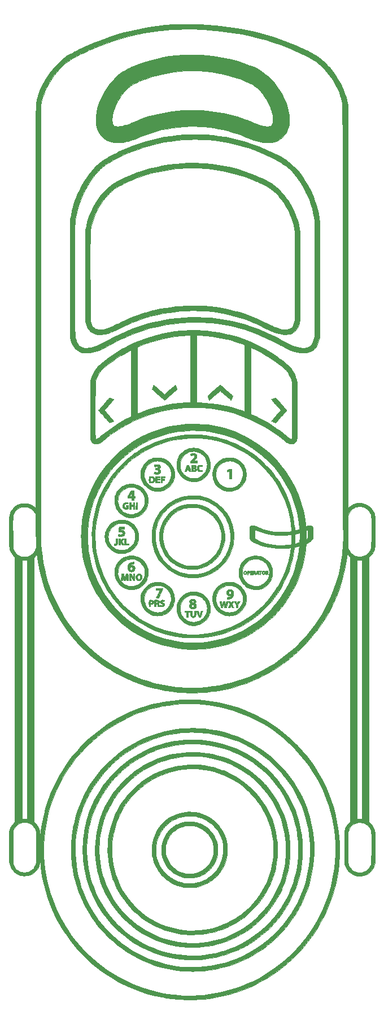
<source format=gbr>
%TF.GenerationSoftware,KiCad,Pcbnew,7.0.1*%
%TF.CreationDate,2023-08-26T08:57:55-05:00*%
%TF.ProjectId,BSidesKC23_Sponsor,42536964-6573-44b4-9332-335f53706f6e,1.1*%
%TF.SameCoordinates,Original*%
%TF.FileFunction,Legend,Top*%
%TF.FilePolarity,Positive*%
%FSLAX46Y46*%
G04 Gerber Fmt 4.6, Leading zero omitted, Abs format (unit mm)*
G04 Created by KiCad (PCBNEW 7.0.1) date 2023-08-26 08:57:55*
%MOMM*%
%LPD*%
G01*
G04 APERTURE LIST*
%ADD10C,0.010000*%
G04 APERTURE END LIST*
%TO.C,G\u002A\u002A\u002A*%
D10*
X91690140Y-106037905D02*
X91437674Y-106037905D01*
X91448934Y-105062595D01*
X91569537Y-105056305D01*
X91690140Y-105050014D01*
X91690140Y-106037905D01*
G36*
X91690140Y-106037905D02*
G01*
X91437674Y-106037905D01*
X91448934Y-105062595D01*
X91569537Y-105056305D01*
X91690140Y-105050014D01*
X91690140Y-106037905D01*
G37*
X89970239Y-111237982D02*
X90164252Y-111244013D01*
X90358265Y-111250043D01*
X90364658Y-111349672D01*
X90371051Y-111449300D01*
X89739520Y-111449300D01*
X89739520Y-110463503D01*
X89970239Y-110463503D01*
X89970239Y-111237982D01*
G36*
X89970239Y-111237982D02*
G01*
X90164252Y-111244013D01*
X90358265Y-111250043D01*
X90364658Y-111349672D01*
X90371051Y-111449300D01*
X89739520Y-111449300D01*
X89739520Y-110463503D01*
X89970239Y-110463503D01*
X89970239Y-111237982D01*
G37*
X99534566Y-121496038D02*
X99261899Y-121496038D01*
X99261899Y-122272091D01*
X99031180Y-122272091D01*
X99031180Y-121496038D01*
X98758513Y-121496038D01*
X98758513Y-121286294D01*
X99534566Y-121286294D01*
X99534566Y-121496038D01*
G36*
X99534566Y-121496038D02*
G01*
X99261899Y-121496038D01*
X99261899Y-122272091D01*
X99031180Y-122272091D01*
X99031180Y-121496038D01*
X98758513Y-121496038D01*
X98758513Y-121286294D01*
X99534566Y-121286294D01*
X99534566Y-121496038D01*
G37*
X95780148Y-101318664D02*
X95402609Y-101318664D01*
X95402609Y-101528408D01*
X95759173Y-101528408D01*
X95759173Y-101717178D01*
X95402609Y-101717178D01*
X95402609Y-102115692D01*
X95171890Y-102115692D01*
X95171890Y-101129895D01*
X95780148Y-101129895D01*
X95780148Y-101318664D01*
G36*
X95780148Y-101318664D02*
G01*
X95402609Y-101318664D01*
X95402609Y-101528408D01*
X95759173Y-101528408D01*
X95759173Y-101717178D01*
X95402609Y-101717178D01*
X95402609Y-102115692D01*
X95171890Y-102115692D01*
X95171890Y-101129895D01*
X95780148Y-101129895D01*
X95780148Y-101318664D01*
G37*
X90704343Y-105429647D02*
X91039933Y-105429647D01*
X91039933Y-105052108D01*
X91270652Y-105052108D01*
X91270652Y-106037905D01*
X91039933Y-106037905D01*
X91039933Y-105639391D01*
X90704343Y-105639391D01*
X90704343Y-106037905D01*
X90452650Y-106037905D01*
X90452650Y-105052108D01*
X90704343Y-105052108D01*
X90704343Y-105429647D01*
G36*
X90704343Y-105429647D02*
G01*
X91039933Y-105429647D01*
X91039933Y-105052108D01*
X91270652Y-105052108D01*
X91270652Y-106037905D01*
X91039933Y-106037905D01*
X91039933Y-105639391D01*
X90704343Y-105639391D01*
X90704343Y-106037905D01*
X90452650Y-106037905D01*
X90452650Y-105052108D01*
X90704343Y-105052108D01*
X90704343Y-105429647D01*
G37*
X95025069Y-101318664D02*
X94647530Y-101318664D01*
X94647530Y-101507434D01*
X95004095Y-101507434D01*
X95004095Y-101696204D01*
X94647530Y-101696204D01*
X94647530Y-101904373D01*
X94841543Y-101910404D01*
X95035557Y-101916435D01*
X95041949Y-102016063D01*
X95048342Y-102115692D01*
X94395837Y-102115692D01*
X94395837Y-101129895D01*
X95025069Y-101129895D01*
X95025069Y-101318664D01*
G36*
X95025069Y-101318664D02*
G01*
X94647530Y-101318664D01*
X94647530Y-101507434D01*
X95004095Y-101507434D01*
X95004095Y-101696204D01*
X94647530Y-101696204D01*
X94647530Y-101904373D01*
X94841543Y-101910404D01*
X95035557Y-101916435D01*
X95041949Y-102016063D01*
X95048342Y-102115692D01*
X94395837Y-102115692D01*
X94395837Y-101129895D01*
X95025069Y-101129895D01*
X95025069Y-101318664D01*
G37*
X90733052Y-115759540D02*
X90794804Y-115864412D01*
X90832069Y-115929796D01*
X90880714Y-116018038D01*
X90932848Y-116114735D01*
X90958732Y-116163605D01*
X91060908Y-116357927D01*
X91060908Y-115749052D01*
X91270652Y-115749052D01*
X91270652Y-116734849D01*
X91024947Y-116734849D01*
X90895885Y-116497096D01*
X90841486Y-116395971D01*
X90789490Y-116297703D01*
X90745881Y-116213701D01*
X90717204Y-116156529D01*
X90667585Y-116053717D01*
X90678452Y-116394283D01*
X90689318Y-116734849D01*
X90452650Y-116734849D01*
X90452650Y-115747136D01*
X90733052Y-115759540D01*
G36*
X90733052Y-115759540D02*
G01*
X90794804Y-115864412D01*
X90832069Y-115929796D01*
X90880714Y-116018038D01*
X90932848Y-116114735D01*
X90958732Y-116163605D01*
X91060908Y-116357927D01*
X91060908Y-115749052D01*
X91270652Y-115749052D01*
X91270652Y-116734849D01*
X91024947Y-116734849D01*
X90895885Y-116497096D01*
X90841486Y-116395971D01*
X90789490Y-116297703D01*
X90745881Y-116213701D01*
X90717204Y-116156529D01*
X90667585Y-116053717D01*
X90678452Y-116394283D01*
X90689318Y-116734849D01*
X90452650Y-116734849D01*
X90452650Y-115747136D01*
X90733052Y-115759540D01*
G37*
X95422396Y-118019531D02*
X95420354Y-118054189D01*
X95413715Y-118092086D01*
X95400591Y-118137826D01*
X95379092Y-118196007D01*
X95347331Y-118271233D01*
X95303418Y-118368102D01*
X95245466Y-118491217D01*
X95171585Y-118645177D01*
X95131831Y-118727417D01*
X94842453Y-119325188D01*
X94661094Y-119331248D01*
X94579818Y-119332031D01*
X94517377Y-119328954D01*
X94483298Y-119322649D01*
X94479735Y-119319197D01*
X94488966Y-119296590D01*
X94515062Y-119241542D01*
X94555627Y-119158878D01*
X94608267Y-119053424D01*
X94670584Y-118930003D01*
X94740185Y-118793443D01*
X94758698Y-118757315D01*
X95037662Y-118213545D01*
X94416812Y-118201965D01*
X94416812Y-117909416D01*
X95423583Y-117909416D01*
X95422396Y-118019531D01*
G36*
X95422396Y-118019531D02*
G01*
X95420354Y-118054189D01*
X95413715Y-118092086D01*
X95400591Y-118137826D01*
X95379092Y-118196007D01*
X95347331Y-118271233D01*
X95303418Y-118368102D01*
X95245466Y-118491217D01*
X95171585Y-118645177D01*
X95131831Y-118727417D01*
X94842453Y-119325188D01*
X94661094Y-119331248D01*
X94579818Y-119332031D01*
X94517377Y-119328954D01*
X94483298Y-119322649D01*
X94479735Y-119319197D01*
X94488966Y-119296590D01*
X94515062Y-119241542D01*
X94555627Y-119158878D01*
X94608267Y-119053424D01*
X94670584Y-118930003D01*
X94740185Y-118793443D01*
X94758698Y-118757315D01*
X95037662Y-118213545D01*
X94416812Y-118201965D01*
X94416812Y-117909416D01*
X95423583Y-117909416D01*
X95422396Y-118019531D01*
G37*
X110179873Y-115308909D02*
X110240767Y-115311143D01*
X110275029Y-115317206D01*
X110290319Y-115329013D01*
X110294295Y-115348479D01*
X110294434Y-115361026D01*
X110288949Y-115396486D01*
X110264267Y-115411003D01*
X110221023Y-115413462D01*
X110147613Y-115413462D01*
X110147613Y-115853924D01*
X110088185Y-115853924D01*
X110040149Y-115849432D01*
X110014775Y-115839941D01*
X110008819Y-115814219D01*
X110004126Y-115756334D01*
X110001316Y-115676065D01*
X110000792Y-115619710D01*
X110000792Y-115413462D01*
X109937869Y-115413462D01*
X109892899Y-115407818D01*
X109876448Y-115383828D01*
X109874946Y-115361026D01*
X109876222Y-115337230D01*
X109885157Y-115322007D01*
X109909410Y-115313441D01*
X109956639Y-115309619D01*
X110034503Y-115308625D01*
X110084690Y-115308590D01*
X110179873Y-115308909D01*
G36*
X110179873Y-115308909D02*
G01*
X110240767Y-115311143D01*
X110275029Y-115317206D01*
X110290319Y-115329013D01*
X110294295Y-115348479D01*
X110294434Y-115361026D01*
X110288949Y-115396486D01*
X110264267Y-115411003D01*
X110221023Y-115413462D01*
X110147613Y-115413462D01*
X110147613Y-115853924D01*
X110088185Y-115853924D01*
X110040149Y-115849432D01*
X110014775Y-115839941D01*
X110008819Y-115814219D01*
X110004126Y-115756334D01*
X110001316Y-115676065D01*
X110000792Y-115619710D01*
X110000792Y-115413462D01*
X109937869Y-115413462D01*
X109892899Y-115407818D01*
X109876448Y-115383828D01*
X109874946Y-115361026D01*
X109876222Y-115337230D01*
X109885157Y-115322007D01*
X109909410Y-115313441D01*
X109956639Y-115309619D01*
X110034503Y-115308625D01*
X110084690Y-115308590D01*
X110179873Y-115308909D01*
G37*
X88687557Y-110846286D02*
X88683539Y-111001229D01*
X88677025Y-111120565D01*
X88666403Y-111210627D01*
X88650058Y-111277748D01*
X88626375Y-111328261D01*
X88593742Y-111368498D01*
X88550543Y-111404793D01*
X88543979Y-111409616D01*
X88485171Y-111435953D01*
X88401263Y-111454092D01*
X88308701Y-111461637D01*
X88224120Y-111456223D01*
X88181041Y-111440342D01*
X88167104Y-111404034D01*
X88166727Y-111390227D01*
X88171218Y-111313289D01*
X88187992Y-111270279D01*
X88223467Y-111253589D01*
X88280648Y-111255218D01*
X88332551Y-111258315D01*
X88371752Y-111251081D01*
X88400015Y-111228620D01*
X88419102Y-111186040D01*
X88430777Y-111118446D01*
X88436802Y-111020944D01*
X88438942Y-110888640D01*
X88439107Y-110815401D01*
X88439107Y-110463503D01*
X88694801Y-110463503D01*
X88687557Y-110846286D01*
G36*
X88687557Y-110846286D02*
G01*
X88683539Y-111001229D01*
X88677025Y-111120565D01*
X88666403Y-111210627D01*
X88650058Y-111277748D01*
X88626375Y-111328261D01*
X88593742Y-111368498D01*
X88550543Y-111404793D01*
X88543979Y-111409616D01*
X88485171Y-111435953D01*
X88401263Y-111454092D01*
X88308701Y-111461637D01*
X88224120Y-111456223D01*
X88181041Y-111440342D01*
X88167104Y-111404034D01*
X88166727Y-111390227D01*
X88171218Y-111313289D01*
X88187992Y-111270279D01*
X88223467Y-111253589D01*
X88280648Y-111255218D01*
X88332551Y-111258315D01*
X88371752Y-111251081D01*
X88400015Y-111228620D01*
X88419102Y-111186040D01*
X88430777Y-111118446D01*
X88436802Y-111020944D01*
X88438942Y-110888640D01*
X88439107Y-110815401D01*
X88439107Y-110463503D01*
X88694801Y-110463503D01*
X88687557Y-110846286D01*
G37*
X105763963Y-101465485D02*
X105428372Y-101465485D01*
X105428372Y-100909663D01*
X105427969Y-100761903D01*
X105426831Y-100628920D01*
X105425068Y-100516168D01*
X105422790Y-100429103D01*
X105420108Y-100373178D01*
X105417188Y-100353842D01*
X105393779Y-100362581D01*
X105345288Y-100385095D01*
X105302526Y-100406278D01*
X105241921Y-100435347D01*
X105196011Y-100454388D01*
X105179867Y-100458714D01*
X105164840Y-100440367D01*
X105146597Y-100394535D01*
X105129292Y-100335026D01*
X105117078Y-100275651D01*
X105113756Y-100238927D01*
X105132966Y-100212072D01*
X105188133Y-100174028D01*
X105275562Y-100127301D01*
X105285686Y-100122369D01*
X105375258Y-100081006D01*
X105443870Y-100056067D01*
X105507197Y-100043542D01*
X105580915Y-100039424D01*
X105610789Y-100039226D01*
X105763963Y-100039226D01*
X105763963Y-101465485D01*
G36*
X105763963Y-101465485D02*
G01*
X105428372Y-101465485D01*
X105428372Y-100909663D01*
X105427969Y-100761903D01*
X105426831Y-100628920D01*
X105425068Y-100516168D01*
X105422790Y-100429103D01*
X105420108Y-100373178D01*
X105417188Y-100353842D01*
X105393779Y-100362581D01*
X105345288Y-100385095D01*
X105302526Y-100406278D01*
X105241921Y-100435347D01*
X105196011Y-100454388D01*
X105179867Y-100458714D01*
X105164840Y-100440367D01*
X105146597Y-100394535D01*
X105129292Y-100335026D01*
X105117078Y-100275651D01*
X105113756Y-100238927D01*
X105132966Y-100212072D01*
X105188133Y-100174028D01*
X105275562Y-100127301D01*
X105285686Y-100122369D01*
X105375258Y-100081006D01*
X105443870Y-100056067D01*
X105507197Y-100043542D01*
X105580915Y-100039424D01*
X105610789Y-100039226D01*
X105763963Y-100039226D01*
X105763963Y-101465485D01*
G37*
X90220587Y-104114032D02*
X90253632Y-104052567D01*
X90301209Y-103971571D01*
X90365965Y-103865732D01*
X90449936Y-103730720D01*
X90718250Y-103300745D01*
X90931528Y-103294768D01*
X91144805Y-103288791D01*
X91144805Y-104129234D01*
X91312600Y-104129234D01*
X91312600Y-104380927D01*
X91144805Y-104380927D01*
X91144805Y-104716517D01*
X90809215Y-104716517D01*
X90809215Y-104380927D01*
X90179983Y-104380927D01*
X90180802Y-104270811D01*
X90182183Y-104234355D01*
X90187510Y-104199615D01*
X90199429Y-104161278D01*
X90213779Y-104129234D01*
X90515047Y-104129234D01*
X90809215Y-104129234D01*
X90808864Y-103872298D01*
X90808514Y-103615361D01*
X90718238Y-103783156D01*
X90669715Y-103871521D01*
X90620789Y-103957610D01*
X90580192Y-104026133D01*
X90571505Y-104040093D01*
X90515047Y-104129234D01*
X90213779Y-104129234D01*
X90220587Y-104114032D01*
G36*
X90220587Y-104114032D02*
G01*
X90253632Y-104052567D01*
X90301209Y-103971571D01*
X90365965Y-103865732D01*
X90449936Y-103730720D01*
X90718250Y-103300745D01*
X90931528Y-103294768D01*
X91144805Y-103288791D01*
X91144805Y-104129234D01*
X91312600Y-104129234D01*
X91312600Y-104380927D01*
X91144805Y-104380927D01*
X91144805Y-104716517D01*
X90809215Y-104716517D01*
X90809215Y-104380927D01*
X90179983Y-104380927D01*
X90180802Y-104270811D01*
X90182183Y-104234355D01*
X90187510Y-104199615D01*
X90199429Y-104161278D01*
X90213779Y-104129234D01*
X90515047Y-104129234D01*
X90809215Y-104129234D01*
X90808864Y-103872298D01*
X90808514Y-103615361D01*
X90718238Y-103783156D01*
X90669715Y-103871521D01*
X90620789Y-103957610D01*
X90580192Y-104026133D01*
X90571505Y-104040093D01*
X90515047Y-104129234D01*
X90213779Y-104129234D01*
X90220587Y-104114032D01*
G37*
X106509100Y-120038317D02*
X106542928Y-120121099D01*
X106570598Y-120187070D01*
X106588646Y-120228080D01*
X106593733Y-120237574D01*
X106602814Y-120219477D01*
X106624089Y-120170609D01*
X106654075Y-120099110D01*
X106679043Y-120038330D01*
X106760247Y-119839085D01*
X106891337Y-119839073D01*
X106959261Y-119840919D01*
X107006637Y-119845744D01*
X107022427Y-119851773D01*
X107012581Y-119873508D01*
X106985445Y-119924986D01*
X106944623Y-119999578D01*
X106893721Y-120090651D01*
X106865119Y-120141171D01*
X106707811Y-120417857D01*
X106707811Y-120824858D01*
X106456118Y-120824858D01*
X106456118Y-120421073D01*
X106309297Y-120143189D01*
X106257980Y-120045231D01*
X106214484Y-119960616D01*
X106182241Y-119896147D01*
X106164682Y-119858623D01*
X106162477Y-119852183D01*
X106181588Y-119845428D01*
X106231494Y-119840691D01*
X106295524Y-119839061D01*
X106428572Y-119839061D01*
X106509100Y-120038317D01*
G36*
X106509100Y-120038317D02*
G01*
X106542928Y-120121099D01*
X106570598Y-120187070D01*
X106588646Y-120228080D01*
X106593733Y-120237574D01*
X106602814Y-120219477D01*
X106624089Y-120170609D01*
X106654075Y-120099110D01*
X106679043Y-120038330D01*
X106760247Y-119839085D01*
X106891337Y-119839073D01*
X106959261Y-119840919D01*
X107006637Y-119845744D01*
X107022427Y-119851773D01*
X107012581Y-119873508D01*
X106985445Y-119924986D01*
X106944623Y-119999578D01*
X106893721Y-120090651D01*
X106865119Y-120141171D01*
X106707811Y-120417857D01*
X106707811Y-120824858D01*
X106456118Y-120824858D01*
X106456118Y-120421073D01*
X106309297Y-120143189D01*
X106257980Y-120045231D01*
X106214484Y-119960616D01*
X106182241Y-119896147D01*
X106164682Y-119858623D01*
X106162477Y-119852183D01*
X106181588Y-119845428D01*
X106231494Y-119840691D01*
X106295524Y-119839061D01*
X106428572Y-119839061D01*
X106509100Y-120038317D01*
G37*
X100822192Y-121396410D02*
X100840904Y-121461567D01*
X100866951Y-121554121D01*
X100896671Y-121660989D01*
X100922313Y-121754132D01*
X100990116Y-122001738D01*
X101045701Y-121796081D01*
X101075870Y-121686442D01*
X101108470Y-121571115D01*
X101137987Y-121469511D01*
X101147303Y-121438359D01*
X101193320Y-121286294D01*
X101320522Y-121286294D01*
X101394387Y-121288883D01*
X101431749Y-121297418D01*
X101437990Y-121312512D01*
X101428855Y-121339176D01*
X101408516Y-121399736D01*
X101378950Y-121488268D01*
X101342134Y-121598844D01*
X101300045Y-121725538D01*
X101273552Y-121805411D01*
X101118847Y-122272091D01*
X100842616Y-122272091D01*
X100691976Y-121803424D01*
X100649330Y-121669748D01*
X100611368Y-121548849D01*
X100579892Y-121446623D01*
X100556703Y-121368963D01*
X100543604Y-121321767D01*
X100541337Y-121310526D01*
X100561530Y-121295405D01*
X100620005Y-121287421D01*
X100665606Y-121286294D01*
X100789874Y-121286294D01*
X100822192Y-121396410D01*
G36*
X100822192Y-121396410D02*
G01*
X100840904Y-121461567D01*
X100866951Y-121554121D01*
X100896671Y-121660989D01*
X100922313Y-121754132D01*
X100990116Y-122001738D01*
X101045701Y-121796081D01*
X101075870Y-121686442D01*
X101108470Y-121571115D01*
X101137987Y-121469511D01*
X101147303Y-121438359D01*
X101193320Y-121286294D01*
X101320522Y-121286294D01*
X101394387Y-121288883D01*
X101431749Y-121297418D01*
X101437990Y-121312512D01*
X101428855Y-121339176D01*
X101408516Y-121399736D01*
X101378950Y-121488268D01*
X101342134Y-121598844D01*
X101300045Y-121725538D01*
X101273552Y-121805411D01*
X101118847Y-122272091D01*
X100842616Y-122272091D01*
X100691976Y-121803424D01*
X100649330Y-121669748D01*
X100611368Y-121548849D01*
X100579892Y-121446623D01*
X100556703Y-121368963D01*
X100543604Y-121321767D01*
X100541337Y-121310526D01*
X100561530Y-121295405D01*
X100620005Y-121287421D01*
X100665606Y-121286294D01*
X100789874Y-121286294D01*
X100822192Y-121396410D01*
G37*
X108134070Y-115476385D02*
X108259917Y-115476385D01*
X108265647Y-115521443D01*
X108289626Y-115537890D01*
X108310939Y-115539308D01*
X108358902Y-115523225D01*
X108375216Y-115497547D01*
X108378856Y-115445642D01*
X108348572Y-115418327D01*
X108311115Y-115413462D01*
X108274462Y-115420491D01*
X108261079Y-115449962D01*
X108259917Y-115476385D01*
X108134070Y-115476385D01*
X108134070Y-115314113D01*
X108217376Y-115302940D01*
X108307338Y-115300276D01*
X108392096Y-115313850D01*
X108458122Y-115340581D01*
X108484830Y-115363882D01*
X108502683Y-115408768D01*
X108511431Y-115470932D01*
X108511609Y-115480394D01*
X108495094Y-115563099D01*
X108445206Y-115620745D01*
X108361434Y-115653873D01*
X108344109Y-115657053D01*
X108291824Y-115667554D01*
X108267451Y-115685608D01*
X108260335Y-115724526D01*
X108259917Y-115762220D01*
X108257948Y-115819195D01*
X108246764Y-115845780D01*
X108218446Y-115853517D01*
X108196993Y-115853924D01*
X108134070Y-115853924D01*
X108134070Y-115476385D01*
G36*
X108134070Y-115476385D02*
G01*
X108259917Y-115476385D01*
X108265647Y-115521443D01*
X108289626Y-115537890D01*
X108310939Y-115539308D01*
X108358902Y-115523225D01*
X108375216Y-115497547D01*
X108378856Y-115445642D01*
X108348572Y-115418327D01*
X108311115Y-115413462D01*
X108274462Y-115420491D01*
X108261079Y-115449962D01*
X108259917Y-115476385D01*
X108134070Y-115476385D01*
X108134070Y-115314113D01*
X108217376Y-115302940D01*
X108307338Y-115300276D01*
X108392096Y-115313850D01*
X108458122Y-115340581D01*
X108484830Y-115363882D01*
X108502683Y-115408768D01*
X108511431Y-115470932D01*
X108511609Y-115480394D01*
X108495094Y-115563099D01*
X108445206Y-115620745D01*
X108361434Y-115653873D01*
X108344109Y-115657053D01*
X108291824Y-115667554D01*
X108267451Y-115685608D01*
X108260335Y-115724526D01*
X108259917Y-115762220D01*
X108257948Y-115819195D01*
X108246764Y-115845780D01*
X108218446Y-115853517D01*
X108196993Y-115853924D01*
X108134070Y-115853924D01*
X108134070Y-115476385D01*
G37*
X107552357Y-115562979D02*
X107693907Y-115562979D01*
X107697684Y-115633383D01*
X107717909Y-115687655D01*
X107719826Y-115690195D01*
X107772122Y-115729729D01*
X107829172Y-115731105D01*
X107881788Y-115695732D01*
X107905149Y-115661797D01*
X107918553Y-115603956D01*
X107914267Y-115531214D01*
X107894729Y-115465475D01*
X107880824Y-115443052D01*
X107834635Y-115416537D01*
X107776814Y-115421415D01*
X107731965Y-115448174D01*
X107705645Y-115495043D01*
X107693907Y-115562979D01*
X107552357Y-115562979D01*
X107551616Y-115538381D01*
X107578615Y-115438416D01*
X107633078Y-115361840D01*
X107707094Y-115311701D01*
X107792756Y-115291045D01*
X107882154Y-115302921D01*
X107967378Y-115350376D01*
X107988863Y-115369900D01*
X108042451Y-115451032D01*
X108065018Y-115547960D01*
X108056883Y-115648598D01*
X108018364Y-115740855D01*
X107977799Y-115790027D01*
X107905818Y-115832066D01*
X107815559Y-115849714D01*
X107723801Y-115841619D01*
X107660475Y-115815624D01*
X107591391Y-115748806D01*
X107555155Y-115655922D01*
X107552357Y-115562979D01*
G36*
X107552357Y-115562979D02*
G01*
X107693907Y-115562979D01*
X107697684Y-115633383D01*
X107717909Y-115687655D01*
X107719826Y-115690195D01*
X107772122Y-115729729D01*
X107829172Y-115731105D01*
X107881788Y-115695732D01*
X107905149Y-115661797D01*
X107918553Y-115603956D01*
X107914267Y-115531214D01*
X107894729Y-115465475D01*
X107880824Y-115443052D01*
X107834635Y-115416537D01*
X107776814Y-115421415D01*
X107731965Y-115448174D01*
X107705645Y-115495043D01*
X107693907Y-115562979D01*
X107552357Y-115562979D01*
X107551616Y-115538381D01*
X107578615Y-115438416D01*
X107633078Y-115361840D01*
X107707094Y-115311701D01*
X107792756Y-115291045D01*
X107882154Y-115302921D01*
X107967378Y-115350376D01*
X107988863Y-115369900D01*
X108042451Y-115451032D01*
X108065018Y-115547960D01*
X108056883Y-115648598D01*
X108018364Y-115740855D01*
X107977799Y-115790027D01*
X107905818Y-115832066D01*
X107815559Y-115849714D01*
X107723801Y-115841619D01*
X107660475Y-115815624D01*
X107591391Y-115748806D01*
X107555155Y-115655922D01*
X107552357Y-115562979D01*
G37*
X110299956Y-115563804D02*
X110441369Y-115563804D01*
X110445339Y-115634877D01*
X110466759Y-115689280D01*
X110467472Y-115690195D01*
X110518278Y-115729350D01*
X110571850Y-115730985D01*
X110620093Y-115698101D01*
X110654914Y-115633696D01*
X110659079Y-115619193D01*
X110664866Y-115542468D01*
X110645408Y-115478682D01*
X110607442Y-115434387D01*
X110557706Y-115416134D01*
X110502936Y-115430474D01*
X110481474Y-115446489D01*
X110453772Y-115494770D01*
X110441369Y-115563804D01*
X110299956Y-115563804D01*
X110299143Y-115539642D01*
X110299262Y-115538381D01*
X110325376Y-115440264D01*
X110377367Y-115366798D01*
X110447500Y-115318429D01*
X110528041Y-115295603D01*
X110611258Y-115298766D01*
X110689416Y-115328363D01*
X110754782Y-115384841D01*
X110799621Y-115468644D01*
X110809896Y-115508943D01*
X110811952Y-115613220D01*
X110781707Y-115704821D01*
X110725845Y-115778667D01*
X110651047Y-115829675D01*
X110563997Y-115852767D01*
X110471378Y-115842861D01*
X110408121Y-115814378D01*
X110339484Y-115749284D01*
X110303107Y-115657579D01*
X110299956Y-115563804D01*
G36*
X110299956Y-115563804D02*
G01*
X110441369Y-115563804D01*
X110445339Y-115634877D01*
X110466759Y-115689280D01*
X110467472Y-115690195D01*
X110518278Y-115729350D01*
X110571850Y-115730985D01*
X110620093Y-115698101D01*
X110654914Y-115633696D01*
X110659079Y-115619193D01*
X110664866Y-115542468D01*
X110645408Y-115478682D01*
X110607442Y-115434387D01*
X110557706Y-115416134D01*
X110502936Y-115430474D01*
X110481474Y-115446489D01*
X110453772Y-115494770D01*
X110441369Y-115563804D01*
X110299956Y-115563804D01*
X110299143Y-115539642D01*
X110299262Y-115538381D01*
X110325376Y-115440264D01*
X110377367Y-115366798D01*
X110447500Y-115318429D01*
X110528041Y-115295603D01*
X110611258Y-115298766D01*
X110689416Y-115328363D01*
X110754782Y-115384841D01*
X110799621Y-115468644D01*
X110809896Y-115508943D01*
X110811952Y-115613220D01*
X110781707Y-115704821D01*
X110725845Y-115778667D01*
X110651047Y-115829675D01*
X110563997Y-115852767D01*
X110471378Y-115842861D01*
X110408121Y-115814378D01*
X110339484Y-115749284D01*
X110303107Y-115657579D01*
X110299956Y-115563804D01*
G37*
X108839148Y-115309071D02*
X108891837Y-115312144D01*
X108919188Y-115320251D01*
X108929507Y-115335835D01*
X108931098Y-115361026D01*
X108927697Y-115392146D01*
X108910345Y-115407671D01*
X108868313Y-115412965D01*
X108826226Y-115413462D01*
X108763323Y-115415671D01*
X108731951Y-115425045D01*
X108721802Y-115445708D01*
X108721354Y-115455411D01*
X108727529Y-115481625D01*
X108753172Y-115494022D01*
X108808958Y-115497344D01*
X108815738Y-115497360D01*
X108873777Y-115499184D01*
X108901266Y-115509715D01*
X108909590Y-115536544D01*
X108910123Y-115560283D01*
X108907387Y-115598975D01*
X108891589Y-115617301D01*
X108851346Y-115622850D01*
X108815738Y-115623206D01*
X108757495Y-115625379D01*
X108729900Y-115636062D01*
X108721714Y-115661499D01*
X108721354Y-115675642D01*
X108724754Y-115706762D01*
X108742106Y-115722287D01*
X108784138Y-115727581D01*
X108826226Y-115728078D01*
X108888307Y-115729453D01*
X108919265Y-115737905D01*
X108929920Y-115759928D01*
X108931098Y-115791001D01*
X108931098Y-115853924D01*
X108574533Y-115853924D01*
X108574533Y-115308590D01*
X108752815Y-115308590D01*
X108839148Y-115309071D01*
G36*
X108839148Y-115309071D02*
G01*
X108891837Y-115312144D01*
X108919188Y-115320251D01*
X108929507Y-115335835D01*
X108931098Y-115361026D01*
X108927697Y-115392146D01*
X108910345Y-115407671D01*
X108868313Y-115412965D01*
X108826226Y-115413462D01*
X108763323Y-115415671D01*
X108731951Y-115425045D01*
X108721802Y-115445708D01*
X108721354Y-115455411D01*
X108727529Y-115481625D01*
X108753172Y-115494022D01*
X108808958Y-115497344D01*
X108815738Y-115497360D01*
X108873777Y-115499184D01*
X108901266Y-115509715D01*
X108909590Y-115536544D01*
X108910123Y-115560283D01*
X108907387Y-115598975D01*
X108891589Y-115617301D01*
X108851346Y-115622850D01*
X108815738Y-115623206D01*
X108757495Y-115625379D01*
X108729900Y-115636062D01*
X108721714Y-115661499D01*
X108721354Y-115675642D01*
X108724754Y-115706762D01*
X108742106Y-115722287D01*
X108784138Y-115727581D01*
X108826226Y-115728078D01*
X108888307Y-115729453D01*
X108919265Y-115737905D01*
X108929920Y-115759928D01*
X108931098Y-115791001D01*
X108931098Y-115853924D01*
X108574533Y-115853924D01*
X108574533Y-115308590D01*
X108752815Y-115308590D01*
X108839148Y-115309071D01*
G37*
X98901105Y-99974805D02*
X98923132Y-99902892D01*
X99065288Y-99441455D01*
X99372690Y-99441455D01*
X99524705Y-99930664D01*
X99575252Y-100095685D01*
X99612825Y-100224043D01*
X99638172Y-100318715D01*
X99652041Y-100382679D01*
X99655180Y-100418913D01*
X99650171Y-100430060D01*
X99614583Y-100434824D01*
X99554719Y-100435257D01*
X99522054Y-100433750D01*
X99420487Y-100427252D01*
X99351305Y-100196534D01*
X99080493Y-100184298D01*
X99045261Y-100311019D01*
X99010030Y-100437739D01*
X98894758Y-100437739D01*
X98827396Y-100435580D01*
X98792486Y-100427103D01*
X98780665Y-100409305D01*
X98780232Y-100401034D01*
X98786428Y-100371097D01*
X98803388Y-100307317D01*
X98829338Y-100215883D01*
X98862502Y-100102983D01*
X98894337Y-99997277D01*
X99120092Y-99997277D01*
X99212369Y-99997277D01*
X99269049Y-99995686D01*
X99293505Y-99986366D01*
X99295449Y-99962493D01*
X99290817Y-99942177D01*
X99276931Y-99890592D01*
X99256503Y-99818775D01*
X99243225Y-99773525D01*
X99209463Y-99659973D01*
X99164777Y-99828625D01*
X99120092Y-99997277D01*
X98894337Y-99997277D01*
X98901105Y-99974805D01*
G36*
X98901105Y-99974805D02*
G01*
X98923132Y-99902892D01*
X99065288Y-99441455D01*
X99372690Y-99441455D01*
X99524705Y-99930664D01*
X99575252Y-100095685D01*
X99612825Y-100224043D01*
X99638172Y-100318715D01*
X99652041Y-100382679D01*
X99655180Y-100418913D01*
X99650171Y-100430060D01*
X99614583Y-100434824D01*
X99554719Y-100435257D01*
X99522054Y-100433750D01*
X99420487Y-100427252D01*
X99351305Y-100196534D01*
X99080493Y-100184298D01*
X99045261Y-100311019D01*
X99010030Y-100437739D01*
X98894758Y-100437739D01*
X98827396Y-100435580D01*
X98792486Y-100427103D01*
X98780665Y-100409305D01*
X98780232Y-100401034D01*
X98786428Y-100371097D01*
X98803388Y-100307317D01*
X98829338Y-100215883D01*
X98862502Y-100102983D01*
X98894337Y-99997277D01*
X99120092Y-99997277D01*
X99212369Y-99997277D01*
X99269049Y-99995686D01*
X99293505Y-99986366D01*
X99295449Y-99962493D01*
X99290817Y-99942177D01*
X99276931Y-99890592D01*
X99256503Y-99818775D01*
X99243225Y-99773525D01*
X99209463Y-99659973D01*
X99164777Y-99828625D01*
X99120092Y-99997277D01*
X98894337Y-99997277D01*
X98901105Y-99974805D01*
G37*
X105396339Y-119838988D02*
X105412688Y-119839061D01*
X105548313Y-119839061D01*
X105696029Y-120161773D01*
X105845131Y-119839061D01*
X105972342Y-119839061D01*
X106039118Y-119841955D01*
X106085185Y-119849485D01*
X106099553Y-119858374D01*
X106089616Y-119883383D01*
X106062689Y-119936312D01*
X106023094Y-120008954D01*
X105983504Y-120078690D01*
X105935338Y-120162985D01*
X105894696Y-120235736D01*
X105866437Y-120288146D01*
X105855977Y-120309599D01*
X105861188Y-120339495D01*
X105884535Y-120395606D01*
X105921829Y-120468631D01*
X105949399Y-120517102D01*
X105998900Y-120601737D01*
X106043881Y-120680111D01*
X106077540Y-120740308D01*
X106087951Y-120759778D01*
X106121605Y-120824858D01*
X105848368Y-120824858D01*
X105686440Y-120503034D01*
X105632802Y-120620195D01*
X105601559Y-120690587D01*
X105576333Y-120751243D01*
X105565278Y-120781107D01*
X105553233Y-120804424D01*
X105529019Y-120817648D01*
X105482633Y-120823540D01*
X105406694Y-120824858D01*
X105261997Y-120824858D01*
X105547693Y-120336220D01*
X105423980Y-120117874D01*
X105362976Y-120010594D01*
X105321360Y-119934920D01*
X105298910Y-119885378D01*
X105295405Y-119856489D01*
X105310623Y-119842779D01*
X105344341Y-119838770D01*
X105396339Y-119838988D01*
G36*
X105396339Y-119838988D02*
G01*
X105412688Y-119839061D01*
X105548313Y-119839061D01*
X105696029Y-120161773D01*
X105845131Y-119839061D01*
X105972342Y-119839061D01*
X106039118Y-119841955D01*
X106085185Y-119849485D01*
X106099553Y-119858374D01*
X106089616Y-119883383D01*
X106062689Y-119936312D01*
X106023094Y-120008954D01*
X105983504Y-120078690D01*
X105935338Y-120162985D01*
X105894696Y-120235736D01*
X105866437Y-120288146D01*
X105855977Y-120309599D01*
X105861188Y-120339495D01*
X105884535Y-120395606D01*
X105921829Y-120468631D01*
X105949399Y-120517102D01*
X105998900Y-120601737D01*
X106043881Y-120680111D01*
X106077540Y-120740308D01*
X106087951Y-120759778D01*
X106121605Y-120824858D01*
X105848368Y-120824858D01*
X105686440Y-120503034D01*
X105632802Y-120620195D01*
X105601559Y-120690587D01*
X105576333Y-120751243D01*
X105565278Y-120781107D01*
X105553233Y-120804424D01*
X105529019Y-120817648D01*
X105482633Y-120823540D01*
X105406694Y-120824858D01*
X105261997Y-120824858D01*
X105547693Y-120336220D01*
X105423980Y-120117874D01*
X105362976Y-120010594D01*
X105321360Y-119934920D01*
X105298910Y-119885378D01*
X105295405Y-119856489D01*
X105310623Y-119842779D01*
X105344341Y-119838770D01*
X105396339Y-119838988D01*
G37*
X109497342Y-115590921D02*
X109634535Y-115590921D01*
X109647785Y-115601175D01*
X109665860Y-115602232D01*
X109698837Y-115591209D01*
X109705676Y-115576014D01*
X109696854Y-115535821D01*
X109686953Y-115507847D01*
X109672472Y-115479414D01*
X109662037Y-115488935D01*
X109656966Y-115502603D01*
X109637892Y-115561392D01*
X109634535Y-115590921D01*
X109497342Y-115590921D01*
X109501377Y-115577234D01*
X109519641Y-115517555D01*
X109584561Y-115308590D01*
X109762287Y-115308590D01*
X109839591Y-115558790D01*
X109869143Y-115656153D01*
X109893480Y-115739603D01*
X109910191Y-115800637D01*
X109916865Y-115830746D01*
X109916894Y-115831457D01*
X109898518Y-115846556D01*
X109853570Y-115853812D01*
X109846518Y-115853924D01*
X109796081Y-115848239D01*
X109769821Y-115822655D01*
X109756715Y-115785758D01*
X109735132Y-115736505D01*
X109698459Y-115715343D01*
X109670710Y-115711087D01*
X109624045Y-115711368D01*
X109600095Y-115732164D01*
X109586265Y-115774011D01*
X109566921Y-115823277D01*
X109532970Y-115844763D01*
X109498510Y-115850228D01*
X109451651Y-115852253D01*
X109435854Y-115838270D01*
X109440550Y-115797408D01*
X109441670Y-115791770D01*
X109453411Y-115744100D01*
X109474459Y-115668557D01*
X109497342Y-115590921D01*
G36*
X109497342Y-115590921D02*
G01*
X109634535Y-115590921D01*
X109647785Y-115601175D01*
X109665860Y-115602232D01*
X109698837Y-115591209D01*
X109705676Y-115576014D01*
X109696854Y-115535821D01*
X109686953Y-115507847D01*
X109672472Y-115479414D01*
X109662037Y-115488935D01*
X109656966Y-115502603D01*
X109637892Y-115561392D01*
X109634535Y-115590921D01*
X109497342Y-115590921D01*
X109501377Y-115577234D01*
X109519641Y-115517555D01*
X109584561Y-115308590D01*
X109762287Y-115308590D01*
X109839591Y-115558790D01*
X109869143Y-115656153D01*
X109893480Y-115739603D01*
X109910191Y-115800637D01*
X109916865Y-115830746D01*
X109916894Y-115831457D01*
X109898518Y-115846556D01*
X109853570Y-115853812D01*
X109846518Y-115853924D01*
X109796081Y-115848239D01*
X109769821Y-115822655D01*
X109756715Y-115785758D01*
X109735132Y-115736505D01*
X109698459Y-115715343D01*
X109670710Y-115711087D01*
X109624045Y-115711368D01*
X109600095Y-115732164D01*
X109586265Y-115774011D01*
X109566921Y-115823277D01*
X109532970Y-115844763D01*
X109498510Y-115850228D01*
X109451651Y-115852253D01*
X109435854Y-115838270D01*
X109440550Y-115797408D01*
X109441670Y-115791770D01*
X109453411Y-115744100D01*
X109474459Y-115668557D01*
X109497342Y-115590921D01*
G37*
X99870465Y-121615594D02*
X99871714Y-121758676D01*
X99876134Y-121866177D01*
X99885196Y-121944433D01*
X99900370Y-121999777D01*
X99923126Y-122038543D01*
X99954933Y-122067065D01*
X99978622Y-122081700D01*
X100029406Y-122101375D01*
X100077434Y-122092738D01*
X100089524Y-122087531D01*
X100130298Y-122061451D01*
X100160742Y-122021779D01*
X100182180Y-121962970D01*
X100195941Y-121879478D01*
X100203350Y-121765757D01*
X100205733Y-121616263D01*
X100205747Y-121601584D01*
X100205747Y-121286294D01*
X100436465Y-121286294D01*
X100436004Y-121637616D01*
X100434041Y-121795275D01*
X100427710Y-121917499D01*
X100415650Y-122010694D01*
X100396499Y-122081265D01*
X100368896Y-122135618D01*
X100331479Y-122180159D01*
X100318057Y-122192637D01*
X100219599Y-122253856D01*
X100101759Y-122286270D01*
X99976860Y-122288544D01*
X99857228Y-122259339D01*
X99827408Y-122245873D01*
X99756259Y-122199547D01*
X99704978Y-122136518D01*
X99682999Y-122096135D01*
X99664059Y-122055241D01*
X99650449Y-122015715D01*
X99641252Y-121969662D01*
X99635549Y-121909185D01*
X99632422Y-121826388D01*
X99630953Y-121713377D01*
X99630563Y-121645185D01*
X99628951Y-121296782D01*
X99749553Y-121290491D01*
X99870156Y-121284201D01*
X99870465Y-121615594D01*
G36*
X99870465Y-121615594D02*
G01*
X99871714Y-121758676D01*
X99876134Y-121866177D01*
X99885196Y-121944433D01*
X99900370Y-121999777D01*
X99923126Y-122038543D01*
X99954933Y-122067065D01*
X99978622Y-122081700D01*
X100029406Y-122101375D01*
X100077434Y-122092738D01*
X100089524Y-122087531D01*
X100130298Y-122061451D01*
X100160742Y-122021779D01*
X100182180Y-121962970D01*
X100195941Y-121879478D01*
X100203350Y-121765757D01*
X100205733Y-121616263D01*
X100205747Y-121601584D01*
X100205747Y-121286294D01*
X100436465Y-121286294D01*
X100436004Y-121637616D01*
X100434041Y-121795275D01*
X100427710Y-121917499D01*
X100415650Y-122010694D01*
X100396499Y-122081265D01*
X100368896Y-122135618D01*
X100331479Y-122180159D01*
X100318057Y-122192637D01*
X100219599Y-122253856D01*
X100101759Y-122286270D01*
X99976860Y-122288544D01*
X99857228Y-122259339D01*
X99827408Y-122245873D01*
X99756259Y-122199547D01*
X99704978Y-122136518D01*
X99682999Y-122096135D01*
X99664059Y-122055241D01*
X99650449Y-122015715D01*
X99641252Y-121969662D01*
X99635549Y-121909185D01*
X99632422Y-121826388D01*
X99630953Y-121713377D01*
X99630563Y-121645185D01*
X99628951Y-121296782D01*
X99749553Y-121290491D01*
X99870156Y-121284201D01*
X99870465Y-121615594D01*
G37*
X108994021Y-115476385D02*
X109140842Y-115476385D01*
X109152075Y-115525689D01*
X109180867Y-115538987D01*
X109219854Y-115513489D01*
X109224517Y-115508114D01*
X109240998Y-115464251D01*
X109224181Y-115427720D01*
X109183449Y-115413462D01*
X109152336Y-115423068D01*
X109141328Y-115459160D01*
X109140842Y-115476385D01*
X108994021Y-115476385D01*
X108994021Y-115314113D01*
X109080203Y-115302554D01*
X109199765Y-115298480D01*
X109292023Y-115321218D01*
X109351315Y-115366717D01*
X109386839Y-115430179D01*
X109383994Y-115489084D01*
X109350216Y-115545501D01*
X109325640Y-115587357D01*
X109328125Y-115611777D01*
X109328672Y-115612138D01*
X109346785Y-115639023D01*
X109366657Y-115690469D01*
X109372152Y-115709301D01*
X109389325Y-115770110D01*
X109403774Y-115816389D01*
X109406427Y-115823775D01*
X109403758Y-115844603D01*
X109369644Y-115853182D01*
X109343561Y-115853924D01*
X109298248Y-115851070D01*
X109271890Y-115835432D01*
X109253552Y-115796400D01*
X109241033Y-115754457D01*
X109213590Y-115681893D01*
X109185514Y-115647558D01*
X109160621Y-115651891D01*
X109142729Y-115695329D01*
X109136800Y-115742502D01*
X109131081Y-115803348D01*
X109118676Y-115834036D01*
X109091421Y-115846334D01*
X109062188Y-115850010D01*
X108994021Y-115856582D01*
X108994021Y-115476385D01*
G36*
X108994021Y-115476385D02*
G01*
X109140842Y-115476385D01*
X109152075Y-115525689D01*
X109180867Y-115538987D01*
X109219854Y-115513489D01*
X109224517Y-115508114D01*
X109240998Y-115464251D01*
X109224181Y-115427720D01*
X109183449Y-115413462D01*
X109152336Y-115423068D01*
X109141328Y-115459160D01*
X109140842Y-115476385D01*
X108994021Y-115476385D01*
X108994021Y-115314113D01*
X109080203Y-115302554D01*
X109199765Y-115298480D01*
X109292023Y-115321218D01*
X109351315Y-115366717D01*
X109386839Y-115430179D01*
X109383994Y-115489084D01*
X109350216Y-115545501D01*
X109325640Y-115587357D01*
X109328125Y-115611777D01*
X109328672Y-115612138D01*
X109346785Y-115639023D01*
X109366657Y-115690469D01*
X109372152Y-115709301D01*
X109389325Y-115770110D01*
X109403774Y-115816389D01*
X109406427Y-115823775D01*
X109403758Y-115844603D01*
X109369644Y-115853182D01*
X109343561Y-115853924D01*
X109298248Y-115851070D01*
X109271890Y-115835432D01*
X109253552Y-115796400D01*
X109241033Y-115754457D01*
X109213590Y-115681893D01*
X109185514Y-115647558D01*
X109160621Y-115651891D01*
X109142729Y-115695329D01*
X109136800Y-115742502D01*
X109131081Y-115803348D01*
X109118676Y-115834036D01*
X109091421Y-115846334D01*
X109062188Y-115850010D01*
X108994021Y-115856582D01*
X108994021Y-115476385D01*
G37*
X100255307Y-97683464D02*
X100380668Y-97734506D01*
X100480876Y-97818824D01*
X100509875Y-97855926D01*
X100543917Y-97909396D01*
X100562945Y-97958361D01*
X100571165Y-98018846D01*
X100572799Y-98095650D01*
X100566705Y-98199981D01*
X100545606Y-98292053D01*
X100505276Y-98379911D01*
X100441489Y-98471601D01*
X100350020Y-98575169D01*
X100287310Y-98639185D01*
X100103087Y-98822711D01*
X100604260Y-98822711D01*
X100604260Y-99116352D01*
X99597489Y-99116352D01*
X99597489Y-98892524D01*
X99844437Y-98661091D01*
X99967139Y-98543613D01*
X100060812Y-98447475D01*
X100129196Y-98367827D01*
X100176032Y-98299818D01*
X100205058Y-98238599D01*
X100220017Y-98179320D01*
X100220943Y-98172868D01*
X100218279Y-98077232D01*
X100184273Y-98005914D01*
X100123026Y-97960791D01*
X100038639Y-97943742D01*
X99935214Y-97956645D01*
X99831368Y-97994427D01*
X99770136Y-98022342D01*
X99726142Y-98041294D01*
X99711047Y-98046658D01*
X99698379Y-98029069D01*
X99677656Y-97985253D01*
X99654505Y-97928638D01*
X99634554Y-97872652D01*
X99626403Y-97844717D01*
X99625180Y-97814042D01*
X99644782Y-97788119D01*
X99693063Y-97758346D01*
X99716153Y-97746449D01*
X99813431Y-97703471D01*
X99906334Y-97678093D01*
X100011610Y-97666819D01*
X100104307Y-97665473D01*
X100255307Y-97683464D01*
G36*
X100255307Y-97683464D02*
G01*
X100380668Y-97734506D01*
X100480876Y-97818824D01*
X100509875Y-97855926D01*
X100543917Y-97909396D01*
X100562945Y-97958361D01*
X100571165Y-98018846D01*
X100572799Y-98095650D01*
X100566705Y-98199981D01*
X100545606Y-98292053D01*
X100505276Y-98379911D01*
X100441489Y-98471601D01*
X100350020Y-98575169D01*
X100287310Y-98639185D01*
X100103087Y-98822711D01*
X100604260Y-98822711D01*
X100604260Y-99116352D01*
X99597489Y-99116352D01*
X99597489Y-98892524D01*
X99844437Y-98661091D01*
X99967139Y-98543613D01*
X100060812Y-98447475D01*
X100129196Y-98367827D01*
X100176032Y-98299818D01*
X100205058Y-98238599D01*
X100220017Y-98179320D01*
X100220943Y-98172868D01*
X100218279Y-98077232D01*
X100184273Y-98005914D01*
X100123026Y-97960791D01*
X100038639Y-97943742D01*
X99935214Y-97956645D01*
X99831368Y-97994427D01*
X99770136Y-98022342D01*
X99726142Y-98041294D01*
X99711047Y-98046658D01*
X99698379Y-98029069D01*
X99677656Y-97985253D01*
X99654505Y-97928638D01*
X99634554Y-97872652D01*
X99626403Y-97844717D01*
X99625180Y-97814042D01*
X99644782Y-97788119D01*
X99693063Y-97758346D01*
X99716153Y-97746449D01*
X99813431Y-97703471D01*
X99906334Y-97678093D01*
X100011610Y-97666819D01*
X100104307Y-97665473D01*
X100255307Y-97683464D01*
G37*
X91406941Y-116229111D02*
X91661424Y-116229111D01*
X91666873Y-116331832D01*
X91688429Y-116418263D01*
X91696452Y-116435432D01*
X91754076Y-116508206D01*
X91826557Y-116549067D01*
X91904759Y-116556379D01*
X91979550Y-116528506D01*
X92019768Y-116493332D01*
X92072289Y-116408179D01*
X92099252Y-116308497D01*
X92101883Y-116204026D01*
X92081409Y-116104508D01*
X92039056Y-116019681D01*
X91976048Y-115959286D01*
X91950927Y-115946375D01*
X91894895Y-115928082D01*
X91848168Y-115931344D01*
X91806892Y-115946375D01*
X91738868Y-115993114D01*
X91698472Y-116046285D01*
X91671988Y-116127972D01*
X91661424Y-116229111D01*
X91406941Y-116229111D01*
X91406587Y-116224377D01*
X91423348Y-116098735D01*
X91467012Y-115981521D01*
X91538237Y-115879993D01*
X91620319Y-115811841D01*
X91747958Y-115752827D01*
X91877992Y-115731909D01*
X92004051Y-115746750D01*
X92119769Y-115795014D01*
X92218775Y-115874363D01*
X92294702Y-115982462D01*
X92330223Y-116072306D01*
X92354178Y-116216601D01*
X92344357Y-116357941D01*
X92302869Y-116487746D01*
X92231824Y-116597439D01*
X92191215Y-116637576D01*
X92072993Y-116712358D01*
X91940427Y-116750104D01*
X91801289Y-116749421D01*
X91703244Y-116725010D01*
X91595381Y-116666085D01*
X91511124Y-116579302D01*
X91451134Y-116471918D01*
X91416068Y-116351191D01*
X91406941Y-116229111D01*
G36*
X91406941Y-116229111D02*
G01*
X91661424Y-116229111D01*
X91666873Y-116331832D01*
X91688429Y-116418263D01*
X91696452Y-116435432D01*
X91754076Y-116508206D01*
X91826557Y-116549067D01*
X91904759Y-116556379D01*
X91979550Y-116528506D01*
X92019768Y-116493332D01*
X92072289Y-116408179D01*
X92099252Y-116308497D01*
X92101883Y-116204026D01*
X92081409Y-116104508D01*
X92039056Y-116019681D01*
X91976048Y-115959286D01*
X91950927Y-115946375D01*
X91894895Y-115928082D01*
X91848168Y-115931344D01*
X91806892Y-115946375D01*
X91738868Y-115993114D01*
X91698472Y-116046285D01*
X91671988Y-116127972D01*
X91661424Y-116229111D01*
X91406941Y-116229111D01*
X91406587Y-116224377D01*
X91423348Y-116098735D01*
X91467012Y-115981521D01*
X91538237Y-115879993D01*
X91620319Y-115811841D01*
X91747958Y-115752827D01*
X91877992Y-115731909D01*
X92004051Y-115746750D01*
X92119769Y-115795014D01*
X92218775Y-115874363D01*
X92294702Y-115982462D01*
X92330223Y-116072306D01*
X92354178Y-116216601D01*
X92344357Y-116357941D01*
X92302869Y-116487746D01*
X92231824Y-116597439D01*
X92191215Y-116637576D01*
X92072993Y-116712358D01*
X91940427Y-116750104D01*
X91801289Y-116749421D01*
X91703244Y-116725010D01*
X91595381Y-116666085D01*
X91511124Y-116579302D01*
X91451134Y-116471918D01*
X91416068Y-116351191D01*
X91406941Y-116229111D01*
G37*
X94619440Y-119657919D02*
X94728534Y-119674043D01*
X94809802Y-119699960D01*
X94814578Y-119702341D01*
X94884993Y-119753088D01*
X94925465Y-119821316D01*
X94940727Y-119915921D01*
X94941172Y-119940210D01*
X94937870Y-120011349D01*
X94923117Y-120059631D01*
X94889644Y-120103943D01*
X94870569Y-120123602D01*
X94829029Y-120167039D01*
X94814186Y-120193094D01*
X94822568Y-120213530D01*
X94839217Y-120229727D01*
X94867078Y-120271690D01*
X94899568Y-120348369D01*
X94934273Y-120453127D01*
X94968782Y-120579326D01*
X94973988Y-120600506D01*
X94988232Y-120659308D01*
X94865878Y-120652942D01*
X94743523Y-120646575D01*
X94696950Y-120493131D01*
X94665351Y-120396329D01*
X94637645Y-120333545D01*
X94608726Y-120297825D01*
X94573488Y-120282216D01*
X94540090Y-120279523D01*
X94479735Y-120279523D01*
X94479735Y-120657062D01*
X94228042Y-120657062D01*
X94228042Y-119839061D01*
X94479735Y-119839061D01*
X94479735Y-120090753D01*
X94548478Y-120090753D01*
X94612460Y-120080664D01*
X94663838Y-120058103D01*
X94705525Y-120009689D01*
X94712583Y-119955023D01*
X94689583Y-119902784D01*
X94641095Y-119861653D01*
X94571692Y-119840310D01*
X94548478Y-119839061D01*
X94479735Y-119839061D01*
X94228042Y-119839061D01*
X94228042Y-119674604D01*
X94366949Y-119659729D01*
X94494813Y-119652758D01*
X94619440Y-119657919D01*
G36*
X94619440Y-119657919D02*
G01*
X94728534Y-119674043D01*
X94809802Y-119699960D01*
X94814578Y-119702341D01*
X94884993Y-119753088D01*
X94925465Y-119821316D01*
X94940727Y-119915921D01*
X94941172Y-119940210D01*
X94937870Y-120011349D01*
X94923117Y-120059631D01*
X94889644Y-120103943D01*
X94870569Y-120123602D01*
X94829029Y-120167039D01*
X94814186Y-120193094D01*
X94822568Y-120213530D01*
X94839217Y-120229727D01*
X94867078Y-120271690D01*
X94899568Y-120348369D01*
X94934273Y-120453127D01*
X94968782Y-120579326D01*
X94973988Y-120600506D01*
X94988232Y-120659308D01*
X94865878Y-120652942D01*
X94743523Y-120646575D01*
X94696950Y-120493131D01*
X94665351Y-120396329D01*
X94637645Y-120333545D01*
X94608726Y-120297825D01*
X94573488Y-120282216D01*
X94540090Y-120279523D01*
X94479735Y-120279523D01*
X94479735Y-120657062D01*
X94228042Y-120657062D01*
X94228042Y-119839061D01*
X94479735Y-119839061D01*
X94479735Y-120090753D01*
X94548478Y-120090753D01*
X94612460Y-120080664D01*
X94663838Y-120058103D01*
X94705525Y-120009689D01*
X94712583Y-119955023D01*
X94689583Y-119902784D01*
X94641095Y-119861653D01*
X94571692Y-119840310D01*
X94548478Y-119839061D01*
X94479735Y-119839061D01*
X94228042Y-119839061D01*
X94228042Y-119674604D01*
X94366949Y-119659729D01*
X94494813Y-119652758D01*
X94619440Y-119657919D01*
G37*
X93800935Y-119665243D02*
X93897493Y-119680804D01*
X93970944Y-119710717D01*
X94030342Y-119758234D01*
X94067857Y-119802977D01*
X94099413Y-119874130D01*
X94111287Y-119964831D01*
X94103519Y-120057603D01*
X94076150Y-120134970D01*
X94067072Y-120148768D01*
X94001482Y-120220862D01*
X93927423Y-120265528D01*
X93831788Y-120289439D01*
X93779614Y-120295095D01*
X93640759Y-120306241D01*
X93640759Y-120657062D01*
X93528895Y-120657062D01*
X93463620Y-120654631D01*
X93416799Y-120648393D01*
X93403049Y-120643079D01*
X93399006Y-120618922D01*
X93395421Y-120558992D01*
X93392474Y-120469467D01*
X93390342Y-120356521D01*
X93389206Y-120226331D01*
X93389066Y-120160010D01*
X93389312Y-120007169D01*
X93390314Y-119891051D01*
X93391637Y-119839061D01*
X93640759Y-119839061D01*
X93640759Y-120111728D01*
X93709502Y-120111728D01*
X93773484Y-120101638D01*
X93824862Y-120079077D01*
X93862526Y-120032155D01*
X93871477Y-119975394D01*
X93853888Y-119905095D01*
X93803583Y-119858737D01*
X93724256Y-119839432D01*
X93709502Y-119839061D01*
X93640759Y-119839061D01*
X93391637Y-119839061D01*
X93392468Y-119806431D01*
X93396170Y-119748085D01*
X93401817Y-119710788D01*
X93409803Y-119689316D01*
X93420526Y-119678443D01*
X93425771Y-119675851D01*
X93461710Y-119669408D01*
X93528520Y-119664340D01*
X93615131Y-119661322D01*
X93672221Y-119660778D01*
X93800935Y-119665243D01*
G36*
X93800935Y-119665243D02*
G01*
X93897493Y-119680804D01*
X93970944Y-119710717D01*
X94030342Y-119758234D01*
X94067857Y-119802977D01*
X94099413Y-119874130D01*
X94111287Y-119964831D01*
X94103519Y-120057603D01*
X94076150Y-120134970D01*
X94067072Y-120148768D01*
X94001482Y-120220862D01*
X93927423Y-120265528D01*
X93831788Y-120289439D01*
X93779614Y-120295095D01*
X93640759Y-120306241D01*
X93640759Y-120657062D01*
X93528895Y-120657062D01*
X93463620Y-120654631D01*
X93416799Y-120648393D01*
X93403049Y-120643079D01*
X93399006Y-120618922D01*
X93395421Y-120558992D01*
X93392474Y-120469467D01*
X93390342Y-120356521D01*
X93389206Y-120226331D01*
X93389066Y-120160010D01*
X93389312Y-120007169D01*
X93390314Y-119891051D01*
X93391637Y-119839061D01*
X93640759Y-119839061D01*
X93640759Y-120111728D01*
X93709502Y-120111728D01*
X93773484Y-120101638D01*
X93824862Y-120079077D01*
X93862526Y-120032155D01*
X93871477Y-119975394D01*
X93853888Y-119905095D01*
X93803583Y-119858737D01*
X93724256Y-119839432D01*
X93709502Y-119839061D01*
X93640759Y-119839061D01*
X93391637Y-119839061D01*
X93392468Y-119806431D01*
X93396170Y-119748085D01*
X93401817Y-119710788D01*
X93409803Y-119689316D01*
X93420526Y-119678443D01*
X93425771Y-119675851D01*
X93461710Y-119669408D01*
X93528520Y-119664340D01*
X93615131Y-119661322D01*
X93672221Y-119660778D01*
X93800935Y-119665243D01*
G37*
X101148023Y-99432832D02*
X101179434Y-99434036D01*
X101263219Y-99439790D01*
X101331312Y-99448645D01*
X101372487Y-99458993D01*
X101378344Y-99462549D01*
X101388572Y-99500971D01*
X101376890Y-99572438D01*
X101360705Y-99627102D01*
X101343095Y-99649795D01*
X101314353Y-99649668D01*
X101299165Y-99645729D01*
X101201992Y-99630230D01*
X101103793Y-99634120D01*
X101020422Y-99655968D01*
X100988420Y-99673785D01*
X100915972Y-99750087D01*
X100873503Y-99844207D01*
X100860946Y-99946431D01*
X100878234Y-100047043D01*
X100925301Y-100136328D01*
X100992034Y-100198297D01*
X101051706Y-100221063D01*
X101135097Y-100233332D01*
X101224988Y-100233765D01*
X101299826Y-100222237D01*
X101335706Y-100216025D01*
X101354763Y-100229381D01*
X101366460Y-100271823D01*
X101370176Y-100292991D01*
X101374536Y-100364365D01*
X101360483Y-100403046D01*
X101327584Y-100415521D01*
X101264701Y-100424775D01*
X101183703Y-100430412D01*
X101096459Y-100432042D01*
X101014839Y-100429271D01*
X100950711Y-100421706D01*
X100932477Y-100417206D01*
X100813330Y-100358936D01*
X100718949Y-100270623D01*
X100652368Y-100158104D01*
X100616620Y-100027218D01*
X100614738Y-99883801D01*
X100624200Y-99823977D01*
X100670774Y-99688062D01*
X100748962Y-99579479D01*
X100859943Y-99496689D01*
X100885305Y-99483518D01*
X100948621Y-99454954D01*
X101003331Y-99438698D01*
X101064708Y-99432181D01*
X101148023Y-99432832D01*
G36*
X101148023Y-99432832D02*
G01*
X101179434Y-99434036D01*
X101263219Y-99439790D01*
X101331312Y-99448645D01*
X101372487Y-99458993D01*
X101378344Y-99462549D01*
X101388572Y-99500971D01*
X101376890Y-99572438D01*
X101360705Y-99627102D01*
X101343095Y-99649795D01*
X101314353Y-99649668D01*
X101299165Y-99645729D01*
X101201992Y-99630230D01*
X101103793Y-99634120D01*
X101020422Y-99655968D01*
X100988420Y-99673785D01*
X100915972Y-99750087D01*
X100873503Y-99844207D01*
X100860946Y-99946431D01*
X100878234Y-100047043D01*
X100925301Y-100136328D01*
X100992034Y-100198297D01*
X101051706Y-100221063D01*
X101135097Y-100233332D01*
X101224988Y-100233765D01*
X101299826Y-100222237D01*
X101335706Y-100216025D01*
X101354763Y-100229381D01*
X101366460Y-100271823D01*
X101370176Y-100292991D01*
X101374536Y-100364365D01*
X101360483Y-100403046D01*
X101327584Y-100415521D01*
X101264701Y-100424775D01*
X101183703Y-100430412D01*
X101096459Y-100432042D01*
X101014839Y-100429271D01*
X100950711Y-100421706D01*
X100932477Y-100417206D01*
X100813330Y-100358936D01*
X100718949Y-100270623D01*
X100652368Y-100158104D01*
X100616620Y-100027218D01*
X100614738Y-99883801D01*
X100624200Y-99823977D01*
X100670774Y-99688062D01*
X100748962Y-99579479D01*
X100859943Y-99496689D01*
X100885305Y-99483518D01*
X100948621Y-99454954D01*
X101003331Y-99438698D01*
X101064708Y-99432181D01*
X101148023Y-99432832D01*
G37*
X89093770Y-110651029D02*
X89099801Y-110838555D01*
X89225647Y-110651781D01*
X89351494Y-110465006D01*
X89493071Y-110464255D01*
X89563985Y-110465530D01*
X89614776Y-110469595D01*
X89634641Y-110475577D01*
X89634648Y-110475704D01*
X89622554Y-110496167D01*
X89589706Y-110542541D01*
X89541253Y-110607743D01*
X89487827Y-110677618D01*
X89429538Y-110754358D01*
X89382205Y-110819379D01*
X89351008Y-110865383D01*
X89341007Y-110884528D01*
X89351306Y-110907723D01*
X89379629Y-110959869D01*
X89422110Y-111034132D01*
X89474885Y-111123677D01*
X89498315Y-111162745D01*
X89554088Y-111256122D01*
X89601162Y-111336526D01*
X89635690Y-111397256D01*
X89653821Y-111431616D01*
X89655623Y-111436532D01*
X89636500Y-111443071D01*
X89586517Y-111447675D01*
X89520988Y-111449300D01*
X89386353Y-111449300D01*
X89290807Y-111276261D01*
X89236622Y-111178206D01*
X89198927Y-111111972D01*
X89173615Y-111072835D01*
X89156580Y-111056071D01*
X89143716Y-111056955D01*
X89130917Y-111070763D01*
X89122271Y-111082350D01*
X89102425Y-111131175D01*
X89091995Y-111214729D01*
X89089981Y-111286749D01*
X89089314Y-111449300D01*
X88977450Y-111449300D01*
X88912175Y-111446869D01*
X88865354Y-111440630D01*
X88851604Y-111435317D01*
X88847601Y-111411192D01*
X88844045Y-111351226D01*
X88841109Y-111261527D01*
X88838967Y-111148202D01*
X88837792Y-111017358D01*
X88837621Y-110942419D01*
X88837621Y-110463503D01*
X89087740Y-110463503D01*
X89093770Y-110651029D01*
G36*
X89093770Y-110651029D02*
G01*
X89099801Y-110838555D01*
X89225647Y-110651781D01*
X89351494Y-110465006D01*
X89493071Y-110464255D01*
X89563985Y-110465530D01*
X89614776Y-110469595D01*
X89634641Y-110475577D01*
X89634648Y-110475704D01*
X89622554Y-110496167D01*
X89589706Y-110542541D01*
X89541253Y-110607743D01*
X89487827Y-110677618D01*
X89429538Y-110754358D01*
X89382205Y-110819379D01*
X89351008Y-110865383D01*
X89341007Y-110884528D01*
X89351306Y-110907723D01*
X89379629Y-110959869D01*
X89422110Y-111034132D01*
X89474885Y-111123677D01*
X89498315Y-111162745D01*
X89554088Y-111256122D01*
X89601162Y-111336526D01*
X89635690Y-111397256D01*
X89653821Y-111431616D01*
X89655623Y-111436532D01*
X89636500Y-111443071D01*
X89586517Y-111447675D01*
X89520988Y-111449300D01*
X89386353Y-111449300D01*
X89290807Y-111276261D01*
X89236622Y-111178206D01*
X89198927Y-111111972D01*
X89173615Y-111072835D01*
X89156580Y-111056071D01*
X89143716Y-111056955D01*
X89130917Y-111070763D01*
X89122271Y-111082350D01*
X89102425Y-111131175D01*
X89091995Y-111214729D01*
X89089981Y-111286749D01*
X89089314Y-111449300D01*
X88977450Y-111449300D01*
X88912175Y-111446869D01*
X88865354Y-111440630D01*
X88851604Y-111435317D01*
X88847601Y-111411192D01*
X88844045Y-111351226D01*
X88841109Y-111261527D01*
X88838967Y-111148202D01*
X88837792Y-111017358D01*
X88837621Y-110942419D01*
X88837621Y-110463503D01*
X89087740Y-110463503D01*
X89093770Y-110651029D01*
G37*
X90114586Y-105060031D02*
X90188096Y-105068825D01*
X90235559Y-105081430D01*
X90244354Y-105087105D01*
X90258397Y-105123025D01*
X90250708Y-105186205D01*
X90249338Y-105191977D01*
X90231137Y-105245678D01*
X90207365Y-105266237D01*
X90189171Y-105266573D01*
X90068437Y-105251740D01*
X89979477Y-105247022D01*
X89913292Y-105252675D01*
X89860884Y-105268951D01*
X89845883Y-105276270D01*
X89755462Y-105344961D01*
X89700043Y-105434223D01*
X89681363Y-105539074D01*
X89701160Y-105654529D01*
X89707696Y-105672822D01*
X89760410Y-105764559D01*
X89836641Y-105822313D01*
X89938670Y-105847584D01*
X89975482Y-105849057D01*
X90075111Y-105849135D01*
X90075111Y-105754750D01*
X90073544Y-105696756D01*
X90062923Y-105669294D01*
X90034368Y-105660948D01*
X90001700Y-105660365D01*
X89956594Y-105658350D01*
X89935234Y-105644695D01*
X89928743Y-105607982D01*
X89928290Y-105565981D01*
X89928290Y-105471596D01*
X90305829Y-105471596D01*
X90305829Y-105994339D01*
X90227175Y-106014988D01*
X90121247Y-106035353D01*
X90003421Y-106046419D01*
X89891531Y-106047204D01*
X89809290Y-106038025D01*
X89671393Y-105991713D01*
X89564739Y-105917479D01*
X89489759Y-105815869D01*
X89446886Y-105687431D01*
X89435996Y-105565981D01*
X89453022Y-105415182D01*
X89503642Y-105286006D01*
X89585522Y-105181722D01*
X89696332Y-105105600D01*
X89789032Y-105071046D01*
X89852253Y-105060556D01*
X89935217Y-105055492D01*
X90026477Y-105055452D01*
X90114586Y-105060031D01*
G36*
X90114586Y-105060031D02*
G01*
X90188096Y-105068825D01*
X90235559Y-105081430D01*
X90244354Y-105087105D01*
X90258397Y-105123025D01*
X90250708Y-105186205D01*
X90249338Y-105191977D01*
X90231137Y-105245678D01*
X90207365Y-105266237D01*
X90189171Y-105266573D01*
X90068437Y-105251740D01*
X89979477Y-105247022D01*
X89913292Y-105252675D01*
X89860884Y-105268951D01*
X89845883Y-105276270D01*
X89755462Y-105344961D01*
X89700043Y-105434223D01*
X89681363Y-105539074D01*
X89701160Y-105654529D01*
X89707696Y-105672822D01*
X89760410Y-105764559D01*
X89836641Y-105822313D01*
X89938670Y-105847584D01*
X89975482Y-105849057D01*
X90075111Y-105849135D01*
X90075111Y-105754750D01*
X90073544Y-105696756D01*
X90062923Y-105669294D01*
X90034368Y-105660948D01*
X90001700Y-105660365D01*
X89956594Y-105658350D01*
X89935234Y-105644695D01*
X89928743Y-105607982D01*
X89928290Y-105565981D01*
X89928290Y-105471596D01*
X90305829Y-105471596D01*
X90305829Y-105994339D01*
X90227175Y-106014988D01*
X90121247Y-106035353D01*
X90003421Y-106046419D01*
X89891531Y-106047204D01*
X89809290Y-106038025D01*
X89671393Y-105991713D01*
X89564739Y-105917479D01*
X89489759Y-105815869D01*
X89446886Y-105687431D01*
X89435996Y-105565981D01*
X89453022Y-105415182D01*
X89503642Y-105286006D01*
X89585522Y-105181722D01*
X89696332Y-105105600D01*
X89789032Y-105071046D01*
X89852253Y-105060556D01*
X89935217Y-105055492D01*
X90026477Y-105055452D01*
X90114586Y-105060031D01*
G37*
X89718546Y-108995295D02*
X89173211Y-108995295D01*
X89173211Y-109056503D01*
X89169394Y-109111850D01*
X89161681Y-109147758D01*
X89164243Y-109164922D01*
X89192114Y-109176991D01*
X89252042Y-109186139D01*
X89292771Y-109190011D01*
X89453995Y-109218490D01*
X89584399Y-109272889D01*
X89682656Y-109351887D01*
X89747444Y-109454164D01*
X89777435Y-109578399D01*
X89777420Y-109673068D01*
X89746792Y-109812255D01*
X89681643Y-109930477D01*
X89585034Y-110025408D01*
X89460026Y-110094718D01*
X89309680Y-110136081D01*
X89153674Y-110147472D01*
X89061632Y-110142236D01*
X88968796Y-110130217D01*
X88914998Y-110118928D01*
X88852262Y-110099312D01*
X88806357Y-110079977D01*
X88794279Y-110071986D01*
X88786083Y-110038175D01*
X88791614Y-109971410D01*
X88798817Y-109930913D01*
X88814196Y-109863138D01*
X88828889Y-109828259D01*
X88848204Y-109817653D01*
X88867100Y-109820004D01*
X89008517Y-109850913D01*
X89117307Y-109867941D01*
X89200567Y-109870696D01*
X89265393Y-109858783D01*
X89318881Y-109831809D01*
X89365137Y-109792393D01*
X89413036Y-109720170D01*
X89422611Y-109644131D01*
X89395857Y-109572045D01*
X89334767Y-109511681D01*
X89286503Y-109485978D01*
X89224421Y-109470289D01*
X89132031Y-109460115D01*
X89027466Y-109456732D01*
X88838424Y-109456732D01*
X88850535Y-109367591D01*
X88857687Y-109313026D01*
X88868539Y-109227902D01*
X88881690Y-109123299D01*
X88895741Y-109010296D01*
X88897594Y-108995295D01*
X88932541Y-108712141D01*
X89325544Y-108706434D01*
X89718546Y-108700728D01*
X89718546Y-108995295D01*
G36*
X89718546Y-108995295D02*
G01*
X89173211Y-108995295D01*
X89173211Y-109056503D01*
X89169394Y-109111850D01*
X89161681Y-109147758D01*
X89164243Y-109164922D01*
X89192114Y-109176991D01*
X89252042Y-109186139D01*
X89292771Y-109190011D01*
X89453995Y-109218490D01*
X89584399Y-109272889D01*
X89682656Y-109351887D01*
X89747444Y-109454164D01*
X89777435Y-109578399D01*
X89777420Y-109673068D01*
X89746792Y-109812255D01*
X89681643Y-109930477D01*
X89585034Y-110025408D01*
X89460026Y-110094718D01*
X89309680Y-110136081D01*
X89153674Y-110147472D01*
X89061632Y-110142236D01*
X88968796Y-110130217D01*
X88914998Y-110118928D01*
X88852262Y-110099312D01*
X88806357Y-110079977D01*
X88794279Y-110071986D01*
X88786083Y-110038175D01*
X88791614Y-109971410D01*
X88798817Y-109930913D01*
X88814196Y-109863138D01*
X88828889Y-109828259D01*
X88848204Y-109817653D01*
X88867100Y-109820004D01*
X89008517Y-109850913D01*
X89117307Y-109867941D01*
X89200567Y-109870696D01*
X89265393Y-109858783D01*
X89318881Y-109831809D01*
X89365137Y-109792393D01*
X89413036Y-109720170D01*
X89422611Y-109644131D01*
X89395857Y-109572045D01*
X89334767Y-109511681D01*
X89286503Y-109485978D01*
X89224421Y-109470289D01*
X89132031Y-109460115D01*
X89027466Y-109456732D01*
X88838424Y-109456732D01*
X88850535Y-109367591D01*
X88857687Y-109313026D01*
X88868539Y-109227902D01*
X88881690Y-109123299D01*
X88895741Y-109010296D01*
X88897594Y-108995295D01*
X88932541Y-108712141D01*
X89325544Y-108706434D01*
X89718546Y-108700728D01*
X89718546Y-108995295D01*
G37*
X110864057Y-115476385D02*
X111007563Y-115476385D01*
X111017550Y-115525541D01*
X111047582Y-115537887D01*
X111097764Y-115513462D01*
X111101347Y-115510880D01*
X111128375Y-115473514D01*
X111120150Y-115437584D01*
X111081887Y-115415577D01*
X111060658Y-115413462D01*
X111022744Y-115420106D01*
X111008862Y-115448550D01*
X111007563Y-115476385D01*
X110864057Y-115476385D01*
X110868163Y-115410128D01*
X110875145Y-115349096D01*
X110883883Y-115318240D01*
X110885370Y-115316819D01*
X110918745Y-115308473D01*
X110978935Y-115302945D01*
X111030537Y-115301598D01*
X111136974Y-115310337D01*
X111208314Y-115338045D01*
X111247930Y-115386957D01*
X111259256Y-115453326D01*
X111252122Y-115512059D01*
X111234518Y-115553758D01*
X111230068Y-115558396D01*
X111214980Y-115578753D01*
X111215372Y-115610261D01*
X111232197Y-115664618D01*
X111240556Y-115687035D01*
X111269275Y-115768776D01*
X111278981Y-115819084D01*
X111268557Y-115844463D01*
X111236888Y-115851419D01*
X111212613Y-115850010D01*
X111164065Y-115838541D01*
X111136942Y-115807647D01*
X111123472Y-115770027D01*
X111097575Y-115696116D01*
X111071432Y-115656607D01*
X111040084Y-115644220D01*
X111037787Y-115644180D01*
X111018528Y-115656789D01*
X111009221Y-115699209D01*
X111007563Y-115749052D01*
X111006092Y-115811162D01*
X110997595Y-115842137D01*
X110975951Y-115852782D01*
X110948136Y-115853924D01*
X110900099Y-115849432D01*
X110874725Y-115839941D01*
X110866827Y-115811630D01*
X110861927Y-115752417D01*
X110859817Y-115672480D01*
X110860291Y-115582000D01*
X110863142Y-115491156D01*
X110864057Y-115476385D01*
G36*
X110864057Y-115476385D02*
G01*
X111007563Y-115476385D01*
X111017550Y-115525541D01*
X111047582Y-115537887D01*
X111097764Y-115513462D01*
X111101347Y-115510880D01*
X111128375Y-115473514D01*
X111120150Y-115437584D01*
X111081887Y-115415577D01*
X111060658Y-115413462D01*
X111022744Y-115420106D01*
X111008862Y-115448550D01*
X111007563Y-115476385D01*
X110864057Y-115476385D01*
X110868163Y-115410128D01*
X110875145Y-115349096D01*
X110883883Y-115318240D01*
X110885370Y-115316819D01*
X110918745Y-115308473D01*
X110978935Y-115302945D01*
X111030537Y-115301598D01*
X111136974Y-115310337D01*
X111208314Y-115338045D01*
X111247930Y-115386957D01*
X111259256Y-115453326D01*
X111252122Y-115512059D01*
X111234518Y-115553758D01*
X111230068Y-115558396D01*
X111214980Y-115578753D01*
X111215372Y-115610261D01*
X111232197Y-115664618D01*
X111240556Y-115687035D01*
X111269275Y-115768776D01*
X111278981Y-115819084D01*
X111268557Y-115844463D01*
X111236888Y-115851419D01*
X111212613Y-115850010D01*
X111164065Y-115838541D01*
X111136942Y-115807647D01*
X111123472Y-115770027D01*
X111097575Y-115696116D01*
X111071432Y-115656607D01*
X111040084Y-115644220D01*
X111037787Y-115644180D01*
X111018528Y-115656789D01*
X111009221Y-115699209D01*
X111007563Y-115749052D01*
X111006092Y-115811162D01*
X110997595Y-115842137D01*
X110975951Y-115852782D01*
X110948136Y-115853924D01*
X110900099Y-115849432D01*
X110874725Y-115839941D01*
X110866827Y-115811630D01*
X110861927Y-115752417D01*
X110859817Y-115672480D01*
X110860291Y-115582000D01*
X110863142Y-115491156D01*
X110864057Y-115476385D01*
G37*
X93389329Y-101609524D02*
X93640755Y-101609524D01*
X93640759Y-101622793D01*
X93640759Y-101926922D01*
X93725698Y-101926922D01*
X93798759Y-101918529D01*
X93866122Y-101897970D01*
X93873446Y-101894442D01*
X93951070Y-101831692D01*
X93999970Y-101740443D01*
X94018149Y-101624533D01*
X94018220Y-101616508D01*
X94003598Y-101496801D01*
X93959942Y-101406749D01*
X93887853Y-101347095D01*
X93787931Y-101318583D01*
X93776756Y-101317500D01*
X93724563Y-101313160D01*
X93687749Y-101314167D01*
X93663639Y-101326524D01*
X93649559Y-101356235D01*
X93642835Y-101409303D01*
X93640792Y-101491732D01*
X93640755Y-101609524D01*
X93389329Y-101609524D01*
X93389411Y-101581870D01*
X93390868Y-101460591D01*
X93393380Y-101349020D01*
X93396913Y-101254474D01*
X93401433Y-101184269D01*
X93406903Y-101145724D01*
X93409381Y-101140790D01*
X93437392Y-101135684D01*
X93498134Y-101131294D01*
X93582392Y-101128115D01*
X93671742Y-101126691D01*
X93779507Y-101126813D01*
X93856522Y-101129946D01*
X93913967Y-101137818D01*
X93963019Y-101152153D01*
X94014859Y-101174680D01*
X94030036Y-101182024D01*
X94137917Y-101251242D01*
X94202894Y-101324442D01*
X94230276Y-101369888D01*
X94247107Y-101413204D01*
X94255898Y-101466690D01*
X94259158Y-101542651D01*
X94259504Y-101601932D01*
X94258357Y-101696276D01*
X94253046Y-101761760D01*
X94240766Y-101811450D01*
X94218714Y-101858410D01*
X94196393Y-101895957D01*
X94139028Y-101973971D01*
X94072575Y-102031328D01*
X93989792Y-102071021D01*
X93883438Y-102096043D01*
X93746272Y-102109387D01*
X93672821Y-102112372D01*
X93573702Y-102113900D01*
X93490148Y-102112766D01*
X93430930Y-102109256D01*
X93404820Y-102103656D01*
X93404797Y-102103633D01*
X93399187Y-102077771D01*
X93394841Y-102017714D01*
X93391726Y-101930778D01*
X93389806Y-101824280D01*
X93389046Y-101705539D01*
X93389329Y-101609524D01*
G36*
X93389329Y-101609524D02*
G01*
X93640755Y-101609524D01*
X93640759Y-101622793D01*
X93640759Y-101926922D01*
X93725698Y-101926922D01*
X93798759Y-101918529D01*
X93866122Y-101897970D01*
X93873446Y-101894442D01*
X93951070Y-101831692D01*
X93999970Y-101740443D01*
X94018149Y-101624533D01*
X94018220Y-101616508D01*
X94003598Y-101496801D01*
X93959942Y-101406749D01*
X93887853Y-101347095D01*
X93787931Y-101318583D01*
X93776756Y-101317500D01*
X93724563Y-101313160D01*
X93687749Y-101314167D01*
X93663639Y-101326524D01*
X93649559Y-101356235D01*
X93642835Y-101409303D01*
X93640792Y-101491732D01*
X93640755Y-101609524D01*
X93389329Y-101609524D01*
X93389411Y-101581870D01*
X93390868Y-101460591D01*
X93393380Y-101349020D01*
X93396913Y-101254474D01*
X93401433Y-101184269D01*
X93406903Y-101145724D01*
X93409381Y-101140790D01*
X93437392Y-101135684D01*
X93498134Y-101131294D01*
X93582392Y-101128115D01*
X93671742Y-101126691D01*
X93779507Y-101126813D01*
X93856522Y-101129946D01*
X93913967Y-101137818D01*
X93963019Y-101152153D01*
X94014859Y-101174680D01*
X94030036Y-101182024D01*
X94137917Y-101251242D01*
X94202894Y-101324442D01*
X94230276Y-101369888D01*
X94247107Y-101413204D01*
X94255898Y-101466690D01*
X94259158Y-101542651D01*
X94259504Y-101601932D01*
X94258357Y-101696276D01*
X94253046Y-101761760D01*
X94240766Y-101811450D01*
X94218714Y-101858410D01*
X94196393Y-101895957D01*
X94139028Y-101973971D01*
X94072575Y-102031328D01*
X93989792Y-102071021D01*
X93883438Y-102096043D01*
X93746272Y-102109387D01*
X93672821Y-102112372D01*
X93573702Y-102113900D01*
X93490148Y-102112766D01*
X93430930Y-102109256D01*
X93404820Y-102103656D01*
X93404797Y-102103633D01*
X93399187Y-102077771D01*
X93394841Y-102017714D01*
X93391726Y-101930778D01*
X93389806Y-101824280D01*
X93389046Y-101705539D01*
X93389329Y-101609524D01*
G37*
X95501618Y-119655167D02*
X95579941Y-119662754D01*
X95642313Y-119673507D01*
X95676423Y-119685239D01*
X95677919Y-119686493D01*
X95688238Y-119723099D01*
X95676560Y-119792292D01*
X95675472Y-119796384D01*
X95658183Y-119851015D01*
X95639566Y-119873847D01*
X95610011Y-119874202D01*
X95598088Y-119871448D01*
X95510352Y-119851637D01*
X95449519Y-119844618D01*
X95402797Y-119849614D01*
X95376391Y-119857990D01*
X95330094Y-119889555D01*
X95318711Y-119929077D01*
X95324859Y-119956286D01*
X95348013Y-119982026D01*
X95395242Y-120011690D01*
X95473614Y-120050670D01*
X95485216Y-120056122D01*
X95584106Y-120106955D01*
X95650402Y-120152882D01*
X95692109Y-120199548D01*
X95694960Y-120204024D01*
X95732734Y-120301457D01*
X95732852Y-120401990D01*
X95697916Y-120496941D01*
X95630532Y-120577628D01*
X95570731Y-120618226D01*
X95503194Y-120640028D01*
X95409222Y-120652604D01*
X95303391Y-120655557D01*
X95200273Y-120648494D01*
X95114445Y-120631017D01*
X95113238Y-120630634D01*
X95066629Y-120607966D01*
X95053879Y-120583184D01*
X95054329Y-120581828D01*
X95064873Y-120544278D01*
X95077249Y-120487364D01*
X95078846Y-120479012D01*
X95092763Y-120428923D01*
X95112231Y-120413204D01*
X95127268Y-120416400D01*
X95166778Y-120428432D01*
X95229876Y-120444166D01*
X95270071Y-120453145D01*
X95369068Y-120464759D01*
X95438736Y-120452010D01*
X95476768Y-120415818D01*
X95482639Y-120368487D01*
X95473948Y-120337265D01*
X95450840Y-120309762D01*
X95405629Y-120279821D01*
X95330628Y-120241284D01*
X95313612Y-120233075D01*
X95212971Y-120179520D01*
X95146148Y-120130518D01*
X95109190Y-120086255D01*
X95071763Y-119989259D01*
X95073033Y-119892278D01*
X95110401Y-119802692D01*
X95181266Y-119727883D01*
X95249368Y-119688280D01*
X95314302Y-119664375D01*
X95379872Y-119653387D01*
X95463243Y-119653062D01*
X95501618Y-119655167D01*
G36*
X95501618Y-119655167D02*
G01*
X95579941Y-119662754D01*
X95642313Y-119673507D01*
X95676423Y-119685239D01*
X95677919Y-119686493D01*
X95688238Y-119723099D01*
X95676560Y-119792292D01*
X95675472Y-119796384D01*
X95658183Y-119851015D01*
X95639566Y-119873847D01*
X95610011Y-119874202D01*
X95598088Y-119871448D01*
X95510352Y-119851637D01*
X95449519Y-119844618D01*
X95402797Y-119849614D01*
X95376391Y-119857990D01*
X95330094Y-119889555D01*
X95318711Y-119929077D01*
X95324859Y-119956286D01*
X95348013Y-119982026D01*
X95395242Y-120011690D01*
X95473614Y-120050670D01*
X95485216Y-120056122D01*
X95584106Y-120106955D01*
X95650402Y-120152882D01*
X95692109Y-120199548D01*
X95694960Y-120204024D01*
X95732734Y-120301457D01*
X95732852Y-120401990D01*
X95697916Y-120496941D01*
X95630532Y-120577628D01*
X95570731Y-120618226D01*
X95503194Y-120640028D01*
X95409222Y-120652604D01*
X95303391Y-120655557D01*
X95200273Y-120648494D01*
X95114445Y-120631017D01*
X95113238Y-120630634D01*
X95066629Y-120607966D01*
X95053879Y-120583184D01*
X95054329Y-120581828D01*
X95064873Y-120544278D01*
X95077249Y-120487364D01*
X95078846Y-120479012D01*
X95092763Y-120428923D01*
X95112231Y-120413204D01*
X95127268Y-120416400D01*
X95166778Y-120428432D01*
X95229876Y-120444166D01*
X95270071Y-120453145D01*
X95369068Y-120464759D01*
X95438736Y-120452010D01*
X95476768Y-120415818D01*
X95482639Y-120368487D01*
X95473948Y-120337265D01*
X95450840Y-120309762D01*
X95405629Y-120279821D01*
X95330628Y-120241284D01*
X95313612Y-120233075D01*
X95212971Y-120179520D01*
X95146148Y-120130518D01*
X95109190Y-120086255D01*
X95071763Y-119989259D01*
X95073033Y-119892278D01*
X95110401Y-119802692D01*
X95181266Y-119727883D01*
X95249368Y-119688280D01*
X95314302Y-119664375D01*
X95379872Y-119653387D01*
X95463243Y-119653062D01*
X95501618Y-119655167D01*
G37*
X89652272Y-115985014D02*
X89679941Y-116086714D01*
X89705395Y-116180698D01*
X89725504Y-116255390D01*
X89735880Y-116294387D01*
X89743584Y-116323920D01*
X89750211Y-116341606D01*
X89757795Y-116343092D01*
X89768372Y-116324026D01*
X89783975Y-116280056D01*
X89806640Y-116206830D01*
X89838402Y-116099995D01*
X89858450Y-116032207D01*
X89939165Y-115759540D01*
X90090408Y-115753390D01*
X90148422Y-115750480D01*
X90191352Y-115750747D01*
X90221708Y-115759582D01*
X90241997Y-115782381D01*
X90254726Y-115824536D01*
X90262404Y-115891441D01*
X90267537Y-115988490D01*
X90272634Y-116121076D01*
X90273679Y-116147566D01*
X90279121Y-116270884D01*
X90285391Y-116392860D01*
X90291778Y-116500774D01*
X90297572Y-116581906D01*
X90298550Y-116593272D01*
X90311249Y-116734849D01*
X90080813Y-116734849D01*
X90067474Y-116637537D01*
X90062106Y-116578001D01*
X90057473Y-116488810D01*
X90054085Y-116382257D01*
X90052480Y-116275729D01*
X90051360Y-116178273D01*
X90049476Y-116100339D01*
X90047076Y-116049019D01*
X90044409Y-116031405D01*
X90043968Y-116032207D01*
X90035862Y-116058485D01*
X90017836Y-116117726D01*
X89992074Y-116202728D01*
X89960760Y-116306289D01*
X89937441Y-116383528D01*
X89837771Y-116713875D01*
X89639810Y-116713875D01*
X89477340Y-116082261D01*
X89463886Y-116204055D01*
X89457544Y-116281535D01*
X89452226Y-116383211D01*
X89448789Y-116491326D01*
X89448155Y-116530349D01*
X89445879Y-116734849D01*
X89330519Y-116734849D01*
X89263647Y-116732926D01*
X89228816Y-116724870D01*
X89216205Y-116707252D01*
X89215160Y-116694569D01*
X89216607Y-116654220D01*
X89220562Y-116580758D01*
X89226447Y-116482903D01*
X89233685Y-116369377D01*
X89241697Y-116248900D01*
X89249905Y-116130195D01*
X89257731Y-116021982D01*
X89264598Y-115932983D01*
X89269136Y-115880142D01*
X89281422Y-115749052D01*
X89587922Y-115749052D01*
X89652272Y-115985014D01*
G36*
X89652272Y-115985014D02*
G01*
X89679941Y-116086714D01*
X89705395Y-116180698D01*
X89725504Y-116255390D01*
X89735880Y-116294387D01*
X89743584Y-116323920D01*
X89750211Y-116341606D01*
X89757795Y-116343092D01*
X89768372Y-116324026D01*
X89783975Y-116280056D01*
X89806640Y-116206830D01*
X89838402Y-116099995D01*
X89858450Y-116032207D01*
X89939165Y-115759540D01*
X90090408Y-115753390D01*
X90148422Y-115750480D01*
X90191352Y-115750747D01*
X90221708Y-115759582D01*
X90241997Y-115782381D01*
X90254726Y-115824536D01*
X90262404Y-115891441D01*
X90267537Y-115988490D01*
X90272634Y-116121076D01*
X90273679Y-116147566D01*
X90279121Y-116270884D01*
X90285391Y-116392860D01*
X90291778Y-116500774D01*
X90297572Y-116581906D01*
X90298550Y-116593272D01*
X90311249Y-116734849D01*
X90080813Y-116734849D01*
X90067474Y-116637537D01*
X90062106Y-116578001D01*
X90057473Y-116488810D01*
X90054085Y-116382257D01*
X90052480Y-116275729D01*
X90051360Y-116178273D01*
X90049476Y-116100339D01*
X90047076Y-116049019D01*
X90044409Y-116031405D01*
X90043968Y-116032207D01*
X90035862Y-116058485D01*
X90017836Y-116117726D01*
X89992074Y-116202728D01*
X89960760Y-116306289D01*
X89937441Y-116383528D01*
X89837771Y-116713875D01*
X89639810Y-116713875D01*
X89477340Y-116082261D01*
X89463886Y-116204055D01*
X89457544Y-116281535D01*
X89452226Y-116383211D01*
X89448789Y-116491326D01*
X89448155Y-116530349D01*
X89445879Y-116734849D01*
X89330519Y-116734849D01*
X89263647Y-116732926D01*
X89228816Y-116724870D01*
X89216205Y-116707252D01*
X89215160Y-116694569D01*
X89216607Y-116654220D01*
X89220562Y-116580758D01*
X89226447Y-116482903D01*
X89233685Y-116369377D01*
X89241697Y-116248900D01*
X89249905Y-116130195D01*
X89257731Y-116021982D01*
X89264598Y-115932983D01*
X89269136Y-115880142D01*
X89281422Y-115749052D01*
X89587922Y-115749052D01*
X89652272Y-115985014D01*
G37*
X90213407Y-114920226D02*
X90557522Y-114920226D01*
X90572734Y-115014297D01*
X90613757Y-115095119D01*
X90673669Y-115153852D01*
X90745547Y-115181654D01*
X90763059Y-115182744D01*
X90809070Y-115168393D01*
X90861551Y-115132780D01*
X90873751Y-115121434D01*
X90912075Y-115075815D01*
X90930226Y-115027754D01*
X90935046Y-114958372D01*
X90935061Y-114952260D01*
X90928090Y-114857417D01*
X90903769Y-114792985D01*
X90856992Y-114749253D01*
X90818014Y-114729737D01*
X90761963Y-114711515D01*
X90715042Y-114714965D01*
X90674569Y-114729737D01*
X90605235Y-114773166D01*
X90567924Y-114836219D01*
X90557522Y-114920226D01*
X90213407Y-114920226D01*
X90203525Y-114865191D01*
X90208744Y-114692477D01*
X90247368Y-114525645D01*
X90316669Y-114371127D01*
X90413919Y-114235352D01*
X90536390Y-114124750D01*
X90649390Y-114059305D01*
X90745004Y-114024816D01*
X90863083Y-113995076D01*
X90984146Y-113974220D01*
X91087126Y-113966387D01*
X91118440Y-113968214D01*
X91135693Y-113980326D01*
X91143075Y-114012340D01*
X91144776Y-114073876D01*
X91144805Y-114098801D01*
X91144805Y-114231375D01*
X90986779Y-114255942D01*
X90870720Y-114278198D01*
X90784715Y-114306699D01*
X90716872Y-114347037D01*
X90655302Y-114404801D01*
X90644533Y-114416836D01*
X90597502Y-114476019D01*
X90581094Y-114510780D01*
X90595433Y-114519803D01*
X90636176Y-114504094D01*
X90760543Y-114463343D01*
X90895836Y-114460169D01*
X90981786Y-114477539D01*
X91102201Y-114532514D01*
X91195035Y-114617627D01*
X91257968Y-114729520D01*
X91288679Y-114864839D01*
X91291421Y-114925133D01*
X91272133Y-115072794D01*
X91216185Y-115201265D01*
X91125659Y-115307443D01*
X91002634Y-115388227D01*
X90971311Y-115402326D01*
X90882922Y-115424767D01*
X90773375Y-115432225D01*
X90660597Y-115424940D01*
X90562520Y-115403153D01*
X90545063Y-115396591D01*
X90420289Y-115326501D01*
X90325474Y-115230253D01*
X90257096Y-115103773D01*
X90234438Y-115037359D01*
X90213407Y-114920226D01*
G36*
X90213407Y-114920226D02*
G01*
X90557522Y-114920226D01*
X90572734Y-115014297D01*
X90613757Y-115095119D01*
X90673669Y-115153852D01*
X90745547Y-115181654D01*
X90763059Y-115182744D01*
X90809070Y-115168393D01*
X90861551Y-115132780D01*
X90873751Y-115121434D01*
X90912075Y-115075815D01*
X90930226Y-115027754D01*
X90935046Y-114958372D01*
X90935061Y-114952260D01*
X90928090Y-114857417D01*
X90903769Y-114792985D01*
X90856992Y-114749253D01*
X90818014Y-114729737D01*
X90761963Y-114711515D01*
X90715042Y-114714965D01*
X90674569Y-114729737D01*
X90605235Y-114773166D01*
X90567924Y-114836219D01*
X90557522Y-114920226D01*
X90213407Y-114920226D01*
X90203525Y-114865191D01*
X90208744Y-114692477D01*
X90247368Y-114525645D01*
X90316669Y-114371127D01*
X90413919Y-114235352D01*
X90536390Y-114124750D01*
X90649390Y-114059305D01*
X90745004Y-114024816D01*
X90863083Y-113995076D01*
X90984146Y-113974220D01*
X91087126Y-113966387D01*
X91118440Y-113968214D01*
X91135693Y-113980326D01*
X91143075Y-114012340D01*
X91144776Y-114073876D01*
X91144805Y-114098801D01*
X91144805Y-114231375D01*
X90986779Y-114255942D01*
X90870720Y-114278198D01*
X90784715Y-114306699D01*
X90716872Y-114347037D01*
X90655302Y-114404801D01*
X90644533Y-114416836D01*
X90597502Y-114476019D01*
X90581094Y-114510780D01*
X90595433Y-114519803D01*
X90636176Y-114504094D01*
X90760543Y-114463343D01*
X90895836Y-114460169D01*
X90981786Y-114477539D01*
X91102201Y-114532514D01*
X91195035Y-114617627D01*
X91257968Y-114729520D01*
X91288679Y-114864839D01*
X91291421Y-114925133D01*
X91272133Y-115072794D01*
X91216185Y-115201265D01*
X91125659Y-115307443D01*
X91002634Y-115388227D01*
X90971311Y-115402326D01*
X90882922Y-115424767D01*
X90773375Y-115432225D01*
X90660597Y-115424940D01*
X90562520Y-115403153D01*
X90545063Y-115396591D01*
X90420289Y-115326501D01*
X90325474Y-115230253D01*
X90257096Y-115103773D01*
X90234438Y-115037359D01*
X90213407Y-114920226D01*
G37*
X99788478Y-100213868D02*
X99786729Y-100084495D01*
X99786438Y-99991821D01*
X100016977Y-99991821D01*
X100016977Y-100248970D01*
X100096208Y-100248970D01*
X100162234Y-100240295D01*
X100217749Y-100219129D01*
X100222054Y-100216319D01*
X100257746Y-100170268D01*
X100268375Y-100110978D01*
X100252398Y-100056487D01*
X100237197Y-100039216D01*
X100197668Y-100020861D01*
X100136024Y-100005963D01*
X100111350Y-100002459D01*
X100016977Y-99991821D01*
X99786438Y-99991821D01*
X99786259Y-99935052D01*
X99786342Y-99781691D01*
X99786926Y-99665073D01*
X99787771Y-99619738D01*
X100016977Y-99619738D01*
X100016977Y-99724610D01*
X100021988Y-99790804D01*
X100041356Y-99824980D01*
X100081585Y-99830204D01*
X100149178Y-99809542D01*
X100174959Y-99799090D01*
X100227698Y-99768339D01*
X100247065Y-99730244D01*
X100247695Y-99719388D01*
X100235023Y-99663399D01*
X100193895Y-99631335D01*
X100119642Y-99619885D01*
X100107167Y-99619738D01*
X100016977Y-99619738D01*
X99787771Y-99619738D01*
X99788512Y-99579991D01*
X99791599Y-99521239D01*
X99796688Y-99483610D01*
X99804281Y-99461899D01*
X99814877Y-99450899D01*
X99828976Y-99445404D01*
X99833451Y-99444188D01*
X99891354Y-99435898D01*
X99976538Y-99432016D01*
X100074596Y-99432297D01*
X100171119Y-99436498D01*
X100251700Y-99444375D01*
X100290836Y-99451927D01*
X100378293Y-99493442D01*
X100441610Y-99557417D01*
X100477700Y-99635084D01*
X100483478Y-99717675D01*
X100455854Y-99796424D01*
X100425596Y-99834630D01*
X100372779Y-99887447D01*
X100446571Y-99961239D01*
X100494067Y-100015998D01*
X100515710Y-100066429D01*
X100520363Y-100123033D01*
X100501842Y-100231135D01*
X100446960Y-100318532D01*
X100363055Y-100380354D01*
X100310949Y-100402209D01*
X100248246Y-100416717D01*
X100164227Y-100425643D01*
X100058926Y-100430440D01*
X99965053Y-100432098D01*
X99885703Y-100431363D01*
X99830958Y-100428453D01*
X99812477Y-100425150D01*
X99803509Y-100410463D01*
X99796659Y-100372954D01*
X99791718Y-100308722D01*
X99789678Y-100248970D01*
X99788478Y-100213868D01*
G36*
X99788478Y-100213868D02*
G01*
X99786729Y-100084495D01*
X99786438Y-99991821D01*
X100016977Y-99991821D01*
X100016977Y-100248970D01*
X100096208Y-100248970D01*
X100162234Y-100240295D01*
X100217749Y-100219129D01*
X100222054Y-100216319D01*
X100257746Y-100170268D01*
X100268375Y-100110978D01*
X100252398Y-100056487D01*
X100237197Y-100039216D01*
X100197668Y-100020861D01*
X100136024Y-100005963D01*
X100111350Y-100002459D01*
X100016977Y-99991821D01*
X99786438Y-99991821D01*
X99786259Y-99935052D01*
X99786342Y-99781691D01*
X99786926Y-99665073D01*
X99787771Y-99619738D01*
X100016977Y-99619738D01*
X100016977Y-99724610D01*
X100021988Y-99790804D01*
X100041356Y-99824980D01*
X100081585Y-99830204D01*
X100149178Y-99809542D01*
X100174959Y-99799090D01*
X100227698Y-99768339D01*
X100247065Y-99730244D01*
X100247695Y-99719388D01*
X100235023Y-99663399D01*
X100193895Y-99631335D01*
X100119642Y-99619885D01*
X100107167Y-99619738D01*
X100016977Y-99619738D01*
X99787771Y-99619738D01*
X99788512Y-99579991D01*
X99791599Y-99521239D01*
X99796688Y-99483610D01*
X99804281Y-99461899D01*
X99814877Y-99450899D01*
X99828976Y-99445404D01*
X99833451Y-99444188D01*
X99891354Y-99435898D01*
X99976538Y-99432016D01*
X100074596Y-99432297D01*
X100171119Y-99436498D01*
X100251700Y-99444375D01*
X100290836Y-99451927D01*
X100378293Y-99493442D01*
X100441610Y-99557417D01*
X100477700Y-99635084D01*
X100483478Y-99717675D01*
X100455854Y-99796424D01*
X100425596Y-99834630D01*
X100372779Y-99887447D01*
X100446571Y-99961239D01*
X100494067Y-100015998D01*
X100515710Y-100066429D01*
X100520363Y-100123033D01*
X100501842Y-100231135D01*
X100446960Y-100318532D01*
X100363055Y-100380354D01*
X100310949Y-100402209D01*
X100248246Y-100416717D01*
X100164227Y-100425643D01*
X100058926Y-100430440D01*
X99965053Y-100432098D01*
X99885703Y-100431363D01*
X99830958Y-100428453D01*
X99812477Y-100425150D01*
X99803509Y-100410463D01*
X99796659Y-100372954D01*
X99791718Y-100308722D01*
X99789678Y-100248970D01*
X99788478Y-100213868D01*
G37*
X104994182Y-118570021D02*
X105344475Y-118570021D01*
X105359929Y-118663779D01*
X105404692Y-118729246D01*
X105476366Y-118763811D01*
X105527048Y-118768699D01*
X105589379Y-118761254D01*
X105637939Y-118743876D01*
X105642536Y-118740772D01*
X105688299Y-118683124D01*
X105707208Y-118608342D01*
X105702221Y-118526508D01*
X105676298Y-118447701D01*
X105632396Y-118382005D01*
X105573476Y-118339500D01*
X105521644Y-118328904D01*
X105440781Y-118346089D01*
X105384117Y-118397253D01*
X105352084Y-118481806D01*
X105344475Y-118570021D01*
X104994182Y-118570021D01*
X104994874Y-118519998D01*
X105028106Y-118385439D01*
X105095038Y-118270185D01*
X105190489Y-118177795D01*
X105309280Y-118111823D01*
X105446229Y-118075829D01*
X105596156Y-118073367D01*
X105637474Y-118078796D01*
X105769073Y-118119023D01*
X105878634Y-118194097D01*
X105968214Y-118305510D01*
X105982017Y-118328904D01*
X106009153Y-118378815D01*
X106027463Y-118421393D01*
X106038680Y-118466692D01*
X106044539Y-118524769D01*
X106046773Y-118605680D01*
X106047117Y-118706443D01*
X106046376Y-118819388D01*
X106043133Y-118900903D01*
X106035860Y-118961494D01*
X106023029Y-119011669D01*
X106003112Y-119061935D01*
X105991846Y-119086499D01*
X105946588Y-119168822D01*
X105891142Y-119250734D01*
X105859003Y-119290239D01*
X105775870Y-119363273D01*
X105669634Y-119430031D01*
X105556281Y-119481998D01*
X105451800Y-119510655D01*
X105442991Y-119511847D01*
X105316472Y-119526113D01*
X105226718Y-119533792D01*
X105169112Y-119535175D01*
X105139974Y-119530928D01*
X105123335Y-119502756D01*
X105114848Y-119435050D01*
X105113756Y-119386363D01*
X105113756Y-119251777D01*
X105226479Y-119251777D01*
X105372035Y-119235095D01*
X105499242Y-119187117D01*
X105602223Y-119110943D01*
X105671432Y-119016894D01*
X105701002Y-118960292D01*
X105628284Y-118990676D01*
X105565129Y-119007898D01*
X105483192Y-119018690D01*
X105434290Y-119020598D01*
X105292274Y-119002481D01*
X105174366Y-118951421D01*
X105083369Y-118870611D01*
X105022086Y-118763244D01*
X104993318Y-118632513D01*
X104994182Y-118570021D01*
G36*
X104994182Y-118570021D02*
G01*
X105344475Y-118570021D01*
X105359929Y-118663779D01*
X105404692Y-118729246D01*
X105476366Y-118763811D01*
X105527048Y-118768699D01*
X105589379Y-118761254D01*
X105637939Y-118743876D01*
X105642536Y-118740772D01*
X105688299Y-118683124D01*
X105707208Y-118608342D01*
X105702221Y-118526508D01*
X105676298Y-118447701D01*
X105632396Y-118382005D01*
X105573476Y-118339500D01*
X105521644Y-118328904D01*
X105440781Y-118346089D01*
X105384117Y-118397253D01*
X105352084Y-118481806D01*
X105344475Y-118570021D01*
X104994182Y-118570021D01*
X104994874Y-118519998D01*
X105028106Y-118385439D01*
X105095038Y-118270185D01*
X105190489Y-118177795D01*
X105309280Y-118111823D01*
X105446229Y-118075829D01*
X105596156Y-118073367D01*
X105637474Y-118078796D01*
X105769073Y-118119023D01*
X105878634Y-118194097D01*
X105968214Y-118305510D01*
X105982017Y-118328904D01*
X106009153Y-118378815D01*
X106027463Y-118421393D01*
X106038680Y-118466692D01*
X106044539Y-118524769D01*
X106046773Y-118605680D01*
X106047117Y-118706443D01*
X106046376Y-118819388D01*
X106043133Y-118900903D01*
X106035860Y-118961494D01*
X106023029Y-119011669D01*
X106003112Y-119061935D01*
X105991846Y-119086499D01*
X105946588Y-119168822D01*
X105891142Y-119250734D01*
X105859003Y-119290239D01*
X105775870Y-119363273D01*
X105669634Y-119430031D01*
X105556281Y-119481998D01*
X105451800Y-119510655D01*
X105442991Y-119511847D01*
X105316472Y-119526113D01*
X105226718Y-119533792D01*
X105169112Y-119535175D01*
X105139974Y-119530928D01*
X105123335Y-119502756D01*
X105114848Y-119435050D01*
X105113756Y-119386363D01*
X105113756Y-119251777D01*
X105226479Y-119251777D01*
X105372035Y-119235095D01*
X105499242Y-119187117D01*
X105602223Y-119110943D01*
X105671432Y-119016894D01*
X105701002Y-118960292D01*
X105628284Y-118990676D01*
X105565129Y-119007898D01*
X105483192Y-119018690D01*
X105434290Y-119020598D01*
X105292274Y-119002481D01*
X105174366Y-118951421D01*
X105083369Y-118870611D01*
X105022086Y-118763244D01*
X104993318Y-118632513D01*
X104994182Y-118570021D01*
G37*
X97364001Y-87454598D02*
X97386915Y-87502639D01*
X97417989Y-87574315D01*
X97454106Y-87661741D01*
X97492148Y-87757034D01*
X97528999Y-87852310D01*
X97561542Y-87939684D01*
X97586660Y-88011273D01*
X97601234Y-88059193D01*
X97603610Y-88073544D01*
X97587999Y-88091645D01*
X97544039Y-88134199D01*
X97475115Y-88198227D01*
X97384613Y-88280751D01*
X97275918Y-88378789D01*
X97152416Y-88489363D01*
X97017492Y-88609493D01*
X96874532Y-88736199D01*
X96726921Y-88866502D01*
X96578045Y-88997421D01*
X96431290Y-89125977D01*
X96290040Y-89249191D01*
X96157682Y-89364083D01*
X96037600Y-89467672D01*
X95933181Y-89556981D01*
X95847809Y-89629028D01*
X95784871Y-89680834D01*
X95747752Y-89709420D01*
X95739524Y-89714172D01*
X95718247Y-89701502D01*
X95668572Y-89663313D01*
X95593372Y-89602049D01*
X95495520Y-89520149D01*
X95377889Y-89420058D01*
X95243353Y-89304217D01*
X95094784Y-89175067D01*
X94935055Y-89035052D01*
X94794351Y-88910819D01*
X94627892Y-88763001D01*
X94471018Y-88622984D01*
X94326524Y-88493308D01*
X94197204Y-88376515D01*
X94085850Y-88275145D01*
X93995257Y-88191741D01*
X93928217Y-88128843D01*
X93887525Y-88088993D01*
X93875751Y-88075195D01*
X93880755Y-88047687D01*
X93897972Y-87989683D01*
X93924312Y-87909748D01*
X93956686Y-87816444D01*
X93992007Y-87718336D01*
X94027184Y-87623986D01*
X94059129Y-87541959D01*
X94084755Y-87480818D01*
X94100971Y-87449126D01*
X94102029Y-87447827D01*
X94115972Y-87453490D01*
X94151276Y-87478884D01*
X94208916Y-87524854D01*
X94289871Y-87592242D01*
X94395115Y-87681892D01*
X94525626Y-87794649D01*
X94682380Y-87931354D01*
X94866354Y-88092853D01*
X95078524Y-88279988D01*
X95319867Y-88493603D01*
X95584695Y-88728622D01*
X95735319Y-88862434D01*
X96535825Y-88153266D01*
X96691603Y-88015418D01*
X96837994Y-87886178D01*
X96971979Y-87768189D01*
X97090542Y-87664095D01*
X97190665Y-87576537D01*
X97269330Y-87508160D01*
X97323520Y-87461606D01*
X97350217Y-87439518D01*
X97352364Y-87438074D01*
X97364001Y-87454598D01*
G36*
X97364001Y-87454598D02*
G01*
X97386915Y-87502639D01*
X97417989Y-87574315D01*
X97454106Y-87661741D01*
X97492148Y-87757034D01*
X97528999Y-87852310D01*
X97561542Y-87939684D01*
X97586660Y-88011273D01*
X97601234Y-88059193D01*
X97603610Y-88073544D01*
X97587999Y-88091645D01*
X97544039Y-88134199D01*
X97475115Y-88198227D01*
X97384613Y-88280751D01*
X97275918Y-88378789D01*
X97152416Y-88489363D01*
X97017492Y-88609493D01*
X96874532Y-88736199D01*
X96726921Y-88866502D01*
X96578045Y-88997421D01*
X96431290Y-89125977D01*
X96290040Y-89249191D01*
X96157682Y-89364083D01*
X96037600Y-89467672D01*
X95933181Y-89556981D01*
X95847809Y-89629028D01*
X95784871Y-89680834D01*
X95747752Y-89709420D01*
X95739524Y-89714172D01*
X95718247Y-89701502D01*
X95668572Y-89663313D01*
X95593372Y-89602049D01*
X95495520Y-89520149D01*
X95377889Y-89420058D01*
X95243353Y-89304217D01*
X95094784Y-89175067D01*
X94935055Y-89035052D01*
X94794351Y-88910819D01*
X94627892Y-88763001D01*
X94471018Y-88622984D01*
X94326524Y-88493308D01*
X94197204Y-88376515D01*
X94085850Y-88275145D01*
X93995257Y-88191741D01*
X93928217Y-88128843D01*
X93887525Y-88088993D01*
X93875751Y-88075195D01*
X93880755Y-88047687D01*
X93897972Y-87989683D01*
X93924312Y-87909748D01*
X93956686Y-87816444D01*
X93992007Y-87718336D01*
X94027184Y-87623986D01*
X94059129Y-87541959D01*
X94084755Y-87480818D01*
X94100971Y-87449126D01*
X94102029Y-87447827D01*
X94115972Y-87453490D01*
X94151276Y-87478884D01*
X94208916Y-87524854D01*
X94289871Y-87592242D01*
X94395115Y-87681892D01*
X94525626Y-87794649D01*
X94682380Y-87931354D01*
X94866354Y-88092853D01*
X95078524Y-88279988D01*
X95319867Y-88493603D01*
X95584695Y-88728622D01*
X95735319Y-88862434D01*
X96535825Y-88153266D01*
X96691603Y-88015418D01*
X96837994Y-87886178D01*
X96971979Y-87768189D01*
X97090542Y-87664095D01*
X97190665Y-87576537D01*
X97269330Y-87508160D01*
X97323520Y-87461606D01*
X97350217Y-87439518D01*
X97352364Y-87438074D01*
X97364001Y-87454598D01*
G37*
X99467651Y-119875207D02*
X99793020Y-119875207D01*
X99794683Y-119933518D01*
X99835595Y-119993390D01*
X99851400Y-120008928D01*
X99923795Y-120057657D01*
X99991883Y-120065721D01*
X100053610Y-120032934D01*
X100058926Y-120027830D01*
X100092975Y-119967339D01*
X100100875Y-119912471D01*
X100084078Y-119838129D01*
X100040507Y-119784619D01*
X99980390Y-119755790D01*
X99913953Y-119755493D01*
X99851427Y-119787575D01*
X99829730Y-119810428D01*
X99793020Y-119875207D01*
X99467651Y-119875207D01*
X99470943Y-119822522D01*
X99515299Y-119718087D01*
X99596226Y-119627075D01*
X99635424Y-119598021D01*
X99747731Y-119544887D01*
X99878861Y-119516257D01*
X100016352Y-119512256D01*
X100147743Y-119533010D01*
X100260574Y-119578644D01*
X100280905Y-119591511D01*
X100364206Y-119670866D01*
X100415638Y-119767369D01*
X100434824Y-119872417D01*
X100421390Y-119977407D01*
X100374960Y-120073734D01*
X100305069Y-120145598D01*
X100254231Y-120183945D01*
X100334108Y-120241808D01*
X100421670Y-120328040D01*
X100474622Y-120429691D01*
X100493742Y-120539653D01*
X100479805Y-120650813D01*
X100433587Y-120756061D01*
X100355864Y-120848288D01*
X100260788Y-120913674D01*
X100185225Y-120939781D01*
X100082492Y-120957985D01*
X99966755Y-120967521D01*
X99852181Y-120967627D01*
X99752936Y-120957537D01*
X99699950Y-120943917D01*
X99579615Y-120882438D01*
X99491969Y-120798289D01*
X99449834Y-120728749D01*
X99417121Y-120616561D01*
X99421179Y-120509029D01*
X99773229Y-120509029D01*
X99774914Y-120585017D01*
X99808416Y-120654311D01*
X99870621Y-120704737D01*
X99955637Y-120730715D01*
X100031349Y-120716001D01*
X100097568Y-120663338D01*
X100132691Y-120596864D01*
X100131239Y-120524888D01*
X100096325Y-120455492D01*
X100031064Y-120396756D01*
X99985639Y-120372881D01*
X99933589Y-120357253D01*
X99889963Y-120366764D01*
X99865925Y-120379744D01*
X99803514Y-120437040D01*
X99773229Y-120509029D01*
X99421179Y-120509029D01*
X99421451Y-120501823D01*
X99460179Y-120394306D01*
X99530662Y-120303781D01*
X99573996Y-120269890D01*
X99636388Y-120228795D01*
X99565631Y-120150476D01*
X99495277Y-120045305D01*
X99463992Y-119933791D01*
X99467651Y-119875207D01*
G36*
X99467651Y-119875207D02*
G01*
X99793020Y-119875207D01*
X99794683Y-119933518D01*
X99835595Y-119993390D01*
X99851400Y-120008928D01*
X99923795Y-120057657D01*
X99991883Y-120065721D01*
X100053610Y-120032934D01*
X100058926Y-120027830D01*
X100092975Y-119967339D01*
X100100875Y-119912471D01*
X100084078Y-119838129D01*
X100040507Y-119784619D01*
X99980390Y-119755790D01*
X99913953Y-119755493D01*
X99851427Y-119787575D01*
X99829730Y-119810428D01*
X99793020Y-119875207D01*
X99467651Y-119875207D01*
X99470943Y-119822522D01*
X99515299Y-119718087D01*
X99596226Y-119627075D01*
X99635424Y-119598021D01*
X99747731Y-119544887D01*
X99878861Y-119516257D01*
X100016352Y-119512256D01*
X100147743Y-119533010D01*
X100260574Y-119578644D01*
X100280905Y-119591511D01*
X100364206Y-119670866D01*
X100415638Y-119767369D01*
X100434824Y-119872417D01*
X100421390Y-119977407D01*
X100374960Y-120073734D01*
X100305069Y-120145598D01*
X100254231Y-120183945D01*
X100334108Y-120241808D01*
X100421670Y-120328040D01*
X100474622Y-120429691D01*
X100493742Y-120539653D01*
X100479805Y-120650813D01*
X100433587Y-120756061D01*
X100355864Y-120848288D01*
X100260788Y-120913674D01*
X100185225Y-120939781D01*
X100082492Y-120957985D01*
X99966755Y-120967521D01*
X99852181Y-120967627D01*
X99752936Y-120957537D01*
X99699950Y-120943917D01*
X99579615Y-120882438D01*
X99491969Y-120798289D01*
X99449834Y-120728749D01*
X99417121Y-120616561D01*
X99421179Y-120509029D01*
X99773229Y-120509029D01*
X99774914Y-120585017D01*
X99808416Y-120654311D01*
X99870621Y-120704737D01*
X99955637Y-120730715D01*
X100031349Y-120716001D01*
X100097568Y-120663338D01*
X100132691Y-120596864D01*
X100131239Y-120524888D01*
X100096325Y-120455492D01*
X100031064Y-120396756D01*
X99985639Y-120372881D01*
X99933589Y-120357253D01*
X99889963Y-120366764D01*
X99865925Y-120379744D01*
X99803514Y-120437040D01*
X99773229Y-120509029D01*
X99421179Y-120509029D01*
X99421451Y-120501823D01*
X99460179Y-120394306D01*
X99530662Y-120303781D01*
X99573996Y-120269890D01*
X99636388Y-120228795D01*
X99565631Y-120150476D01*
X99495277Y-120045305D01*
X99463992Y-119933791D01*
X99467651Y-119875207D01*
G37*
X94728816Y-99359386D02*
X94801540Y-99365928D01*
X94857048Y-99379270D01*
X94907660Y-99401417D01*
X94913187Y-99404333D01*
X95010363Y-99472813D01*
X95070335Y-99557167D01*
X95096601Y-99663115D01*
X95098480Y-99707341D01*
X95086283Y-99814380D01*
X95045676Y-99898672D01*
X94970636Y-99971392D01*
X94947075Y-99988199D01*
X94883425Y-100031557D01*
X94972053Y-100078574D01*
X95060505Y-100147599D01*
X95120505Y-100240630D01*
X95149434Y-100348621D01*
X95144672Y-100462527D01*
X95111199Y-100559178D01*
X95069575Y-100628125D01*
X95019083Y-100680522D01*
X94947210Y-100727823D01*
X94899223Y-100753204D01*
X94802735Y-100786445D01*
X94680266Y-100806144D01*
X94545706Y-100811805D01*
X94412943Y-100802929D01*
X94295866Y-100779019D01*
X94283947Y-100775254D01*
X94217859Y-100752373D01*
X94169455Y-100733662D01*
X94151243Y-100724497D01*
X94151147Y-100700556D01*
X94161058Y-100648218D01*
X94177207Y-100584837D01*
X94198396Y-100514916D01*
X94215698Y-100477913D01*
X94234661Y-100465872D01*
X94257475Y-100469717D01*
X94402335Y-100511980D01*
X94516514Y-100533906D01*
X94606024Y-100535482D01*
X94676880Y-100516698D01*
X94735095Y-100477540D01*
X94744258Y-100468764D01*
X94788280Y-100403298D01*
X94794466Y-100338248D01*
X94766754Y-100277880D01*
X94709080Y-100226463D01*
X94625380Y-100188264D01*
X94519592Y-100167553D01*
X94464143Y-100165072D01*
X94374863Y-100165072D01*
X94374863Y-99913379D01*
X94476605Y-99913379D01*
X94582305Y-99904609D01*
X94666908Y-99880188D01*
X94721865Y-99842956D01*
X94731871Y-99828655D01*
X94753176Y-99758191D01*
X94738889Y-99700820D01*
X94694005Y-99659045D01*
X94623522Y-99635366D01*
X94532436Y-99632288D01*
X94425745Y-99652312D01*
X94397415Y-99661155D01*
X94329744Y-99682810D01*
X94280042Y-99696562D01*
X94259206Y-99699439D01*
X94246881Y-99672305D01*
X94230820Y-99620306D01*
X94214626Y-99557880D01*
X94201902Y-99499462D01*
X94196252Y-99459489D01*
X94197189Y-99450958D01*
X94233957Y-99423462D01*
X94303466Y-99398385D01*
X94396510Y-99377728D01*
X94503884Y-99363493D01*
X94616382Y-99357679D01*
X94626556Y-99357637D01*
X94728816Y-99359386D01*
G36*
X94728816Y-99359386D02*
G01*
X94801540Y-99365928D01*
X94857048Y-99379270D01*
X94907660Y-99401417D01*
X94913187Y-99404333D01*
X95010363Y-99472813D01*
X95070335Y-99557167D01*
X95096601Y-99663115D01*
X95098480Y-99707341D01*
X95086283Y-99814380D01*
X95045676Y-99898672D01*
X94970636Y-99971392D01*
X94947075Y-99988199D01*
X94883425Y-100031557D01*
X94972053Y-100078574D01*
X95060505Y-100147599D01*
X95120505Y-100240630D01*
X95149434Y-100348621D01*
X95144672Y-100462527D01*
X95111199Y-100559178D01*
X95069575Y-100628125D01*
X95019083Y-100680522D01*
X94947210Y-100727823D01*
X94899223Y-100753204D01*
X94802735Y-100786445D01*
X94680266Y-100806144D01*
X94545706Y-100811805D01*
X94412943Y-100802929D01*
X94295866Y-100779019D01*
X94283947Y-100775254D01*
X94217859Y-100752373D01*
X94169455Y-100733662D01*
X94151243Y-100724497D01*
X94151147Y-100700556D01*
X94161058Y-100648218D01*
X94177207Y-100584837D01*
X94198396Y-100514916D01*
X94215698Y-100477913D01*
X94234661Y-100465872D01*
X94257475Y-100469717D01*
X94402335Y-100511980D01*
X94516514Y-100533906D01*
X94606024Y-100535482D01*
X94676880Y-100516698D01*
X94735095Y-100477540D01*
X94744258Y-100468764D01*
X94788280Y-100403298D01*
X94794466Y-100338248D01*
X94766754Y-100277880D01*
X94709080Y-100226463D01*
X94625380Y-100188264D01*
X94519592Y-100167553D01*
X94464143Y-100165072D01*
X94374863Y-100165072D01*
X94374863Y-99913379D01*
X94476605Y-99913379D01*
X94582305Y-99904609D01*
X94666908Y-99880188D01*
X94721865Y-99842956D01*
X94731871Y-99828655D01*
X94753176Y-99758191D01*
X94738889Y-99700820D01*
X94694005Y-99659045D01*
X94623522Y-99635366D01*
X94532436Y-99632288D01*
X94425745Y-99652312D01*
X94397415Y-99661155D01*
X94329744Y-99682810D01*
X94280042Y-99696562D01*
X94259206Y-99699439D01*
X94246881Y-99672305D01*
X94230820Y-99620306D01*
X94214626Y-99557880D01*
X94201902Y-99499462D01*
X94196252Y-99459489D01*
X94197189Y-99450958D01*
X94233957Y-99423462D01*
X94303466Y-99398385D01*
X94396510Y-99377728D01*
X94503884Y-99363493D01*
X94616382Y-99357679D01*
X94626556Y-99357637D01*
X94728816Y-99359386D01*
G37*
X112429263Y-89400158D02*
X112477800Y-89451569D01*
X112546838Y-89527133D01*
X112633399Y-89623424D01*
X112734504Y-89737016D01*
X112847172Y-89864483D01*
X112968424Y-90002400D01*
X113095282Y-90147341D01*
X113224767Y-90295880D01*
X113353898Y-90444592D01*
X113479698Y-90590050D01*
X113599186Y-90728830D01*
X113709383Y-90857505D01*
X113807311Y-90972649D01*
X113889989Y-91070837D01*
X113954440Y-91148644D01*
X113997683Y-91202642D01*
X114016739Y-91229408D01*
X114017390Y-91231287D01*
X114003853Y-91254123D01*
X113965238Y-91304492D01*
X113904535Y-91379007D01*
X113824738Y-91474281D01*
X113728838Y-91586927D01*
X113619826Y-91713559D01*
X113500695Y-91850788D01*
X113374437Y-91995229D01*
X113244043Y-92143494D01*
X113112506Y-92292196D01*
X112982817Y-92437948D01*
X112857968Y-92577364D01*
X112740951Y-92707055D01*
X112634758Y-92823637D01*
X112542380Y-92923720D01*
X112466811Y-93003919D01*
X112411040Y-93060846D01*
X112378062Y-93091115D01*
X112370903Y-93095195D01*
X112340997Y-93087447D01*
X112279768Y-93067128D01*
X112194958Y-93036953D01*
X112094310Y-92999637D01*
X112045796Y-92981193D01*
X111943811Y-92940594D01*
X111857920Y-92903477D01*
X111794794Y-92872962D01*
X111761107Y-92852165D01*
X111757375Y-92846432D01*
X111771919Y-92826797D01*
X111811675Y-92778889D01*
X111873978Y-92705778D01*
X111956166Y-92610538D01*
X112055572Y-92496240D01*
X112169532Y-92365956D01*
X112295383Y-92222759D01*
X112430458Y-92069719D01*
X112460018Y-92036312D01*
X112596497Y-91881816D01*
X112724142Y-91736699D01*
X112840316Y-91604005D01*
X112942381Y-91486776D01*
X113027697Y-91388055D01*
X113093628Y-91310886D01*
X113137534Y-91258311D01*
X113156777Y-91233373D01*
X113157439Y-91231902D01*
X113143939Y-91213436D01*
X113105181Y-91166633D01*
X113043778Y-91094507D01*
X112962343Y-91000071D01*
X112863490Y-90886341D01*
X112749831Y-90756329D01*
X112623981Y-90613049D01*
X112488552Y-90459516D01*
X112447107Y-90412654D01*
X112266265Y-90207501D01*
X112113656Y-90032638D01*
X111988929Y-89887648D01*
X111891736Y-89772115D01*
X111821731Y-89685622D01*
X111778563Y-89627753D01*
X111761885Y-89598091D01*
X111762610Y-89593993D01*
X111806889Y-89571934D01*
X111877291Y-89542800D01*
X111965522Y-89509406D01*
X112063288Y-89474566D01*
X112162294Y-89441094D01*
X112254247Y-89411803D01*
X112330853Y-89389507D01*
X112383817Y-89377021D01*
X112404206Y-89376325D01*
X112429263Y-89400158D01*
G36*
X112429263Y-89400158D02*
G01*
X112477800Y-89451569D01*
X112546838Y-89527133D01*
X112633399Y-89623424D01*
X112734504Y-89737016D01*
X112847172Y-89864483D01*
X112968424Y-90002400D01*
X113095282Y-90147341D01*
X113224767Y-90295880D01*
X113353898Y-90444592D01*
X113479698Y-90590050D01*
X113599186Y-90728830D01*
X113709383Y-90857505D01*
X113807311Y-90972649D01*
X113889989Y-91070837D01*
X113954440Y-91148644D01*
X113997683Y-91202642D01*
X114016739Y-91229408D01*
X114017390Y-91231287D01*
X114003853Y-91254123D01*
X113965238Y-91304492D01*
X113904535Y-91379007D01*
X113824738Y-91474281D01*
X113728838Y-91586927D01*
X113619826Y-91713559D01*
X113500695Y-91850788D01*
X113374437Y-91995229D01*
X113244043Y-92143494D01*
X113112506Y-92292196D01*
X112982817Y-92437948D01*
X112857968Y-92577364D01*
X112740951Y-92707055D01*
X112634758Y-92823637D01*
X112542380Y-92923720D01*
X112466811Y-93003919D01*
X112411040Y-93060846D01*
X112378062Y-93091115D01*
X112370903Y-93095195D01*
X112340997Y-93087447D01*
X112279768Y-93067128D01*
X112194958Y-93036953D01*
X112094310Y-92999637D01*
X112045796Y-92981193D01*
X111943811Y-92940594D01*
X111857920Y-92903477D01*
X111794794Y-92872962D01*
X111761107Y-92852165D01*
X111757375Y-92846432D01*
X111771919Y-92826797D01*
X111811675Y-92778889D01*
X111873978Y-92705778D01*
X111956166Y-92610538D01*
X112055572Y-92496240D01*
X112169532Y-92365956D01*
X112295383Y-92222759D01*
X112430458Y-92069719D01*
X112460018Y-92036312D01*
X112596497Y-91881816D01*
X112724142Y-91736699D01*
X112840316Y-91604005D01*
X112942381Y-91486776D01*
X113027697Y-91388055D01*
X113093628Y-91310886D01*
X113137534Y-91258311D01*
X113156777Y-91233373D01*
X113157439Y-91231902D01*
X113143939Y-91213436D01*
X113105181Y-91166633D01*
X113043778Y-91094507D01*
X112962343Y-91000071D01*
X112863490Y-90886341D01*
X112749831Y-90756329D01*
X112623981Y-90613049D01*
X112488552Y-90459516D01*
X112447107Y-90412654D01*
X112266265Y-90207501D01*
X112113656Y-90032638D01*
X111988929Y-89887648D01*
X111891736Y-89772115D01*
X111821731Y-89685622D01*
X111778563Y-89627753D01*
X111761885Y-89598091D01*
X111762610Y-89593993D01*
X111806889Y-89571934D01*
X111877291Y-89542800D01*
X111965522Y-89509406D01*
X112063288Y-89474566D01*
X112162294Y-89441094D01*
X112254247Y-89411803D01*
X112330853Y-89389507D01*
X112383817Y-89377021D01*
X112404206Y-89376325D01*
X112429263Y-89400158D01*
G37*
X87541413Y-89389941D02*
X87632060Y-89418222D01*
X87748168Y-89458763D01*
X87798418Y-89477249D01*
X87918490Y-89522435D01*
X88004049Y-89556178D01*
X88060100Y-89581109D01*
X88091649Y-89599859D01*
X88103701Y-89615056D01*
X88101261Y-89629331D01*
X88097896Y-89634616D01*
X88079179Y-89657146D01*
X88035424Y-89707868D01*
X87969430Y-89783595D01*
X87883996Y-89881135D01*
X87781922Y-89997300D01*
X87666005Y-90128900D01*
X87539045Y-90272747D01*
X87403840Y-90425650D01*
X87390387Y-90440848D01*
X87255371Y-90593552D01*
X87129036Y-90736784D01*
X87014072Y-90867470D01*
X86913170Y-90982533D01*
X86829021Y-91078901D01*
X86764314Y-91153498D01*
X86721740Y-91203250D01*
X86703990Y-91225081D01*
X86703652Y-91225688D01*
X86716155Y-91243793D01*
X86753952Y-91290245D01*
X86814458Y-91362050D01*
X86895089Y-91456209D01*
X86993262Y-91569726D01*
X87106391Y-91699604D01*
X87231894Y-91842846D01*
X87367185Y-91996456D01*
X87411832Y-92046981D01*
X87594500Y-92254363D01*
X87748740Y-92431261D01*
X87874725Y-92577880D01*
X87972625Y-92694425D01*
X88042611Y-92781101D01*
X88084856Y-92838113D01*
X88099530Y-92865666D01*
X88098567Y-92868226D01*
X88063882Y-92884024D01*
X88000784Y-92909710D01*
X87917873Y-92942069D01*
X87823749Y-92977891D01*
X87727015Y-93013963D01*
X87636269Y-93047074D01*
X87560113Y-93074010D01*
X87507146Y-93091560D01*
X87486828Y-93096699D01*
X87468636Y-93081397D01*
X87425274Y-93037323D01*
X87359252Y-92967229D01*
X87273077Y-92873865D01*
X87169259Y-92759982D01*
X87050306Y-92628330D01*
X86918726Y-92481661D01*
X86777029Y-92322724D01*
X86640920Y-92169198D01*
X86459538Y-91963644D01*
X86304808Y-91787311D01*
X86175192Y-91638358D01*
X86069148Y-91514942D01*
X85985138Y-91415221D01*
X85921621Y-91337354D01*
X85877059Y-91279499D01*
X85849912Y-91239814D01*
X85838639Y-91216456D01*
X85838793Y-91209619D01*
X85854532Y-91190321D01*
X85895062Y-91143040D01*
X85957367Y-91071202D01*
X86038430Y-90978232D01*
X86135234Y-90867556D01*
X86244762Y-90742598D01*
X86363999Y-90606783D01*
X86489928Y-90463538D01*
X86619532Y-90316286D01*
X86749795Y-90168455D01*
X86877700Y-90023468D01*
X87000230Y-89884751D01*
X87114370Y-89755729D01*
X87217102Y-89639827D01*
X87305410Y-89540472D01*
X87376278Y-89461087D01*
X87426689Y-89405098D01*
X87453626Y-89375931D01*
X87454160Y-89375384D01*
X87480641Y-89375227D01*
X87541413Y-89389941D01*
G36*
X87541413Y-89389941D02*
G01*
X87632060Y-89418222D01*
X87748168Y-89458763D01*
X87798418Y-89477249D01*
X87918490Y-89522435D01*
X88004049Y-89556178D01*
X88060100Y-89581109D01*
X88091649Y-89599859D01*
X88103701Y-89615056D01*
X88101261Y-89629331D01*
X88097896Y-89634616D01*
X88079179Y-89657146D01*
X88035424Y-89707868D01*
X87969430Y-89783595D01*
X87883996Y-89881135D01*
X87781922Y-89997300D01*
X87666005Y-90128900D01*
X87539045Y-90272747D01*
X87403840Y-90425650D01*
X87390387Y-90440848D01*
X87255371Y-90593552D01*
X87129036Y-90736784D01*
X87014072Y-90867470D01*
X86913170Y-90982533D01*
X86829021Y-91078901D01*
X86764314Y-91153498D01*
X86721740Y-91203250D01*
X86703990Y-91225081D01*
X86703652Y-91225688D01*
X86716155Y-91243793D01*
X86753952Y-91290245D01*
X86814458Y-91362050D01*
X86895089Y-91456209D01*
X86993262Y-91569726D01*
X87106391Y-91699604D01*
X87231894Y-91842846D01*
X87367185Y-91996456D01*
X87411832Y-92046981D01*
X87594500Y-92254363D01*
X87748740Y-92431261D01*
X87874725Y-92577880D01*
X87972625Y-92694425D01*
X88042611Y-92781101D01*
X88084856Y-92838113D01*
X88099530Y-92865666D01*
X88098567Y-92868226D01*
X88063882Y-92884024D01*
X88000784Y-92909710D01*
X87917873Y-92942069D01*
X87823749Y-92977891D01*
X87727015Y-93013963D01*
X87636269Y-93047074D01*
X87560113Y-93074010D01*
X87507146Y-93091560D01*
X87486828Y-93096699D01*
X87468636Y-93081397D01*
X87425274Y-93037323D01*
X87359252Y-92967229D01*
X87273077Y-92873865D01*
X87169259Y-92759982D01*
X87050306Y-92628330D01*
X86918726Y-92481661D01*
X86777029Y-92322724D01*
X86640920Y-92169198D01*
X86459538Y-91963644D01*
X86304808Y-91787311D01*
X86175192Y-91638358D01*
X86069148Y-91514942D01*
X85985138Y-91415221D01*
X85921621Y-91337354D01*
X85877059Y-91279499D01*
X85849912Y-91239814D01*
X85838639Y-91216456D01*
X85838793Y-91209619D01*
X85854532Y-91190321D01*
X85895062Y-91143040D01*
X85957367Y-91071202D01*
X86038430Y-90978232D01*
X86135234Y-90867556D01*
X86244762Y-90742598D01*
X86363999Y-90606783D01*
X86489928Y-90463538D01*
X86619532Y-90316286D01*
X86749795Y-90168455D01*
X86877700Y-90023468D01*
X87000230Y-89884751D01*
X87114370Y-89755729D01*
X87217102Y-89639827D01*
X87305410Y-89540472D01*
X87376278Y-89461087D01*
X87426689Y-89405098D01*
X87453626Y-89375931D01*
X87454160Y-89375384D01*
X87480641Y-89375227D01*
X87541413Y-89389941D01*
G37*
X105187253Y-119839202D02*
X105228460Y-119845544D01*
X105240151Y-119854791D01*
X105235348Y-119878760D01*
X105221574Y-119937503D01*
X105200264Y-120025157D01*
X105172851Y-120135857D01*
X105140773Y-120263742D01*
X105119548Y-120347597D01*
X104998397Y-120824672D01*
X104867307Y-120824765D01*
X104799379Y-120823705D01*
X104752003Y-120820849D01*
X104736217Y-120817255D01*
X104732271Y-120794994D01*
X104721499Y-120739720D01*
X104705499Y-120659511D01*
X104685869Y-120562449D01*
X104683781Y-120552190D01*
X104663520Y-120448562D01*
X104646898Y-120355660D01*
X104635609Y-120283512D01*
X104631347Y-120242148D01*
X104631345Y-120241681D01*
X104629788Y-120207520D01*
X104624543Y-120200456D01*
X104614753Y-120223239D01*
X104599559Y-120278615D01*
X104578102Y-120369332D01*
X104549525Y-120498140D01*
X104545625Y-120516063D01*
X104478538Y-120824858D01*
X104345197Y-120824858D01*
X104276617Y-120823633D01*
X104228493Y-120820434D01*
X104211857Y-120816313D01*
X104207243Y-120793577D01*
X104194517Y-120737131D01*
X104175351Y-120654055D01*
X104151418Y-120551430D01*
X104124393Y-120436338D01*
X104095949Y-120315860D01*
X104067757Y-120197076D01*
X104041493Y-120087067D01*
X104018829Y-119992915D01*
X104001437Y-119921701D01*
X103990993Y-119880505D01*
X103989360Y-119874720D01*
X103987069Y-119854383D01*
X104001930Y-119843874D01*
X104042358Y-119841000D01*
X104110233Y-119843258D01*
X104242818Y-119849548D01*
X104289606Y-120111728D01*
X104308782Y-120219076D01*
X104326495Y-120318034D01*
X104340785Y-120397665D01*
X104349692Y-120447036D01*
X104349743Y-120447318D01*
X104356083Y-120470573D01*
X104363866Y-120470918D01*
X104374437Y-120444320D01*
X104389144Y-120386743D01*
X104409331Y-120294151D01*
X104423207Y-120227087D01*
X104445759Y-120117536D01*
X104466165Y-120019531D01*
X104482549Y-119941997D01*
X104493037Y-119893858D01*
X104494810Y-119886253D01*
X104505733Y-119859606D01*
X104529111Y-119845400D01*
X104575781Y-119839841D01*
X104629580Y-119839061D01*
X104752862Y-119839061D01*
X104808953Y-120148433D01*
X104828971Y-120259300D01*
X104846443Y-120356944D01*
X104859929Y-120433230D01*
X104867982Y-120480024D01*
X104869446Y-120489267D01*
X104874499Y-120480969D01*
X104885577Y-120437545D01*
X104901307Y-120365162D01*
X104920319Y-120269985D01*
X104932432Y-120206113D01*
X104953361Y-120094865D01*
X104972110Y-119997336D01*
X104987135Y-119921403D01*
X104996889Y-119874947D01*
X104999292Y-119865279D01*
X105021578Y-119852269D01*
X105069725Y-119843178D01*
X105129646Y-119838617D01*
X105187253Y-119839202D01*
G36*
X105187253Y-119839202D02*
G01*
X105228460Y-119845544D01*
X105240151Y-119854791D01*
X105235348Y-119878760D01*
X105221574Y-119937503D01*
X105200264Y-120025157D01*
X105172851Y-120135857D01*
X105140773Y-120263742D01*
X105119548Y-120347597D01*
X104998397Y-120824672D01*
X104867307Y-120824765D01*
X104799379Y-120823705D01*
X104752003Y-120820849D01*
X104736217Y-120817255D01*
X104732271Y-120794994D01*
X104721499Y-120739720D01*
X104705499Y-120659511D01*
X104685869Y-120562449D01*
X104683781Y-120552190D01*
X104663520Y-120448562D01*
X104646898Y-120355660D01*
X104635609Y-120283512D01*
X104631347Y-120242148D01*
X104631345Y-120241681D01*
X104629788Y-120207520D01*
X104624543Y-120200456D01*
X104614753Y-120223239D01*
X104599559Y-120278615D01*
X104578102Y-120369332D01*
X104549525Y-120498140D01*
X104545625Y-120516063D01*
X104478538Y-120824858D01*
X104345197Y-120824858D01*
X104276617Y-120823633D01*
X104228493Y-120820434D01*
X104211857Y-120816313D01*
X104207243Y-120793577D01*
X104194517Y-120737131D01*
X104175351Y-120654055D01*
X104151418Y-120551430D01*
X104124393Y-120436338D01*
X104095949Y-120315860D01*
X104067757Y-120197076D01*
X104041493Y-120087067D01*
X104018829Y-119992915D01*
X104001437Y-119921701D01*
X103990993Y-119880505D01*
X103989360Y-119874720D01*
X103987069Y-119854383D01*
X104001930Y-119843874D01*
X104042358Y-119841000D01*
X104110233Y-119843258D01*
X104242818Y-119849548D01*
X104289606Y-120111728D01*
X104308782Y-120219076D01*
X104326495Y-120318034D01*
X104340785Y-120397665D01*
X104349692Y-120447036D01*
X104349743Y-120447318D01*
X104356083Y-120470573D01*
X104363866Y-120470918D01*
X104374437Y-120444320D01*
X104389144Y-120386743D01*
X104409331Y-120294151D01*
X104423207Y-120227087D01*
X104445759Y-120117536D01*
X104466165Y-120019531D01*
X104482549Y-119941997D01*
X104493037Y-119893858D01*
X104494810Y-119886253D01*
X104505733Y-119859606D01*
X104529111Y-119845400D01*
X104575781Y-119839841D01*
X104629580Y-119839061D01*
X104752862Y-119839061D01*
X104808953Y-120148433D01*
X104828971Y-120259300D01*
X104846443Y-120356944D01*
X104859929Y-120433230D01*
X104867982Y-120480024D01*
X104869446Y-120489267D01*
X104874499Y-120480969D01*
X104885577Y-120437545D01*
X104901307Y-120365162D01*
X104920319Y-120269985D01*
X104932432Y-120206113D01*
X104953361Y-120094865D01*
X104972110Y-119997336D01*
X104987135Y-119921403D01*
X104996889Y-119874947D01*
X104999292Y-119865279D01*
X105021578Y-119852269D01*
X105069725Y-119843178D01*
X105129646Y-119838617D01*
X105187253Y-119839202D01*
G37*
X104086112Y-87457582D02*
X104134978Y-87496046D01*
X104208238Y-87556508D01*
X104302498Y-87635986D01*
X104414360Y-87731497D01*
X104540431Y-87840058D01*
X104677313Y-87958688D01*
X104821612Y-88084404D01*
X104969931Y-88214225D01*
X105118875Y-88345166D01*
X105265048Y-88474247D01*
X105405055Y-88598485D01*
X105535499Y-88714897D01*
X105652986Y-88820502D01*
X105754119Y-88912316D01*
X105835503Y-88987359D01*
X105893741Y-89042646D01*
X105925439Y-89075196D01*
X105930330Y-89082322D01*
X105923902Y-89113567D01*
X105904960Y-89173182D01*
X105876674Y-89253089D01*
X105842212Y-89345209D01*
X105804742Y-89441462D01*
X105767432Y-89533770D01*
X105733451Y-89614054D01*
X105705967Y-89674235D01*
X105688149Y-89706234D01*
X105684427Y-89709333D01*
X105665111Y-89695828D01*
X105617524Y-89657071D01*
X105544727Y-89595703D01*
X105449782Y-89514365D01*
X105335751Y-89415696D01*
X105205696Y-89302337D01*
X105062679Y-89176928D01*
X104909761Y-89042109D01*
X104875645Y-89011934D01*
X104720930Y-88875406D01*
X104575389Y-88747719D01*
X104442093Y-88631515D01*
X104324112Y-88529435D01*
X104224515Y-88444119D01*
X104146372Y-88378210D01*
X104092755Y-88334350D01*
X104066732Y-88315178D01*
X104065036Y-88314535D01*
X104045361Y-88328049D01*
X103997437Y-88366828D01*
X103924334Y-88428229D01*
X103829123Y-88509611D01*
X103714872Y-88608331D01*
X103584652Y-88721745D01*
X103441533Y-88847212D01*
X103288584Y-88982089D01*
X103254857Y-89011934D01*
X103100237Y-89148647D01*
X102954919Y-89276764D01*
X102821963Y-89393615D01*
X102704426Y-89496529D01*
X102605368Y-89582835D01*
X102527847Y-89649863D01*
X102474922Y-89694941D01*
X102449652Y-89715399D01*
X102448136Y-89716321D01*
X102425243Y-89706752D01*
X102419005Y-89695347D01*
X102408292Y-89666405D01*
X102385768Y-89606115D01*
X102354396Y-89522390D01*
X102317139Y-89423141D01*
X102303635Y-89387206D01*
X102265927Y-89285035D01*
X102234401Y-89196062D01*
X102211701Y-89128028D01*
X102200472Y-89088675D01*
X102199743Y-89083077D01*
X102215416Y-89064203D01*
X102259493Y-89020953D01*
X102328578Y-88956310D01*
X102419276Y-88873258D01*
X102528193Y-88774780D01*
X102651932Y-88663860D01*
X102787098Y-88543479D01*
X102930297Y-88416623D01*
X103078133Y-88286274D01*
X103227210Y-88155416D01*
X103374134Y-88027031D01*
X103515509Y-87904104D01*
X103647941Y-87789617D01*
X103768032Y-87686554D01*
X103872390Y-87597898D01*
X103957617Y-87526632D01*
X104020319Y-87475740D01*
X104057102Y-87448205D01*
X104065036Y-87444098D01*
X104086112Y-87457582D01*
G36*
X104086112Y-87457582D02*
G01*
X104134978Y-87496046D01*
X104208238Y-87556508D01*
X104302498Y-87635986D01*
X104414360Y-87731497D01*
X104540431Y-87840058D01*
X104677313Y-87958688D01*
X104821612Y-88084404D01*
X104969931Y-88214225D01*
X105118875Y-88345166D01*
X105265048Y-88474247D01*
X105405055Y-88598485D01*
X105535499Y-88714897D01*
X105652986Y-88820502D01*
X105754119Y-88912316D01*
X105835503Y-88987359D01*
X105893741Y-89042646D01*
X105925439Y-89075196D01*
X105930330Y-89082322D01*
X105923902Y-89113567D01*
X105904960Y-89173182D01*
X105876674Y-89253089D01*
X105842212Y-89345209D01*
X105804742Y-89441462D01*
X105767432Y-89533770D01*
X105733451Y-89614054D01*
X105705967Y-89674235D01*
X105688149Y-89706234D01*
X105684427Y-89709333D01*
X105665111Y-89695828D01*
X105617524Y-89657071D01*
X105544727Y-89595703D01*
X105449782Y-89514365D01*
X105335751Y-89415696D01*
X105205696Y-89302337D01*
X105062679Y-89176928D01*
X104909761Y-89042109D01*
X104875645Y-89011934D01*
X104720930Y-88875406D01*
X104575389Y-88747719D01*
X104442093Y-88631515D01*
X104324112Y-88529435D01*
X104224515Y-88444119D01*
X104146372Y-88378210D01*
X104092755Y-88334350D01*
X104066732Y-88315178D01*
X104065036Y-88314535D01*
X104045361Y-88328049D01*
X103997437Y-88366828D01*
X103924334Y-88428229D01*
X103829123Y-88509611D01*
X103714872Y-88608331D01*
X103584652Y-88721745D01*
X103441533Y-88847212D01*
X103288584Y-88982089D01*
X103254857Y-89011934D01*
X103100237Y-89148647D01*
X102954919Y-89276764D01*
X102821963Y-89393615D01*
X102704426Y-89496529D01*
X102605368Y-89582835D01*
X102527847Y-89649863D01*
X102474922Y-89694941D01*
X102449652Y-89715399D01*
X102448136Y-89716321D01*
X102425243Y-89706752D01*
X102419005Y-89695347D01*
X102408292Y-89666405D01*
X102385768Y-89606115D01*
X102354396Y-89522390D01*
X102317139Y-89423141D01*
X102303635Y-89387206D01*
X102265927Y-89285035D01*
X102234401Y-89196062D01*
X102211701Y-89128028D01*
X102200472Y-89088675D01*
X102199743Y-89083077D01*
X102215416Y-89064203D01*
X102259493Y-89020953D01*
X102328578Y-88956310D01*
X102419276Y-88873258D01*
X102528193Y-88774780D01*
X102651932Y-88663860D01*
X102787098Y-88543479D01*
X102930297Y-88416623D01*
X103078133Y-88286274D01*
X103227210Y-88155416D01*
X103374134Y-88027031D01*
X103515509Y-87904104D01*
X103647941Y-87789617D01*
X103768032Y-87686554D01*
X103872390Y-87597898D01*
X103957617Y-87526632D01*
X104020319Y-87475740D01*
X104057102Y-87448205D01*
X104065036Y-87444098D01*
X104086112Y-87457582D01*
G37*
X92172912Y-100801217D02*
X92668522Y-100801217D01*
X92673409Y-101028600D01*
X92700969Y-101241546D01*
X92714621Y-101304129D01*
X92802031Y-101580555D01*
X92922843Y-101836440D01*
X93073917Y-102069670D01*
X93252115Y-102278132D01*
X93454296Y-102459713D01*
X93677321Y-102612299D01*
X93918051Y-102733778D01*
X94173345Y-102822035D01*
X94440064Y-102874959D01*
X94715069Y-102890435D01*
X94995219Y-102866350D01*
X95027566Y-102860959D01*
X95314142Y-102791833D01*
X95577619Y-102688246D01*
X95820758Y-102548765D01*
X96046321Y-102371957D01*
X96137617Y-102285081D01*
X96325360Y-102069271D01*
X96477817Y-101833388D01*
X96597188Y-101573693D01*
X96651920Y-101411394D01*
X96686875Y-101258303D01*
X96710653Y-101079697D01*
X96722355Y-100890729D01*
X96721086Y-100706554D01*
X96705950Y-100542326D01*
X96704050Y-100530112D01*
X96638277Y-100252527D01*
X96533444Y-99987582D01*
X96391489Y-99739044D01*
X96214354Y-99510684D01*
X96137617Y-99429374D01*
X95915636Y-99235176D01*
X95672257Y-99076190D01*
X95410247Y-98954000D01*
X95179797Y-98881457D01*
X95016309Y-98851253D01*
X94830580Y-98834607D01*
X94636427Y-98831506D01*
X94447668Y-98841936D01*
X94278121Y-98865887D01*
X94207068Y-98882330D01*
X93924991Y-98979304D01*
X93664901Y-99110584D01*
X93429156Y-99273807D01*
X93220117Y-99466609D01*
X93040142Y-99686625D01*
X92891593Y-99931494D01*
X92776828Y-100198850D01*
X92726012Y-100365826D01*
X92686120Y-100575068D01*
X92668522Y-100801217D01*
X92172912Y-100801217D01*
X92176409Y-100667423D01*
X92188585Y-100509188D01*
X92204146Y-100401516D01*
X92285131Y-100082869D01*
X92402306Y-99783501D01*
X92553589Y-99505516D01*
X92736898Y-99251021D01*
X92950149Y-99022121D01*
X93191261Y-98820922D01*
X93458151Y-98649529D01*
X93748736Y-98510048D01*
X94060934Y-98404585D01*
X94216281Y-98366997D01*
X94347677Y-98346934D01*
X94507095Y-98334703D01*
X94681348Y-98330277D01*
X94857254Y-98333628D01*
X95021625Y-98344731D01*
X95161279Y-98363557D01*
X95188587Y-98368991D01*
X95506040Y-98457272D01*
X95803206Y-98579976D01*
X96078040Y-98734617D01*
X96328495Y-98918711D01*
X96552526Y-99129776D01*
X96748086Y-99365327D01*
X96913130Y-99622879D01*
X97045611Y-99899949D01*
X97143484Y-100194053D01*
X97204703Y-100502706D01*
X97227222Y-100823424D01*
X97227297Y-100844244D01*
X97207299Y-101175849D01*
X97148023Y-101494232D01*
X97050183Y-101797659D01*
X96914493Y-102084397D01*
X96741667Y-102352712D01*
X96532417Y-102600872D01*
X96483635Y-102650539D01*
X96239270Y-102864416D01*
X95973982Y-103043541D01*
X95691178Y-103186792D01*
X95394264Y-103293049D01*
X95086647Y-103361190D01*
X94771733Y-103390092D01*
X94452928Y-103378635D01*
X94322427Y-103362095D01*
X94001421Y-103292324D01*
X93697517Y-103184545D01*
X93412301Y-103039566D01*
X93147363Y-102858193D01*
X92905935Y-102642896D01*
X92687166Y-102394115D01*
X92506540Y-102128135D01*
X92363423Y-101843750D01*
X92257178Y-101539757D01*
X92204079Y-101312939D01*
X92185704Y-101178011D01*
X92174968Y-101016003D01*
X92171870Y-100841084D01*
X92172912Y-100801217D01*
G36*
X92172912Y-100801217D02*
G01*
X92668522Y-100801217D01*
X92673409Y-101028600D01*
X92700969Y-101241546D01*
X92714621Y-101304129D01*
X92802031Y-101580555D01*
X92922843Y-101836440D01*
X93073917Y-102069670D01*
X93252115Y-102278132D01*
X93454296Y-102459713D01*
X93677321Y-102612299D01*
X93918051Y-102733778D01*
X94173345Y-102822035D01*
X94440064Y-102874959D01*
X94715069Y-102890435D01*
X94995219Y-102866350D01*
X95027566Y-102860959D01*
X95314142Y-102791833D01*
X95577619Y-102688246D01*
X95820758Y-102548765D01*
X96046321Y-102371957D01*
X96137617Y-102285081D01*
X96325360Y-102069271D01*
X96477817Y-101833388D01*
X96597188Y-101573693D01*
X96651920Y-101411394D01*
X96686875Y-101258303D01*
X96710653Y-101079697D01*
X96722355Y-100890729D01*
X96721086Y-100706554D01*
X96705950Y-100542326D01*
X96704050Y-100530112D01*
X96638277Y-100252527D01*
X96533444Y-99987582D01*
X96391489Y-99739044D01*
X96214354Y-99510684D01*
X96137617Y-99429374D01*
X95915636Y-99235176D01*
X95672257Y-99076190D01*
X95410247Y-98954000D01*
X95179797Y-98881457D01*
X95016309Y-98851253D01*
X94830580Y-98834607D01*
X94636427Y-98831506D01*
X94447668Y-98841936D01*
X94278121Y-98865887D01*
X94207068Y-98882330D01*
X93924991Y-98979304D01*
X93664901Y-99110584D01*
X93429156Y-99273807D01*
X93220117Y-99466609D01*
X93040142Y-99686625D01*
X92891593Y-99931494D01*
X92776828Y-100198850D01*
X92726012Y-100365826D01*
X92686120Y-100575068D01*
X92668522Y-100801217D01*
X92172912Y-100801217D01*
X92176409Y-100667423D01*
X92188585Y-100509188D01*
X92204146Y-100401516D01*
X92285131Y-100082869D01*
X92402306Y-99783501D01*
X92553589Y-99505516D01*
X92736898Y-99251021D01*
X92950149Y-99022121D01*
X93191261Y-98820922D01*
X93458151Y-98649529D01*
X93748736Y-98510048D01*
X94060934Y-98404585D01*
X94216281Y-98366997D01*
X94347677Y-98346934D01*
X94507095Y-98334703D01*
X94681348Y-98330277D01*
X94857254Y-98333628D01*
X95021625Y-98344731D01*
X95161279Y-98363557D01*
X95188587Y-98368991D01*
X95506040Y-98457272D01*
X95803206Y-98579976D01*
X96078040Y-98734617D01*
X96328495Y-98918711D01*
X96552526Y-99129776D01*
X96748086Y-99365327D01*
X96913130Y-99622879D01*
X97045611Y-99899949D01*
X97143484Y-100194053D01*
X97204703Y-100502706D01*
X97227222Y-100823424D01*
X97227297Y-100844244D01*
X97207299Y-101175849D01*
X97148023Y-101494232D01*
X97050183Y-101797659D01*
X96914493Y-102084397D01*
X96741667Y-102352712D01*
X96532417Y-102600872D01*
X96483635Y-102650539D01*
X96239270Y-102864416D01*
X95973982Y-103043541D01*
X95691178Y-103186792D01*
X95394264Y-103293049D01*
X95086647Y-103361190D01*
X94771733Y-103390092D01*
X94452928Y-103378635D01*
X94322427Y-103362095D01*
X94001421Y-103292324D01*
X93697517Y-103184545D01*
X93412301Y-103039566D01*
X93147363Y-102858193D01*
X92905935Y-102642896D01*
X92687166Y-102394115D01*
X92506540Y-102128135D01*
X92363423Y-101843750D01*
X92257178Y-101539757D01*
X92204079Y-101312939D01*
X92185704Y-101178011D01*
X92174968Y-101016003D01*
X92171870Y-100841084D01*
X92172912Y-100801217D01*
G37*
X97550858Y-99296194D02*
X98052475Y-99296194D01*
X98055239Y-99580071D01*
X98097209Y-99855642D01*
X98175952Y-100119717D01*
X98289039Y-100369108D01*
X98434039Y-100600629D01*
X98608520Y-100811091D01*
X98810054Y-100997305D01*
X99036208Y-101156084D01*
X99284552Y-101284240D01*
X99552656Y-101378584D01*
X99660412Y-101405170D01*
X99806803Y-101427402D01*
X99978679Y-101438040D01*
X100161706Y-101437403D01*
X100341552Y-101425807D01*
X100503885Y-101403568D01*
X100589238Y-101384631D01*
X100855445Y-101292485D01*
X101110156Y-101163039D01*
X101345624Y-101000774D01*
X101517596Y-100847689D01*
X101706322Y-100630753D01*
X101859212Y-100395725D01*
X101976224Y-100146393D01*
X102057314Y-99886543D01*
X102102440Y-99619961D01*
X102111556Y-99350436D01*
X102084621Y-99081753D01*
X102021592Y-98817699D01*
X101922424Y-98562061D01*
X101787074Y-98318625D01*
X101615500Y-98091178D01*
X101549927Y-98019231D01*
X101394903Y-97869352D01*
X101239750Y-97747527D01*
X101069173Y-97642699D01*
X100935477Y-97574965D01*
X100744860Y-97493900D01*
X100563442Y-97438085D01*
X100376966Y-97404415D01*
X100171177Y-97389784D01*
X100079900Y-97388566D01*
X99862344Y-97396427D01*
X99669827Y-97422079D01*
X99488091Y-97468629D01*
X99302881Y-97539182D01*
X99224324Y-97574965D01*
X99039518Y-97671478D01*
X98879861Y-97776490D01*
X98730912Y-97900548D01*
X98599906Y-98031002D01*
X98413013Y-98257815D01*
X98264798Y-98500836D01*
X98155099Y-98760442D01*
X98083753Y-99037006D01*
X98052475Y-99296194D01*
X97550858Y-99296194D01*
X97577416Y-99019217D01*
X97646973Y-98710695D01*
X97756626Y-98408351D01*
X97803782Y-98306142D01*
X97950859Y-98043373D01*
X98125338Y-97805145D01*
X98334276Y-97581840D01*
X98337947Y-97578326D01*
X98587669Y-97367447D01*
X98855526Y-97194303D01*
X99140599Y-97059261D01*
X99441970Y-96962686D01*
X99758719Y-96904943D01*
X100079900Y-96886379D01*
X100411393Y-96906056D01*
X100727947Y-96964876D01*
X101028823Y-97062524D01*
X101313282Y-97198683D01*
X101580587Y-97373039D01*
X101829998Y-97585275D01*
X101915537Y-97671178D01*
X102120531Y-97915332D01*
X102290594Y-98179396D01*
X102425285Y-98459652D01*
X102524168Y-98752379D01*
X102586802Y-99053858D01*
X102612751Y-99360370D01*
X102601575Y-99668195D01*
X102552836Y-99973613D01*
X102466095Y-100272905D01*
X102340914Y-100562351D01*
X102271319Y-100689432D01*
X102089810Y-100958457D01*
X101878183Y-101199759D01*
X101639498Y-101411290D01*
X101376816Y-101590998D01*
X101093196Y-101736833D01*
X100791697Y-101846744D01*
X100475379Y-101918680D01*
X100425978Y-101926191D01*
X100336456Y-101934960D01*
X100219892Y-101940884D01*
X100090448Y-101943795D01*
X99962286Y-101943523D01*
X99849569Y-101939898D01*
X99775771Y-101933969D01*
X99498084Y-101881848D01*
X99220282Y-101794903D01*
X98949685Y-101676992D01*
X98693614Y-101531974D01*
X98459388Y-101363707D01*
X98254328Y-101176049D01*
X98178223Y-101091864D01*
X97978765Y-100826761D01*
X97816491Y-100546170D01*
X97691814Y-100253185D01*
X97605153Y-99950902D01*
X97556922Y-99642416D01*
X97547538Y-99330822D01*
X97550858Y-99296194D01*
G36*
X97550858Y-99296194D02*
G01*
X98052475Y-99296194D01*
X98055239Y-99580071D01*
X98097209Y-99855642D01*
X98175952Y-100119717D01*
X98289039Y-100369108D01*
X98434039Y-100600629D01*
X98608520Y-100811091D01*
X98810054Y-100997305D01*
X99036208Y-101156084D01*
X99284552Y-101284240D01*
X99552656Y-101378584D01*
X99660412Y-101405170D01*
X99806803Y-101427402D01*
X99978679Y-101438040D01*
X100161706Y-101437403D01*
X100341552Y-101425807D01*
X100503885Y-101403568D01*
X100589238Y-101384631D01*
X100855445Y-101292485D01*
X101110156Y-101163039D01*
X101345624Y-101000774D01*
X101517596Y-100847689D01*
X101706322Y-100630753D01*
X101859212Y-100395725D01*
X101976224Y-100146393D01*
X102057314Y-99886543D01*
X102102440Y-99619961D01*
X102111556Y-99350436D01*
X102084621Y-99081753D01*
X102021592Y-98817699D01*
X101922424Y-98562061D01*
X101787074Y-98318625D01*
X101615500Y-98091178D01*
X101549927Y-98019231D01*
X101394903Y-97869352D01*
X101239750Y-97747527D01*
X101069173Y-97642699D01*
X100935477Y-97574965D01*
X100744860Y-97493900D01*
X100563442Y-97438085D01*
X100376966Y-97404415D01*
X100171177Y-97389784D01*
X100079900Y-97388566D01*
X99862344Y-97396427D01*
X99669827Y-97422079D01*
X99488091Y-97468629D01*
X99302881Y-97539182D01*
X99224324Y-97574965D01*
X99039518Y-97671478D01*
X98879861Y-97776490D01*
X98730912Y-97900548D01*
X98599906Y-98031002D01*
X98413013Y-98257815D01*
X98264798Y-98500836D01*
X98155099Y-98760442D01*
X98083753Y-99037006D01*
X98052475Y-99296194D01*
X97550858Y-99296194D01*
X97577416Y-99019217D01*
X97646973Y-98710695D01*
X97756626Y-98408351D01*
X97803782Y-98306142D01*
X97950859Y-98043373D01*
X98125338Y-97805145D01*
X98334276Y-97581840D01*
X98337947Y-97578326D01*
X98587669Y-97367447D01*
X98855526Y-97194303D01*
X99140599Y-97059261D01*
X99441970Y-96962686D01*
X99758719Y-96904943D01*
X100079900Y-96886379D01*
X100411393Y-96906056D01*
X100727947Y-96964876D01*
X101028823Y-97062524D01*
X101313282Y-97198683D01*
X101580587Y-97373039D01*
X101829998Y-97585275D01*
X101915537Y-97671178D01*
X102120531Y-97915332D01*
X102290594Y-98179396D01*
X102425285Y-98459652D01*
X102524168Y-98752379D01*
X102586802Y-99053858D01*
X102612751Y-99360370D01*
X102601575Y-99668195D01*
X102552836Y-99973613D01*
X102466095Y-100272905D01*
X102340914Y-100562351D01*
X102271319Y-100689432D01*
X102089810Y-100958457D01*
X101878183Y-101199759D01*
X101639498Y-101411290D01*
X101376816Y-101590998D01*
X101093196Y-101736833D01*
X100791697Y-101846744D01*
X100475379Y-101918680D01*
X100425978Y-101926191D01*
X100336456Y-101934960D01*
X100219892Y-101940884D01*
X100090448Y-101943795D01*
X99962286Y-101943523D01*
X99849569Y-101939898D01*
X99775771Y-101933969D01*
X99498084Y-101881848D01*
X99220282Y-101794903D01*
X98949685Y-101676992D01*
X98693614Y-101531974D01*
X98459388Y-101363707D01*
X98254328Y-101176049D01*
X98178223Y-101091864D01*
X97978765Y-100826761D01*
X97816491Y-100546170D01*
X97691814Y-100253185D01*
X97605153Y-99950902D01*
X97556922Y-99642416D01*
X97547538Y-99330822D01*
X97550858Y-99296194D01*
G37*
X88234925Y-104897694D02*
X88729908Y-104897694D01*
X88763545Y-105183315D01*
X88835486Y-105456995D01*
X88944134Y-105715679D01*
X89087888Y-105956313D01*
X89265150Y-106175843D01*
X89474320Y-106371215D01*
X89713800Y-106539374D01*
X89765810Y-106569822D01*
X89924635Y-106648601D01*
X90104719Y-106719463D01*
X90288163Y-106776127D01*
X90456173Y-106812172D01*
X90565227Y-106822393D01*
X90701038Y-106825429D01*
X90849131Y-106821814D01*
X90995029Y-106812082D01*
X91124258Y-106796765D01*
X91187267Y-106785228D01*
X91461202Y-106704464D01*
X91717261Y-106587988D01*
X91952642Y-106438958D01*
X92164538Y-106260535D01*
X92350146Y-106055877D01*
X92506661Y-105828142D01*
X92631278Y-105580490D01*
X92721192Y-105316079D01*
X92773600Y-105038069D01*
X92778254Y-104993223D01*
X92785080Y-104698939D01*
X92751383Y-104412874D01*
X92678240Y-104137861D01*
X92566727Y-103876729D01*
X92417923Y-103632311D01*
X92232903Y-103407437D01*
X92139742Y-103314893D01*
X91916176Y-103133075D01*
X91675955Y-102987648D01*
X91422834Y-102878576D01*
X91160569Y-102805820D01*
X90892919Y-102769344D01*
X90623638Y-102769109D01*
X90356485Y-102805079D01*
X90095215Y-102877216D01*
X89843584Y-102985483D01*
X89605351Y-103129841D01*
X89384270Y-103310255D01*
X89350506Y-103342694D01*
X89150829Y-103563104D01*
X88991160Y-103793509D01*
X88870206Y-104036562D01*
X88786674Y-104294918D01*
X88739271Y-104571229D01*
X88736175Y-104603187D01*
X88729908Y-104897694D01*
X88234925Y-104897694D01*
X88229545Y-104821961D01*
X88229363Y-104789497D01*
X88249336Y-104461378D01*
X88308952Y-104146682D01*
X88407761Y-103846502D01*
X88545311Y-103561929D01*
X88721150Y-103294056D01*
X88934829Y-103043972D01*
X88962748Y-103015455D01*
X89200498Y-102801457D01*
X89453038Y-102624735D01*
X89724552Y-102483024D01*
X90019223Y-102374060D01*
X90263880Y-102311187D01*
X90386026Y-102292209D01*
X90536210Y-102279839D01*
X90702427Y-102274070D01*
X90872672Y-102274892D01*
X91034937Y-102282297D01*
X91177219Y-102296278D01*
X91267246Y-102311887D01*
X91583276Y-102401252D01*
X91872889Y-102521668D01*
X92140138Y-102675360D01*
X92389076Y-102864547D01*
X92550810Y-103015455D01*
X92769386Y-103263409D01*
X92949564Y-103528231D01*
X93091218Y-103809612D01*
X93194220Y-104107242D01*
X93258443Y-104420812D01*
X93283760Y-104750012D01*
X93284194Y-104800415D01*
X93264140Y-105124827D01*
X93205357Y-105436957D01*
X93109911Y-105734289D01*
X92979869Y-106014306D01*
X92817298Y-106274489D01*
X92624265Y-106512323D01*
X92402838Y-106725289D01*
X92155082Y-106910871D01*
X91883066Y-107066551D01*
X91588855Y-107189812D01*
X91274518Y-107278137D01*
X91244470Y-107284459D01*
X91118813Y-107304186D01*
X90968950Y-107318481D01*
X90809017Y-107326785D01*
X90653153Y-107328541D01*
X90515493Y-107323191D01*
X90444989Y-107315993D01*
X90123577Y-107251383D01*
X89816786Y-107149670D01*
X89527906Y-107012752D01*
X89260227Y-106842528D01*
X89017040Y-106640894D01*
X88801634Y-106409749D01*
X88741941Y-106333633D01*
X88560326Y-106059067D01*
X88418344Y-105770813D01*
X88315930Y-105468675D01*
X88253019Y-105152456D01*
X88234925Y-104897694D01*
G36*
X88234925Y-104897694D02*
G01*
X88729908Y-104897694D01*
X88763545Y-105183315D01*
X88835486Y-105456995D01*
X88944134Y-105715679D01*
X89087888Y-105956313D01*
X89265150Y-106175843D01*
X89474320Y-106371215D01*
X89713800Y-106539374D01*
X89765810Y-106569822D01*
X89924635Y-106648601D01*
X90104719Y-106719463D01*
X90288163Y-106776127D01*
X90456173Y-106812172D01*
X90565227Y-106822393D01*
X90701038Y-106825429D01*
X90849131Y-106821814D01*
X90995029Y-106812082D01*
X91124258Y-106796765D01*
X91187267Y-106785228D01*
X91461202Y-106704464D01*
X91717261Y-106587988D01*
X91952642Y-106438958D01*
X92164538Y-106260535D01*
X92350146Y-106055877D01*
X92506661Y-105828142D01*
X92631278Y-105580490D01*
X92721192Y-105316079D01*
X92773600Y-105038069D01*
X92778254Y-104993223D01*
X92785080Y-104698939D01*
X92751383Y-104412874D01*
X92678240Y-104137861D01*
X92566727Y-103876729D01*
X92417923Y-103632311D01*
X92232903Y-103407437D01*
X92139742Y-103314893D01*
X91916176Y-103133075D01*
X91675955Y-102987648D01*
X91422834Y-102878576D01*
X91160569Y-102805820D01*
X90892919Y-102769344D01*
X90623638Y-102769109D01*
X90356485Y-102805079D01*
X90095215Y-102877216D01*
X89843584Y-102985483D01*
X89605351Y-103129841D01*
X89384270Y-103310255D01*
X89350506Y-103342694D01*
X89150829Y-103563104D01*
X88991160Y-103793509D01*
X88870206Y-104036562D01*
X88786674Y-104294918D01*
X88739271Y-104571229D01*
X88736175Y-104603187D01*
X88729908Y-104897694D01*
X88234925Y-104897694D01*
X88229545Y-104821961D01*
X88229363Y-104789497D01*
X88249336Y-104461378D01*
X88308952Y-104146682D01*
X88407761Y-103846502D01*
X88545311Y-103561929D01*
X88721150Y-103294056D01*
X88934829Y-103043972D01*
X88962748Y-103015455D01*
X89200498Y-102801457D01*
X89453038Y-102624735D01*
X89724552Y-102483024D01*
X90019223Y-102374060D01*
X90263880Y-102311187D01*
X90386026Y-102292209D01*
X90536210Y-102279839D01*
X90702427Y-102274070D01*
X90872672Y-102274892D01*
X91034937Y-102282297D01*
X91177219Y-102296278D01*
X91267246Y-102311887D01*
X91583276Y-102401252D01*
X91872889Y-102521668D01*
X92140138Y-102675360D01*
X92389076Y-102864547D01*
X92550810Y-103015455D01*
X92769386Y-103263409D01*
X92949564Y-103528231D01*
X93091218Y-103809612D01*
X93194220Y-104107242D01*
X93258443Y-104420812D01*
X93283760Y-104750012D01*
X93284194Y-104800415D01*
X93264140Y-105124827D01*
X93205357Y-105436957D01*
X93109911Y-105734289D01*
X92979869Y-106014306D01*
X92817298Y-106274489D01*
X92624265Y-106512323D01*
X92402838Y-106725289D01*
X92155082Y-106910871D01*
X91883066Y-107066551D01*
X91588855Y-107189812D01*
X91274518Y-107278137D01*
X91244470Y-107284459D01*
X91118813Y-107304186D01*
X90968950Y-107318481D01*
X90809017Y-107326785D01*
X90653153Y-107328541D01*
X90515493Y-107323191D01*
X90444989Y-107315993D01*
X90123577Y-107251383D01*
X89816786Y-107149670D01*
X89527906Y-107012752D01*
X89260227Y-106842528D01*
X89017040Y-106640894D01*
X88801634Y-106409749D01*
X88741941Y-106333633D01*
X88560326Y-106059067D01*
X88418344Y-105770813D01*
X88315930Y-105468675D01*
X88253019Y-105152456D01*
X88234925Y-104897694D01*
G37*
X86784101Y-110180349D02*
X87285515Y-110180349D01*
X87305304Y-110474967D01*
X87364359Y-110755076D01*
X87462214Y-111019583D01*
X87598401Y-111267398D01*
X87772453Y-111497432D01*
X87911553Y-111642525D01*
X88141015Y-111834362D01*
X88385334Y-111987017D01*
X88643935Y-112100312D01*
X88916239Y-112174073D01*
X89201670Y-112208121D01*
X89499651Y-112202281D01*
X89673035Y-112181327D01*
X89805345Y-112152205D01*
X89957069Y-112105255D01*
X90112858Y-112046120D01*
X90257359Y-111980446D01*
X90338288Y-111936731D01*
X90574910Y-111773749D01*
X90785597Y-111579567D01*
X90967427Y-111358059D01*
X91117477Y-111113097D01*
X91232825Y-110848554D01*
X91283716Y-110683734D01*
X91307472Y-110586994D01*
X91323412Y-110501768D01*
X91332994Y-110414737D01*
X91337681Y-110312585D01*
X91338934Y-110181994D01*
X91338934Y-110180349D01*
X91337711Y-110049371D01*
X91333070Y-109946978D01*
X91323549Y-109859853D01*
X91307688Y-109774679D01*
X91284025Y-109678139D01*
X91283716Y-109676963D01*
X91190598Y-109402035D01*
X91063335Y-109148540D01*
X90905037Y-108918664D01*
X90718815Y-108714593D01*
X90507777Y-108538514D01*
X90275034Y-108392611D01*
X90023697Y-108279072D01*
X89756875Y-108200081D01*
X89477678Y-108157826D01*
X89189218Y-108154491D01*
X89124349Y-108159240D01*
X88839731Y-108204517D01*
X88570755Y-108288584D01*
X88316984Y-108411639D01*
X88077983Y-108573886D01*
X87911553Y-108718172D01*
X87712129Y-108935547D01*
X87550255Y-109171443D01*
X87426397Y-109424768D01*
X87341022Y-109694433D01*
X87294598Y-109979347D01*
X87285515Y-110180349D01*
X86784101Y-110180349D01*
X86781976Y-110123751D01*
X86806286Y-109827291D01*
X86864760Y-109537961D01*
X86955962Y-109258611D01*
X87078458Y-108992091D01*
X87230813Y-108741253D01*
X87411590Y-108508946D01*
X87619355Y-108298022D01*
X87852674Y-108111330D01*
X88110110Y-107951722D01*
X88390228Y-107822047D01*
X88691594Y-107725156D01*
X88888245Y-107682840D01*
X89034556Y-107664710D01*
X89206538Y-107655473D01*
X89388873Y-107655085D01*
X89566246Y-107663499D01*
X89723341Y-107680671D01*
X89752412Y-107685401D01*
X90065200Y-107760470D01*
X90360502Y-107872113D01*
X90635984Y-108017788D01*
X90889312Y-108194953D01*
X91118156Y-108401065D01*
X91320181Y-108633583D01*
X91493054Y-108889965D01*
X91634443Y-109167668D01*
X91742015Y-109464151D01*
X91813437Y-109776872D01*
X91836617Y-109956471D01*
X91845782Y-110271571D01*
X91814978Y-110582365D01*
X91746169Y-110885292D01*
X91641320Y-111176791D01*
X91502397Y-111453299D01*
X91331364Y-111711257D01*
X91130188Y-111947103D01*
X90900833Y-112157274D01*
X90645264Y-112338210D01*
X90467393Y-112437760D01*
X90235944Y-112539367D01*
X89986854Y-112621563D01*
X89752412Y-112675297D01*
X89622310Y-112691758D01*
X89467030Y-112701705D01*
X89300039Y-112705113D01*
X89134803Y-112701958D01*
X88984786Y-112692215D01*
X88869083Y-112676917D01*
X88555490Y-112598462D01*
X88257429Y-112482732D01*
X87978032Y-112332064D01*
X87720430Y-112148794D01*
X87487757Y-111935258D01*
X87283143Y-111693793D01*
X87109723Y-111426735D01*
X87055077Y-111323876D01*
X86928380Y-111027403D01*
X86841588Y-110726657D01*
X86793265Y-110424490D01*
X86784101Y-110180349D01*
G36*
X86784101Y-110180349D02*
G01*
X87285515Y-110180349D01*
X87305304Y-110474967D01*
X87364359Y-110755076D01*
X87462214Y-111019583D01*
X87598401Y-111267398D01*
X87772453Y-111497432D01*
X87911553Y-111642525D01*
X88141015Y-111834362D01*
X88385334Y-111987017D01*
X88643935Y-112100312D01*
X88916239Y-112174073D01*
X89201670Y-112208121D01*
X89499651Y-112202281D01*
X89673035Y-112181327D01*
X89805345Y-112152205D01*
X89957069Y-112105255D01*
X90112858Y-112046120D01*
X90257359Y-111980446D01*
X90338288Y-111936731D01*
X90574910Y-111773749D01*
X90785597Y-111579567D01*
X90967427Y-111358059D01*
X91117477Y-111113097D01*
X91232825Y-110848554D01*
X91283716Y-110683734D01*
X91307472Y-110586994D01*
X91323412Y-110501768D01*
X91332994Y-110414737D01*
X91337681Y-110312585D01*
X91338934Y-110181994D01*
X91338934Y-110180349D01*
X91337711Y-110049371D01*
X91333070Y-109946978D01*
X91323549Y-109859853D01*
X91307688Y-109774679D01*
X91284025Y-109678139D01*
X91283716Y-109676963D01*
X91190598Y-109402035D01*
X91063335Y-109148540D01*
X90905037Y-108918664D01*
X90718815Y-108714593D01*
X90507777Y-108538514D01*
X90275034Y-108392611D01*
X90023697Y-108279072D01*
X89756875Y-108200081D01*
X89477678Y-108157826D01*
X89189218Y-108154491D01*
X89124349Y-108159240D01*
X88839731Y-108204517D01*
X88570755Y-108288584D01*
X88316984Y-108411639D01*
X88077983Y-108573886D01*
X87911553Y-108718172D01*
X87712129Y-108935547D01*
X87550255Y-109171443D01*
X87426397Y-109424768D01*
X87341022Y-109694433D01*
X87294598Y-109979347D01*
X87285515Y-110180349D01*
X86784101Y-110180349D01*
X86781976Y-110123751D01*
X86806286Y-109827291D01*
X86864760Y-109537961D01*
X86955962Y-109258611D01*
X87078458Y-108992091D01*
X87230813Y-108741253D01*
X87411590Y-108508946D01*
X87619355Y-108298022D01*
X87852674Y-108111330D01*
X88110110Y-107951722D01*
X88390228Y-107822047D01*
X88691594Y-107725156D01*
X88888245Y-107682840D01*
X89034556Y-107664710D01*
X89206538Y-107655473D01*
X89388873Y-107655085D01*
X89566246Y-107663499D01*
X89723341Y-107680671D01*
X89752412Y-107685401D01*
X90065200Y-107760470D01*
X90360502Y-107872113D01*
X90635984Y-108017788D01*
X90889312Y-108194953D01*
X91118156Y-108401065D01*
X91320181Y-108633583D01*
X91493054Y-108889965D01*
X91634443Y-109167668D01*
X91742015Y-109464151D01*
X91813437Y-109776872D01*
X91836617Y-109956471D01*
X91845782Y-110271571D01*
X91814978Y-110582365D01*
X91746169Y-110885292D01*
X91641320Y-111176791D01*
X91502397Y-111453299D01*
X91331364Y-111711257D01*
X91130188Y-111947103D01*
X90900833Y-112157274D01*
X90645264Y-112338210D01*
X90467393Y-112437760D01*
X90235944Y-112539367D01*
X89986854Y-112621563D01*
X89752412Y-112675297D01*
X89622310Y-112691758D01*
X89467030Y-112701705D01*
X89300039Y-112705113D01*
X89134803Y-112701958D01*
X88984786Y-112692215D01*
X88869083Y-112676917D01*
X88555490Y-112598462D01*
X88257429Y-112482732D01*
X87978032Y-112332064D01*
X87720430Y-112148794D01*
X87487757Y-111935258D01*
X87283143Y-111693793D01*
X87109723Y-111426735D01*
X87055077Y-111323876D01*
X86928380Y-111027403D01*
X86841588Y-110726657D01*
X86793265Y-110424490D01*
X86784101Y-110180349D01*
G37*
X92172125Y-119476922D02*
X92667817Y-119476922D01*
X92676664Y-119700753D01*
X92706785Y-119912288D01*
X92724364Y-119988375D01*
X92819049Y-120273445D01*
X92947645Y-120534415D01*
X93109177Y-120770042D01*
X93302670Y-120979087D01*
X93527149Y-121160306D01*
X93751016Y-121296553D01*
X93989632Y-121406646D01*
X94229390Y-121483192D01*
X94343401Y-121508504D01*
X94470781Y-121524516D01*
X94625032Y-121530392D01*
X94792452Y-121526659D01*
X94959341Y-121513845D01*
X95111999Y-121492478D01*
X95190631Y-121475879D01*
X95458458Y-121388531D01*
X95709235Y-121265030D01*
X95939812Y-121108800D01*
X96147038Y-120923267D01*
X96327762Y-120711856D01*
X96478833Y-120477992D01*
X96597101Y-120225102D01*
X96679413Y-119956609D01*
X96704050Y-119830586D01*
X96720373Y-119668685D01*
X96722754Y-119485585D01*
X96712090Y-119296439D01*
X96689277Y-119116401D01*
X96655212Y-118960626D01*
X96651920Y-118949304D01*
X96550655Y-118674153D01*
X96417576Y-118424974D01*
X96250481Y-118198027D01*
X96137617Y-118075617D01*
X95918703Y-117884075D01*
X95680906Y-117728175D01*
X95427915Y-117608550D01*
X95163419Y-117525834D01*
X94891106Y-117480660D01*
X94614666Y-117473662D01*
X94337788Y-117505473D01*
X94064160Y-117576727D01*
X93819041Y-117677381D01*
X93560347Y-117825752D01*
X93331421Y-118003385D01*
X93133325Y-118208956D01*
X92967120Y-118441139D01*
X92833865Y-118698611D01*
X92734621Y-118980048D01*
X92714621Y-119056569D01*
X92680414Y-119256844D01*
X92667817Y-119476922D01*
X92172125Y-119476922D01*
X92176381Y-119313259D01*
X92188534Y-119155202D01*
X92204079Y-119047758D01*
X92284704Y-118729213D01*
X92401753Y-118431125D01*
X92555862Y-118152292D01*
X92747666Y-117891507D01*
X92905935Y-117717802D01*
X93148838Y-117500737D01*
X93411476Y-117320644D01*
X93694083Y-117177405D01*
X93996892Y-117070903D01*
X94320138Y-117001020D01*
X94337752Y-116998350D01*
X94523377Y-116975616D01*
X94688956Y-116967392D01*
X94853406Y-116973683D01*
X95035646Y-116994496D01*
X95063624Y-116998564D01*
X95385821Y-117066606D01*
X95689459Y-117172267D01*
X95974427Y-117315491D01*
X96240614Y-117496223D01*
X96483635Y-117710159D01*
X96698069Y-117951613D01*
X96878634Y-118215863D01*
X97023524Y-118499420D01*
X97130933Y-118798795D01*
X97194992Y-119084558D01*
X97227399Y-119408818D01*
X97219883Y-119726439D01*
X97174282Y-120034755D01*
X97092435Y-120331099D01*
X96976179Y-120612803D01*
X96827353Y-120877202D01*
X96647793Y-121121627D01*
X96439339Y-121343413D01*
X96203827Y-121539891D01*
X95943097Y-121708396D01*
X95658985Y-121846259D01*
X95353330Y-121950815D01*
X95192865Y-121989797D01*
X95105783Y-122003675D01*
X94990940Y-122015700D01*
X94860412Y-122025252D01*
X94726274Y-122031713D01*
X94600604Y-122034463D01*
X94495476Y-122032881D01*
X94437786Y-122028531D01*
X94110418Y-121968199D01*
X93800483Y-121871367D01*
X93510237Y-121740126D01*
X93241937Y-121576568D01*
X92997840Y-121382781D01*
X92780201Y-121160858D01*
X92591278Y-120912887D01*
X92433325Y-120640960D01*
X92308601Y-120347167D01*
X92219361Y-120033599D01*
X92204146Y-119959182D01*
X92185750Y-119823983D01*
X92174991Y-119661818D01*
X92171867Y-119486853D01*
X92172125Y-119476922D01*
G36*
X92172125Y-119476922D02*
G01*
X92667817Y-119476922D01*
X92676664Y-119700753D01*
X92706785Y-119912288D01*
X92724364Y-119988375D01*
X92819049Y-120273445D01*
X92947645Y-120534415D01*
X93109177Y-120770042D01*
X93302670Y-120979087D01*
X93527149Y-121160306D01*
X93751016Y-121296553D01*
X93989632Y-121406646D01*
X94229390Y-121483192D01*
X94343401Y-121508504D01*
X94470781Y-121524516D01*
X94625032Y-121530392D01*
X94792452Y-121526659D01*
X94959341Y-121513845D01*
X95111999Y-121492478D01*
X95190631Y-121475879D01*
X95458458Y-121388531D01*
X95709235Y-121265030D01*
X95939812Y-121108800D01*
X96147038Y-120923267D01*
X96327762Y-120711856D01*
X96478833Y-120477992D01*
X96597101Y-120225102D01*
X96679413Y-119956609D01*
X96704050Y-119830586D01*
X96720373Y-119668685D01*
X96722754Y-119485585D01*
X96712090Y-119296439D01*
X96689277Y-119116401D01*
X96655212Y-118960626D01*
X96651920Y-118949304D01*
X96550655Y-118674153D01*
X96417576Y-118424974D01*
X96250481Y-118198027D01*
X96137617Y-118075617D01*
X95918703Y-117884075D01*
X95680906Y-117728175D01*
X95427915Y-117608550D01*
X95163419Y-117525834D01*
X94891106Y-117480660D01*
X94614666Y-117473662D01*
X94337788Y-117505473D01*
X94064160Y-117576727D01*
X93819041Y-117677381D01*
X93560347Y-117825752D01*
X93331421Y-118003385D01*
X93133325Y-118208956D01*
X92967120Y-118441139D01*
X92833865Y-118698611D01*
X92734621Y-118980048D01*
X92714621Y-119056569D01*
X92680414Y-119256844D01*
X92667817Y-119476922D01*
X92172125Y-119476922D01*
X92176381Y-119313259D01*
X92188534Y-119155202D01*
X92204079Y-119047758D01*
X92284704Y-118729213D01*
X92401753Y-118431125D01*
X92555862Y-118152292D01*
X92747666Y-117891507D01*
X92905935Y-117717802D01*
X93148838Y-117500737D01*
X93411476Y-117320644D01*
X93694083Y-117177405D01*
X93996892Y-117070903D01*
X94320138Y-117001020D01*
X94337752Y-116998350D01*
X94523377Y-116975616D01*
X94688956Y-116967392D01*
X94853406Y-116973683D01*
X95035646Y-116994496D01*
X95063624Y-116998564D01*
X95385821Y-117066606D01*
X95689459Y-117172267D01*
X95974427Y-117315491D01*
X96240614Y-117496223D01*
X96483635Y-117710159D01*
X96698069Y-117951613D01*
X96878634Y-118215863D01*
X97023524Y-118499420D01*
X97130933Y-118798795D01*
X97194992Y-119084558D01*
X97227399Y-119408818D01*
X97219883Y-119726439D01*
X97174282Y-120034755D01*
X97092435Y-120331099D01*
X96976179Y-120612803D01*
X96827353Y-120877202D01*
X96647793Y-121121627D01*
X96439339Y-121343413D01*
X96203827Y-121539891D01*
X95943097Y-121708396D01*
X95658985Y-121846259D01*
X95353330Y-121950815D01*
X95192865Y-121989797D01*
X95105783Y-122003675D01*
X94990940Y-122015700D01*
X94860412Y-122025252D01*
X94726274Y-122031713D01*
X94600604Y-122034463D01*
X94495476Y-122032881D01*
X94437786Y-122028531D01*
X94110418Y-121968199D01*
X93800483Y-121871367D01*
X93510237Y-121740126D01*
X93241937Y-121576568D01*
X92997840Y-121382781D01*
X92780201Y-121160858D01*
X92591278Y-120912887D01*
X92433325Y-120640960D01*
X92308601Y-120347167D01*
X92219361Y-120033599D01*
X92204146Y-119959182D01*
X92185750Y-119823983D01*
X92174991Y-119661818D01*
X92171867Y-119486853D01*
X92172125Y-119476922D01*
G37*
X106880178Y-115488685D02*
X107382260Y-115488685D01*
X107384425Y-115641608D01*
X107393003Y-115793772D01*
X107407491Y-115932420D01*
X107427382Y-116044799D01*
X107432145Y-116063668D01*
X107526437Y-116337009D01*
X107653865Y-116589055D01*
X107811198Y-116817774D01*
X107995203Y-117021132D01*
X108202650Y-117197093D01*
X108430306Y-117343626D01*
X108674939Y-117458694D01*
X108933318Y-117540265D01*
X109202210Y-117586304D01*
X109478385Y-117594777D01*
X109758609Y-117563650D01*
X109801990Y-117555193D01*
X110077804Y-117478005D01*
X110334927Y-117365940D01*
X110571000Y-117222171D01*
X110783667Y-117049869D01*
X110970571Y-116852206D01*
X111129354Y-116632352D01*
X111257660Y-116393479D01*
X111353132Y-116138759D01*
X111413411Y-115871363D01*
X111436142Y-115594461D01*
X111425919Y-115370275D01*
X111376008Y-115077869D01*
X111288337Y-114803327D01*
X111163320Y-114547532D01*
X111001371Y-114311370D01*
X110850936Y-114142625D01*
X110647450Y-113959025D01*
X110435791Y-113812101D01*
X110207413Y-113696585D01*
X110010414Y-113624340D01*
X109744544Y-113558004D01*
X109484141Y-113529993D01*
X109219271Y-113539616D01*
X109076371Y-113559281D01*
X108791476Y-113628235D01*
X108523697Y-113734515D01*
X108275935Y-113875987D01*
X108051091Y-114050518D01*
X107852063Y-114255974D01*
X107681753Y-114490222D01*
X107589984Y-114652652D01*
X107495955Y-114869748D01*
X107426359Y-115097975D01*
X107399194Y-115231576D01*
X107387015Y-115347756D01*
X107382260Y-115488685D01*
X106880178Y-115488685D01*
X106883122Y-115389347D01*
X106901745Y-115186291D01*
X106932209Y-115003539D01*
X106945989Y-114945456D01*
X107048549Y-114632076D01*
X107185736Y-114340517D01*
X107355208Y-114072784D01*
X107554620Y-113830879D01*
X107781630Y-113616804D01*
X108033893Y-113432563D01*
X108309066Y-113280158D01*
X108604805Y-113161592D01*
X108918768Y-113078867D01*
X109175148Y-113040476D01*
X109478365Y-113030127D01*
X109786683Y-113059156D01*
X110093747Y-113126588D01*
X110378331Y-113225255D01*
X110626214Y-113342539D01*
X110851517Y-113482364D01*
X111064497Y-113651721D01*
X111217307Y-113797228D01*
X111428483Y-114041231D01*
X111604903Y-114308249D01*
X111745652Y-114596507D01*
X111849815Y-114904233D01*
X111898031Y-115116894D01*
X111916297Y-115255119D01*
X111926708Y-115420001D01*
X111929234Y-115596984D01*
X111923849Y-115771512D01*
X111910524Y-115929030D01*
X111899747Y-116003443D01*
X111824993Y-116313664D01*
X111713239Y-116607677D01*
X111567175Y-116882861D01*
X111389490Y-117136594D01*
X111182871Y-117366256D01*
X110950008Y-117569226D01*
X110693589Y-117742882D01*
X110416303Y-117884603D01*
X110120838Y-117991767D01*
X109809883Y-118061755D01*
X109784473Y-118065661D01*
X109645219Y-118081531D01*
X109490100Y-118091378D01*
X109334449Y-118094779D01*
X109193598Y-118091313D01*
X109109380Y-118084258D01*
X109019338Y-118069481D01*
X108904177Y-118045200D01*
X108778617Y-118015042D01*
X108657378Y-117982638D01*
X108555180Y-117951614D01*
X108517228Y-117938285D01*
X108221687Y-117805258D01*
X107949524Y-117638632D01*
X107702828Y-117440955D01*
X107483690Y-117214773D01*
X107294197Y-116962634D01*
X107136440Y-116687085D01*
X107012508Y-116390671D01*
X106924491Y-116075942D01*
X106904313Y-115972130D01*
X106883805Y-115797089D01*
X106876942Y-115597888D01*
X106880178Y-115488685D01*
G36*
X106880178Y-115488685D02*
G01*
X107382260Y-115488685D01*
X107384425Y-115641608D01*
X107393003Y-115793772D01*
X107407491Y-115932420D01*
X107427382Y-116044799D01*
X107432145Y-116063668D01*
X107526437Y-116337009D01*
X107653865Y-116589055D01*
X107811198Y-116817774D01*
X107995203Y-117021132D01*
X108202650Y-117197093D01*
X108430306Y-117343626D01*
X108674939Y-117458694D01*
X108933318Y-117540265D01*
X109202210Y-117586304D01*
X109478385Y-117594777D01*
X109758609Y-117563650D01*
X109801990Y-117555193D01*
X110077804Y-117478005D01*
X110334927Y-117365940D01*
X110571000Y-117222171D01*
X110783667Y-117049869D01*
X110970571Y-116852206D01*
X111129354Y-116632352D01*
X111257660Y-116393479D01*
X111353132Y-116138759D01*
X111413411Y-115871363D01*
X111436142Y-115594461D01*
X111425919Y-115370275D01*
X111376008Y-115077869D01*
X111288337Y-114803327D01*
X111163320Y-114547532D01*
X111001371Y-114311370D01*
X110850936Y-114142625D01*
X110647450Y-113959025D01*
X110435791Y-113812101D01*
X110207413Y-113696585D01*
X110010414Y-113624340D01*
X109744544Y-113558004D01*
X109484141Y-113529993D01*
X109219271Y-113539616D01*
X109076371Y-113559281D01*
X108791476Y-113628235D01*
X108523697Y-113734515D01*
X108275935Y-113875987D01*
X108051091Y-114050518D01*
X107852063Y-114255974D01*
X107681753Y-114490222D01*
X107589984Y-114652652D01*
X107495955Y-114869748D01*
X107426359Y-115097975D01*
X107399194Y-115231576D01*
X107387015Y-115347756D01*
X107382260Y-115488685D01*
X106880178Y-115488685D01*
X106883122Y-115389347D01*
X106901745Y-115186291D01*
X106932209Y-115003539D01*
X106945989Y-114945456D01*
X107048549Y-114632076D01*
X107185736Y-114340517D01*
X107355208Y-114072784D01*
X107554620Y-113830879D01*
X107781630Y-113616804D01*
X108033893Y-113432563D01*
X108309066Y-113280158D01*
X108604805Y-113161592D01*
X108918768Y-113078867D01*
X109175148Y-113040476D01*
X109478365Y-113030127D01*
X109786683Y-113059156D01*
X110093747Y-113126588D01*
X110378331Y-113225255D01*
X110626214Y-113342539D01*
X110851517Y-113482364D01*
X111064497Y-113651721D01*
X111217307Y-113797228D01*
X111428483Y-114041231D01*
X111604903Y-114308249D01*
X111745652Y-114596507D01*
X111849815Y-114904233D01*
X111898031Y-115116894D01*
X111916297Y-115255119D01*
X111926708Y-115420001D01*
X111929234Y-115596984D01*
X111923849Y-115771512D01*
X111910524Y-115929030D01*
X111899747Y-116003443D01*
X111824993Y-116313664D01*
X111713239Y-116607677D01*
X111567175Y-116882861D01*
X111389490Y-117136594D01*
X111182871Y-117366256D01*
X110950008Y-117569226D01*
X110693589Y-117742882D01*
X110416303Y-117884603D01*
X110120838Y-117991767D01*
X109809883Y-118061755D01*
X109784473Y-118065661D01*
X109645219Y-118081531D01*
X109490100Y-118091378D01*
X109334449Y-118094779D01*
X109193598Y-118091313D01*
X109109380Y-118084258D01*
X109019338Y-118069481D01*
X108904177Y-118045200D01*
X108778617Y-118015042D01*
X108657378Y-117982638D01*
X108555180Y-117951614D01*
X108517228Y-117938285D01*
X108221687Y-117805258D01*
X107949524Y-117638632D01*
X107702828Y-117440955D01*
X107483690Y-117214773D01*
X107294197Y-116962634D01*
X107136440Y-116687085D01*
X107012508Y-116390671D01*
X106924491Y-116075942D01*
X106904313Y-115972130D01*
X106883805Y-115797089D01*
X106876942Y-115597888D01*
X106880178Y-115488685D01*
G37*
X88235187Y-115684110D02*
X88730569Y-115684110D01*
X88767545Y-115970256D01*
X88843882Y-116246868D01*
X88958536Y-116509889D01*
X89068818Y-116695457D01*
X89156608Y-116810940D01*
X89268895Y-116935535D01*
X89395335Y-117059415D01*
X89525580Y-117172754D01*
X89649287Y-117265727D01*
X89709230Y-117303716D01*
X89934337Y-117421602D01*
X90150709Y-117505737D01*
X90369824Y-117559041D01*
X90603160Y-117584436D01*
X90819702Y-117586303D01*
X90955096Y-117580986D01*
X91061458Y-117572621D01*
X91151685Y-117559490D01*
X91238673Y-117539878D01*
X91302113Y-117522094D01*
X91565476Y-117427140D01*
X91802705Y-117304281D01*
X92022910Y-117148253D01*
X92163421Y-117024475D01*
X92354616Y-116815549D01*
X92510447Y-116588271D01*
X92631226Y-116346356D01*
X92717264Y-116093519D01*
X92768872Y-115833475D01*
X92786362Y-115569939D01*
X92770046Y-115306625D01*
X92720236Y-115047249D01*
X92637242Y-114795525D01*
X92521377Y-114555168D01*
X92372952Y-114329893D01*
X92192279Y-114123416D01*
X91979669Y-113939450D01*
X91899884Y-113882502D01*
X91653602Y-113738799D01*
X91399190Y-113633931D01*
X91139771Y-113566410D01*
X90878469Y-113534745D01*
X90618406Y-113537448D01*
X90362705Y-113573028D01*
X90114489Y-113639996D01*
X89876882Y-113736862D01*
X89653006Y-113862138D01*
X89445984Y-114014333D01*
X89258939Y-114191957D01*
X89094994Y-114393522D01*
X88957273Y-114617538D01*
X88848898Y-114862516D01*
X88772992Y-115126965D01*
X88733994Y-115392488D01*
X88730569Y-115684110D01*
X88235187Y-115684110D01*
X88229647Y-115610905D01*
X88229363Y-115571200D01*
X88249259Y-115242626D01*
X88307703Y-114927579D01*
X88402835Y-114628334D01*
X88532793Y-114347165D01*
X88695715Y-114086346D01*
X88889738Y-113848152D01*
X89113001Y-113634856D01*
X89363643Y-113448733D01*
X89639800Y-113292057D01*
X89939612Y-113167103D01*
X90261217Y-113076144D01*
X90274368Y-113073275D01*
X90392107Y-113053922D01*
X90534257Y-113042109D01*
X90708423Y-113037266D01*
X90756779Y-113037077D01*
X90939935Y-113040302D01*
X91089216Y-113050357D01*
X91212226Y-113067812D01*
X91239190Y-113073275D01*
X91565361Y-113163595D01*
X91869360Y-113288467D01*
X92149577Y-113446677D01*
X92404399Y-113637010D01*
X92632216Y-113858255D01*
X92831415Y-114109196D01*
X93000385Y-114388620D01*
X93009745Y-114406691D01*
X93134342Y-114687920D01*
X93220471Y-114973613D01*
X93269821Y-115270875D01*
X93284194Y-115560283D01*
X93264689Y-115891787D01*
X93206259Y-116207707D01*
X93109031Y-116507733D01*
X92973131Y-116791557D01*
X92798689Y-117058867D01*
X92585829Y-117309356D01*
X92550810Y-117345243D01*
X92307429Y-117563466D01*
X92047457Y-117743787D01*
X91768118Y-117887724D01*
X91466638Y-117996796D01*
X91267246Y-118047607D01*
X91188808Y-118060259D01*
X91081905Y-118071498D01*
X90957553Y-118080792D01*
X90826771Y-118087610D01*
X90700576Y-118091420D01*
X90589986Y-118091692D01*
X90506019Y-118087892D01*
X90484112Y-118085379D01*
X90160519Y-118022973D01*
X89866653Y-117934421D01*
X89597699Y-117817380D01*
X89348843Y-117669509D01*
X89115272Y-117488465D01*
X88962748Y-117345243D01*
X88744598Y-117097349D01*
X88564232Y-116831534D01*
X88422104Y-116548891D01*
X88318662Y-116250510D01*
X88254359Y-115937484D01*
X88235187Y-115684110D01*
G36*
X88235187Y-115684110D02*
G01*
X88730569Y-115684110D01*
X88767545Y-115970256D01*
X88843882Y-116246868D01*
X88958536Y-116509889D01*
X89068818Y-116695457D01*
X89156608Y-116810940D01*
X89268895Y-116935535D01*
X89395335Y-117059415D01*
X89525580Y-117172754D01*
X89649287Y-117265727D01*
X89709230Y-117303716D01*
X89934337Y-117421602D01*
X90150709Y-117505737D01*
X90369824Y-117559041D01*
X90603160Y-117584436D01*
X90819702Y-117586303D01*
X90955096Y-117580986D01*
X91061458Y-117572621D01*
X91151685Y-117559490D01*
X91238673Y-117539878D01*
X91302113Y-117522094D01*
X91565476Y-117427140D01*
X91802705Y-117304281D01*
X92022910Y-117148253D01*
X92163421Y-117024475D01*
X92354616Y-116815549D01*
X92510447Y-116588271D01*
X92631226Y-116346356D01*
X92717264Y-116093519D01*
X92768872Y-115833475D01*
X92786362Y-115569939D01*
X92770046Y-115306625D01*
X92720236Y-115047249D01*
X92637242Y-114795525D01*
X92521377Y-114555168D01*
X92372952Y-114329893D01*
X92192279Y-114123416D01*
X91979669Y-113939450D01*
X91899884Y-113882502D01*
X91653602Y-113738799D01*
X91399190Y-113633931D01*
X91139771Y-113566410D01*
X90878469Y-113534745D01*
X90618406Y-113537448D01*
X90362705Y-113573028D01*
X90114489Y-113639996D01*
X89876882Y-113736862D01*
X89653006Y-113862138D01*
X89445984Y-114014333D01*
X89258939Y-114191957D01*
X89094994Y-114393522D01*
X88957273Y-114617538D01*
X88848898Y-114862516D01*
X88772992Y-115126965D01*
X88733994Y-115392488D01*
X88730569Y-115684110D01*
X88235187Y-115684110D01*
X88229647Y-115610905D01*
X88229363Y-115571200D01*
X88249259Y-115242626D01*
X88307703Y-114927579D01*
X88402835Y-114628334D01*
X88532793Y-114347165D01*
X88695715Y-114086346D01*
X88889738Y-113848152D01*
X89113001Y-113634856D01*
X89363643Y-113448733D01*
X89639800Y-113292057D01*
X89939612Y-113167103D01*
X90261217Y-113076144D01*
X90274368Y-113073275D01*
X90392107Y-113053922D01*
X90534257Y-113042109D01*
X90708423Y-113037266D01*
X90756779Y-113037077D01*
X90939935Y-113040302D01*
X91089216Y-113050357D01*
X91212226Y-113067812D01*
X91239190Y-113073275D01*
X91565361Y-113163595D01*
X91869360Y-113288467D01*
X92149577Y-113446677D01*
X92404399Y-113637010D01*
X92632216Y-113858255D01*
X92831415Y-114109196D01*
X93000385Y-114388620D01*
X93009745Y-114406691D01*
X93134342Y-114687920D01*
X93220471Y-114973613D01*
X93269821Y-115270875D01*
X93284194Y-115560283D01*
X93264689Y-115891787D01*
X93206259Y-116207707D01*
X93109031Y-116507733D01*
X92973131Y-116791557D01*
X92798689Y-117058867D01*
X92585829Y-117309356D01*
X92550810Y-117345243D01*
X92307429Y-117563466D01*
X92047457Y-117743787D01*
X91768118Y-117887724D01*
X91466638Y-117996796D01*
X91267246Y-118047607D01*
X91188808Y-118060259D01*
X91081905Y-118071498D01*
X90957553Y-118080792D01*
X90826771Y-118087610D01*
X90700576Y-118091420D01*
X90589986Y-118091692D01*
X90506019Y-118087892D01*
X90484112Y-118085379D01*
X90160519Y-118022973D01*
X89866653Y-117934421D01*
X89597699Y-117817380D01*
X89348843Y-117669509D01*
X89115272Y-117488465D01*
X88962748Y-117345243D01*
X88744598Y-117097349D01*
X88564232Y-116831534D01*
X88422104Y-116548891D01*
X88318662Y-116250510D01*
X88254359Y-115937484D01*
X88235187Y-115684110D01*
G37*
X97552046Y-121074459D02*
X98051423Y-121074459D01*
X98086897Y-121349968D01*
X98161741Y-121620678D01*
X98184751Y-121682102D01*
X98286061Y-121894789D01*
X98418905Y-122105261D01*
X98575246Y-122303161D01*
X98747044Y-122478131D01*
X98896662Y-122599271D01*
X99111477Y-122730949D01*
X99352017Y-122840360D01*
X99605760Y-122922466D01*
X99803331Y-122964080D01*
X99918900Y-122974742D01*
X100061211Y-122976232D01*
X100216253Y-122969326D01*
X100370017Y-122954803D01*
X100508491Y-122933442D01*
X100561398Y-122921972D01*
X100717734Y-122874188D01*
X100888738Y-122805524D01*
X101058156Y-122723449D01*
X101209733Y-122635431D01*
X101261840Y-122600154D01*
X101389398Y-122496900D01*
X101523035Y-122367707D01*
X101651438Y-122224810D01*
X101763293Y-122080443D01*
X101816371Y-122000464D01*
X101946600Y-121749673D01*
X102039304Y-121484432D01*
X102094230Y-121209540D01*
X102111123Y-120929797D01*
X102089729Y-120650003D01*
X102029796Y-120374959D01*
X101931068Y-120109463D01*
X101917891Y-120081180D01*
X101775276Y-119829064D01*
X101600540Y-119601879D01*
X101397079Y-119402292D01*
X101168292Y-119232970D01*
X100917577Y-119096583D01*
X100648332Y-118995798D01*
X100482652Y-118954216D01*
X100300871Y-118928372D01*
X100098336Y-118919306D01*
X99891030Y-118926616D01*
X99694939Y-118949899D01*
X99566027Y-118977288D01*
X99394507Y-119034432D01*
X99210665Y-119115686D01*
X99029563Y-119213379D01*
X98866261Y-119319841D01*
X98810949Y-119361843D01*
X98602341Y-119554174D01*
X98425225Y-119770898D01*
X98280727Y-120007845D01*
X98169973Y-120260845D01*
X98094087Y-120525727D01*
X98054195Y-120798322D01*
X98051423Y-121074459D01*
X97552046Y-121074459D01*
X97548205Y-121034754D01*
X97555251Y-120732524D01*
X97599467Y-120429599D01*
X97682109Y-120129069D01*
X97804434Y-119834027D01*
X97813708Y-119815274D01*
X97977729Y-119532733D01*
X98174094Y-119276865D01*
X98402531Y-119047957D01*
X98662773Y-118846297D01*
X98804979Y-118755630D01*
X99071850Y-118620139D01*
X99358848Y-118518260D01*
X99659957Y-118450798D01*
X99969159Y-118418561D01*
X100280438Y-118422355D01*
X100587776Y-118462986D01*
X100736050Y-118496832D01*
X101030348Y-118595198D01*
X101310591Y-118730849D01*
X101572927Y-118900382D01*
X101813503Y-119100394D01*
X102028464Y-119327479D01*
X102213959Y-119578236D01*
X102366132Y-119849258D01*
X102428883Y-119992214D01*
X102530295Y-120300596D01*
X102591548Y-120613849D01*
X102613305Y-120928500D01*
X102596225Y-121241075D01*
X102540969Y-121548102D01*
X102448200Y-121846106D01*
X102318577Y-122131615D01*
X102152762Y-122401154D01*
X101951416Y-122651251D01*
X101915537Y-122689661D01*
X101673220Y-122915019D01*
X101411966Y-123102995D01*
X101132486Y-123253267D01*
X100835493Y-123365517D01*
X100521697Y-123439424D01*
X100191809Y-123474668D01*
X100168520Y-123475664D01*
X100065518Y-123478495D01*
X99969007Y-123479112D01*
X99892363Y-123477531D01*
X99859669Y-123475344D01*
X99674473Y-123448116D01*
X99480873Y-123407050D01*
X99300346Y-123356929D01*
X99245646Y-123338634D01*
X98950102Y-123213400D01*
X98679163Y-123056554D01*
X98434086Y-122871188D01*
X98216126Y-122660393D01*
X98026541Y-122427261D01*
X97866586Y-122174884D01*
X97737519Y-121906353D01*
X97640595Y-121624760D01*
X97577072Y-121333196D01*
X97552046Y-121074459D01*
G36*
X97552046Y-121074459D02*
G01*
X98051423Y-121074459D01*
X98086897Y-121349968D01*
X98161741Y-121620678D01*
X98184751Y-121682102D01*
X98286061Y-121894789D01*
X98418905Y-122105261D01*
X98575246Y-122303161D01*
X98747044Y-122478131D01*
X98896662Y-122599271D01*
X99111477Y-122730949D01*
X99352017Y-122840360D01*
X99605760Y-122922466D01*
X99803331Y-122964080D01*
X99918900Y-122974742D01*
X100061211Y-122976232D01*
X100216253Y-122969326D01*
X100370017Y-122954803D01*
X100508491Y-122933442D01*
X100561398Y-122921972D01*
X100717734Y-122874188D01*
X100888738Y-122805524D01*
X101058156Y-122723449D01*
X101209733Y-122635431D01*
X101261840Y-122600154D01*
X101389398Y-122496900D01*
X101523035Y-122367707D01*
X101651438Y-122224810D01*
X101763293Y-122080443D01*
X101816371Y-122000464D01*
X101946600Y-121749673D01*
X102039304Y-121484432D01*
X102094230Y-121209540D01*
X102111123Y-120929797D01*
X102089729Y-120650003D01*
X102029796Y-120374959D01*
X101931068Y-120109463D01*
X101917891Y-120081180D01*
X101775276Y-119829064D01*
X101600540Y-119601879D01*
X101397079Y-119402292D01*
X101168292Y-119232970D01*
X100917577Y-119096583D01*
X100648332Y-118995798D01*
X100482652Y-118954216D01*
X100300871Y-118928372D01*
X100098336Y-118919306D01*
X99891030Y-118926616D01*
X99694939Y-118949899D01*
X99566027Y-118977288D01*
X99394507Y-119034432D01*
X99210665Y-119115686D01*
X99029563Y-119213379D01*
X98866261Y-119319841D01*
X98810949Y-119361843D01*
X98602341Y-119554174D01*
X98425225Y-119770898D01*
X98280727Y-120007845D01*
X98169973Y-120260845D01*
X98094087Y-120525727D01*
X98054195Y-120798322D01*
X98051423Y-121074459D01*
X97552046Y-121074459D01*
X97548205Y-121034754D01*
X97555251Y-120732524D01*
X97599467Y-120429599D01*
X97682109Y-120129069D01*
X97804434Y-119834027D01*
X97813708Y-119815274D01*
X97977729Y-119532733D01*
X98174094Y-119276865D01*
X98402531Y-119047957D01*
X98662773Y-118846297D01*
X98804979Y-118755630D01*
X99071850Y-118620139D01*
X99358848Y-118518260D01*
X99659957Y-118450798D01*
X99969159Y-118418561D01*
X100280438Y-118422355D01*
X100587776Y-118462986D01*
X100736050Y-118496832D01*
X101030348Y-118595198D01*
X101310591Y-118730849D01*
X101572927Y-118900382D01*
X101813503Y-119100394D01*
X102028464Y-119327479D01*
X102213959Y-119578236D01*
X102366132Y-119849258D01*
X102428883Y-119992214D01*
X102530295Y-120300596D01*
X102591548Y-120613849D01*
X102613305Y-120928500D01*
X102596225Y-121241075D01*
X102540969Y-121548102D01*
X102448200Y-121846106D01*
X102318577Y-122131615D01*
X102152762Y-122401154D01*
X101951416Y-122651251D01*
X101915537Y-122689661D01*
X101673220Y-122915019D01*
X101411966Y-123102995D01*
X101132486Y-123253267D01*
X100835493Y-123365517D01*
X100521697Y-123439424D01*
X100191809Y-123474668D01*
X100168520Y-123475664D01*
X100065518Y-123478495D01*
X99969007Y-123479112D01*
X99892363Y-123477531D01*
X99859669Y-123475344D01*
X99674473Y-123448116D01*
X99480873Y-123407050D01*
X99300346Y-123356929D01*
X99245646Y-123338634D01*
X98950102Y-123213400D01*
X98679163Y-123056554D01*
X98434086Y-122871188D01*
X98216126Y-122660393D01*
X98026541Y-122427261D01*
X97866586Y-122174884D01*
X97737519Y-121906353D01*
X97640595Y-121624760D01*
X97577072Y-121333196D01*
X97552046Y-121074459D01*
G37*
X102935760Y-100857227D02*
X103448420Y-100857227D01*
X103448865Y-100993540D01*
X103450842Y-101097148D01*
X103455310Y-101177291D01*
X103463231Y-101243210D01*
X103475567Y-101304144D01*
X103493277Y-101369334D01*
X103506088Y-101411756D01*
X103612745Y-101690531D01*
X103752896Y-101946251D01*
X103924009Y-102176630D01*
X104123547Y-102379382D01*
X104348976Y-102552219D01*
X104597761Y-102692855D01*
X104867367Y-102799005D01*
X105112435Y-102860680D01*
X105255080Y-102878272D01*
X105423024Y-102883853D01*
X105601541Y-102877976D01*
X105775907Y-102861191D01*
X105931397Y-102834051D01*
X105951819Y-102829211D01*
X106084859Y-102788832D01*
X106234421Y-102731276D01*
X106385374Y-102663264D01*
X106522589Y-102591519D01*
X106613092Y-102535410D01*
X106716058Y-102456309D01*
X106830277Y-102355255D01*
X106942842Y-102244589D01*
X107040845Y-102136650D01*
X107077124Y-102091779D01*
X107234284Y-101853889D01*
X107355135Y-101598207D01*
X107438955Y-101329154D01*
X107485021Y-101051148D01*
X107492611Y-100768608D01*
X107461002Y-100485953D01*
X107389473Y-100207603D01*
X107386547Y-100198905D01*
X107278193Y-99941810D01*
X107136382Y-99705381D01*
X106964855Y-99491936D01*
X106767354Y-99303790D01*
X106547620Y-99143262D01*
X106309393Y-99012668D01*
X106056416Y-98914325D01*
X105792430Y-98850552D01*
X105521175Y-98823664D01*
X105246394Y-98835979D01*
X105196591Y-98842575D01*
X104905176Y-98905389D01*
X104632637Y-99004775D01*
X104381218Y-99138794D01*
X104153164Y-99305508D01*
X103950720Y-99502978D01*
X103776131Y-99729265D01*
X103631641Y-99982429D01*
X103519496Y-100260533D01*
X103506088Y-100302699D01*
X103484899Y-100374417D01*
X103469631Y-100436633D01*
X103459322Y-100498589D01*
X103453011Y-100569523D01*
X103449738Y-100658676D01*
X103448541Y-100775288D01*
X103448420Y-100857227D01*
X102935760Y-100857227D01*
X102940872Y-100639587D01*
X102988011Y-100324275D01*
X103063015Y-100049713D01*
X103183748Y-99752920D01*
X103339840Y-99476241D01*
X103528429Y-99222507D01*
X103746651Y-98994548D01*
X103991643Y-98795195D01*
X104260544Y-98627277D01*
X104550489Y-98493625D01*
X104685318Y-98445977D01*
X105000226Y-98366217D01*
X105318229Y-98327527D01*
X105636326Y-98329473D01*
X105951516Y-98371621D01*
X106260796Y-98453537D01*
X106561166Y-98574787D01*
X106849623Y-98734938D01*
X106896581Y-98765548D01*
X107024104Y-98861489D01*
X107162364Y-98984096D01*
X107301750Y-99123353D01*
X107432652Y-99269243D01*
X107545460Y-99411748D01*
X107614593Y-99513925D01*
X107764008Y-99796263D01*
X107876542Y-100093524D01*
X107951767Y-100401220D01*
X107989255Y-100714862D01*
X107988578Y-101029962D01*
X107949309Y-101342030D01*
X107871018Y-101646579D01*
X107829096Y-101764213D01*
X107693513Y-102058692D01*
X107524024Y-102330633D01*
X107323288Y-102577424D01*
X107093963Y-102796452D01*
X106838709Y-102985104D01*
X106560182Y-103140769D01*
X106330272Y-103236964D01*
X106078620Y-103311598D01*
X105810227Y-103361916D01*
X105537546Y-103386652D01*
X105273028Y-103384541D01*
X105082295Y-103363753D01*
X104760489Y-103291405D01*
X104454939Y-103180913D01*
X104167851Y-103033397D01*
X103901433Y-102849977D01*
X103676537Y-102650539D01*
X103463123Y-102409113D01*
X103284421Y-102146491D01*
X103141268Y-101866221D01*
X103034500Y-101571848D01*
X102964953Y-101266921D01*
X102933465Y-100954985D01*
X102935760Y-100857227D01*
G36*
X102935760Y-100857227D02*
G01*
X103448420Y-100857227D01*
X103448865Y-100993540D01*
X103450842Y-101097148D01*
X103455310Y-101177291D01*
X103463231Y-101243210D01*
X103475567Y-101304144D01*
X103493277Y-101369334D01*
X103506088Y-101411756D01*
X103612745Y-101690531D01*
X103752896Y-101946251D01*
X103924009Y-102176630D01*
X104123547Y-102379382D01*
X104348976Y-102552219D01*
X104597761Y-102692855D01*
X104867367Y-102799005D01*
X105112435Y-102860680D01*
X105255080Y-102878272D01*
X105423024Y-102883853D01*
X105601541Y-102877976D01*
X105775907Y-102861191D01*
X105931397Y-102834051D01*
X105951819Y-102829211D01*
X106084859Y-102788832D01*
X106234421Y-102731276D01*
X106385374Y-102663264D01*
X106522589Y-102591519D01*
X106613092Y-102535410D01*
X106716058Y-102456309D01*
X106830277Y-102355255D01*
X106942842Y-102244589D01*
X107040845Y-102136650D01*
X107077124Y-102091779D01*
X107234284Y-101853889D01*
X107355135Y-101598207D01*
X107438955Y-101329154D01*
X107485021Y-101051148D01*
X107492611Y-100768608D01*
X107461002Y-100485953D01*
X107389473Y-100207603D01*
X107386547Y-100198905D01*
X107278193Y-99941810D01*
X107136382Y-99705381D01*
X106964855Y-99491936D01*
X106767354Y-99303790D01*
X106547620Y-99143262D01*
X106309393Y-99012668D01*
X106056416Y-98914325D01*
X105792430Y-98850552D01*
X105521175Y-98823664D01*
X105246394Y-98835979D01*
X105196591Y-98842575D01*
X104905176Y-98905389D01*
X104632637Y-99004775D01*
X104381218Y-99138794D01*
X104153164Y-99305508D01*
X103950720Y-99502978D01*
X103776131Y-99729265D01*
X103631641Y-99982429D01*
X103519496Y-100260533D01*
X103506088Y-100302699D01*
X103484899Y-100374417D01*
X103469631Y-100436633D01*
X103459322Y-100498589D01*
X103453011Y-100569523D01*
X103449738Y-100658676D01*
X103448541Y-100775288D01*
X103448420Y-100857227D01*
X102935760Y-100857227D01*
X102940872Y-100639587D01*
X102988011Y-100324275D01*
X103063015Y-100049713D01*
X103183748Y-99752920D01*
X103339840Y-99476241D01*
X103528429Y-99222507D01*
X103746651Y-98994548D01*
X103991643Y-98795195D01*
X104260544Y-98627277D01*
X104550489Y-98493625D01*
X104685318Y-98445977D01*
X105000226Y-98366217D01*
X105318229Y-98327527D01*
X105636326Y-98329473D01*
X105951516Y-98371621D01*
X106260796Y-98453537D01*
X106561166Y-98574787D01*
X106849623Y-98734938D01*
X106896581Y-98765548D01*
X107024104Y-98861489D01*
X107162364Y-98984096D01*
X107301750Y-99123353D01*
X107432652Y-99269243D01*
X107545460Y-99411748D01*
X107614593Y-99513925D01*
X107764008Y-99796263D01*
X107876542Y-100093524D01*
X107951767Y-100401220D01*
X107989255Y-100714862D01*
X107988578Y-101029962D01*
X107949309Y-101342030D01*
X107871018Y-101646579D01*
X107829096Y-101764213D01*
X107693513Y-102058692D01*
X107524024Y-102330633D01*
X107323288Y-102577424D01*
X107093963Y-102796452D01*
X106838709Y-102985104D01*
X106560182Y-103140769D01*
X106330272Y-103236964D01*
X106078620Y-103311598D01*
X105810227Y-103361916D01*
X105537546Y-103386652D01*
X105273028Y-103384541D01*
X105082295Y-103363753D01*
X104760489Y-103291405D01*
X104454939Y-103180913D01*
X104167851Y-103033397D01*
X103901433Y-102849977D01*
X103676537Y-102650539D01*
X103463123Y-102409113D01*
X103284421Y-102146491D01*
X103141268Y-101866221D01*
X103034500Y-101571848D01*
X102964953Y-101266921D01*
X102933465Y-100954985D01*
X102935760Y-100857227D01*
G37*
X102932419Y-119503470D02*
X103448420Y-119503470D01*
X103448865Y-119639783D01*
X103450842Y-119743391D01*
X103455310Y-119823534D01*
X103463231Y-119889453D01*
X103475567Y-119950387D01*
X103493277Y-120015577D01*
X103506088Y-120057999D01*
X103613807Y-120340805D01*
X103754300Y-120598538D01*
X103925568Y-120829402D01*
X104125611Y-121031601D01*
X104352427Y-121203336D01*
X104604015Y-121342812D01*
X104878376Y-121448230D01*
X105120765Y-121508347D01*
X105233021Y-121522357D01*
X105372694Y-121528769D01*
X105526019Y-121527959D01*
X105679230Y-121520303D01*
X105818560Y-121506178D01*
X105929052Y-121486254D01*
X106204956Y-121397433D01*
X106461972Y-121272835D01*
X106697274Y-121115435D01*
X106908036Y-120928208D01*
X107091432Y-120714128D01*
X107244635Y-120476172D01*
X107364819Y-120217312D01*
X107449159Y-119940526D01*
X107463993Y-119870522D01*
X107481804Y-119739010D01*
X107490829Y-119583990D01*
X107491056Y-119421517D01*
X107482468Y-119267648D01*
X107465053Y-119138437D01*
X107464655Y-119136418D01*
X107387017Y-118848354D01*
X107272671Y-118580352D01*
X107122090Y-118333266D01*
X106935747Y-118107952D01*
X106847545Y-118020591D01*
X106731241Y-117917096D01*
X106622783Y-117834074D01*
X106507645Y-117761740D01*
X106371301Y-117690304D01*
X106322609Y-117666883D01*
X106054296Y-117562218D01*
X105779065Y-117497712D01*
X105500503Y-117472913D01*
X105222198Y-117487369D01*
X104947735Y-117540628D01*
X104680702Y-117632235D01*
X104424685Y-117761740D01*
X104183272Y-117928690D01*
X104171297Y-117938297D01*
X103969571Y-118127926D01*
X103794439Y-118348260D01*
X103648192Y-118595814D01*
X103533120Y-118867104D01*
X103505176Y-118952088D01*
X103484297Y-119022852D01*
X103469256Y-119084645D01*
X103459106Y-119146668D01*
X103452899Y-119218127D01*
X103449689Y-119308225D01*
X103448529Y-119426164D01*
X103448420Y-119503470D01*
X102932419Y-119503470D01*
X102952900Y-119178093D01*
X103013543Y-118862365D01*
X103113145Y-118559181D01*
X103250507Y-118271438D01*
X103424425Y-118002031D01*
X103633698Y-117753855D01*
X103676537Y-117710159D01*
X103918943Y-117496358D01*
X104181462Y-117318490D01*
X104465819Y-117175639D01*
X104773743Y-117066887D01*
X104987910Y-117013931D01*
X105131491Y-116992266D01*
X105301992Y-116979774D01*
X105485403Y-116976423D01*
X105667720Y-116982177D01*
X105834935Y-116997002D01*
X105952733Y-117016282D01*
X106275191Y-117105197D01*
X106577117Y-117229414D01*
X106856473Y-117387881D01*
X107111218Y-117579545D01*
X107200497Y-117660248D01*
X107426040Y-117902119D01*
X107614708Y-118163647D01*
X107765883Y-118443389D01*
X107878944Y-118739903D01*
X107953275Y-119051745D01*
X107988255Y-119377474D01*
X107991102Y-119503470D01*
X107971731Y-119834513D01*
X107913663Y-120149408D01*
X107816958Y-120448001D01*
X107681681Y-120730137D01*
X107507892Y-120995663D01*
X107295656Y-121244424D01*
X107274120Y-121266546D01*
X107034895Y-121485487D01*
X106785140Y-121665438D01*
X106520250Y-121808937D01*
X106235623Y-121918521D01*
X105963220Y-121989325D01*
X105847304Y-122007677D01*
X105704808Y-122021441D01*
X105549276Y-122030107D01*
X105394248Y-122033169D01*
X105253268Y-122030118D01*
X105139875Y-122020448D01*
X105138428Y-122020246D01*
X104819075Y-121955332D01*
X104517042Y-121854150D01*
X104234536Y-121719213D01*
X103973760Y-121553039D01*
X103736919Y-121358142D01*
X103526218Y-121137037D01*
X103343862Y-120892241D01*
X103192055Y-120626267D01*
X103073003Y-120341632D01*
X102988909Y-120040851D01*
X102941979Y-119726439D01*
X102932419Y-119503470D01*
G36*
X102932419Y-119503470D02*
G01*
X103448420Y-119503470D01*
X103448865Y-119639783D01*
X103450842Y-119743391D01*
X103455310Y-119823534D01*
X103463231Y-119889453D01*
X103475567Y-119950387D01*
X103493277Y-120015577D01*
X103506088Y-120057999D01*
X103613807Y-120340805D01*
X103754300Y-120598538D01*
X103925568Y-120829402D01*
X104125611Y-121031601D01*
X104352427Y-121203336D01*
X104604015Y-121342812D01*
X104878376Y-121448230D01*
X105120765Y-121508347D01*
X105233021Y-121522357D01*
X105372694Y-121528769D01*
X105526019Y-121527959D01*
X105679230Y-121520303D01*
X105818560Y-121506178D01*
X105929052Y-121486254D01*
X106204956Y-121397433D01*
X106461972Y-121272835D01*
X106697274Y-121115435D01*
X106908036Y-120928208D01*
X107091432Y-120714128D01*
X107244635Y-120476172D01*
X107364819Y-120217312D01*
X107449159Y-119940526D01*
X107463993Y-119870522D01*
X107481804Y-119739010D01*
X107490829Y-119583990D01*
X107491056Y-119421517D01*
X107482468Y-119267648D01*
X107465053Y-119138437D01*
X107464655Y-119136418D01*
X107387017Y-118848354D01*
X107272671Y-118580352D01*
X107122090Y-118333266D01*
X106935747Y-118107952D01*
X106847545Y-118020591D01*
X106731241Y-117917096D01*
X106622783Y-117834074D01*
X106507645Y-117761740D01*
X106371301Y-117690304D01*
X106322609Y-117666883D01*
X106054296Y-117562218D01*
X105779065Y-117497712D01*
X105500503Y-117472913D01*
X105222198Y-117487369D01*
X104947735Y-117540628D01*
X104680702Y-117632235D01*
X104424685Y-117761740D01*
X104183272Y-117928690D01*
X104171297Y-117938297D01*
X103969571Y-118127926D01*
X103794439Y-118348260D01*
X103648192Y-118595814D01*
X103533120Y-118867104D01*
X103505176Y-118952088D01*
X103484297Y-119022852D01*
X103469256Y-119084645D01*
X103459106Y-119146668D01*
X103452899Y-119218127D01*
X103449689Y-119308225D01*
X103448529Y-119426164D01*
X103448420Y-119503470D01*
X102932419Y-119503470D01*
X102952900Y-119178093D01*
X103013543Y-118862365D01*
X103113145Y-118559181D01*
X103250507Y-118271438D01*
X103424425Y-118002031D01*
X103633698Y-117753855D01*
X103676537Y-117710159D01*
X103918943Y-117496358D01*
X104181462Y-117318490D01*
X104465819Y-117175639D01*
X104773743Y-117066887D01*
X104987910Y-117013931D01*
X105131491Y-116992266D01*
X105301992Y-116979774D01*
X105485403Y-116976423D01*
X105667720Y-116982177D01*
X105834935Y-116997002D01*
X105952733Y-117016282D01*
X106275191Y-117105197D01*
X106577117Y-117229414D01*
X106856473Y-117387881D01*
X107111218Y-117579545D01*
X107200497Y-117660248D01*
X107426040Y-117902119D01*
X107614708Y-118163647D01*
X107765883Y-118443389D01*
X107878944Y-118739903D01*
X107953275Y-119051745D01*
X107988255Y-119377474D01*
X107991102Y-119503470D01*
X107971731Y-119834513D01*
X107913663Y-120149408D01*
X107816958Y-120448001D01*
X107681681Y-120730137D01*
X107507892Y-120995663D01*
X107295656Y-121244424D01*
X107274120Y-121266546D01*
X107034895Y-121485487D01*
X106785140Y-121665438D01*
X106520250Y-121808937D01*
X106235623Y-121918521D01*
X105963220Y-121989325D01*
X105847304Y-122007677D01*
X105704808Y-122021441D01*
X105549276Y-122030107D01*
X105394248Y-122033169D01*
X105253268Y-122030118D01*
X105139875Y-122020448D01*
X105138428Y-122020246D01*
X104819075Y-121955332D01*
X104517042Y-121854150D01*
X104234536Y-121719213D01*
X103973760Y-121553039D01*
X103736919Y-121358142D01*
X103526218Y-121137037D01*
X103343862Y-120892241D01*
X103192055Y-120626267D01*
X103073003Y-120341632D01*
X102988909Y-120040851D01*
X102941979Y-119726439D01*
X102932419Y-119503470D01*
G37*
X94972418Y-110024217D02*
X95471893Y-110024217D01*
X95477065Y-110456622D01*
X95522976Y-110880256D01*
X95609047Y-111293589D01*
X95734697Y-111695094D01*
X95899347Y-112083243D01*
X96102418Y-112456508D01*
X96343329Y-112813362D01*
X96621502Y-113152276D01*
X96684675Y-113221109D01*
X96960336Y-113486473D01*
X97267705Y-113728990D01*
X97601834Y-113946202D01*
X97957771Y-114135650D01*
X98330566Y-114294878D01*
X98715268Y-114421427D01*
X99106925Y-114512838D01*
X99366771Y-114552722D01*
X99487312Y-114562469D01*
X99639011Y-114567347D01*
X99811400Y-114567678D01*
X99994009Y-114563783D01*
X100176370Y-114555983D01*
X100348014Y-114544599D01*
X100498473Y-114529951D01*
X100604260Y-114514757D01*
X101024131Y-114419503D01*
X101426963Y-114286977D01*
X101810911Y-114119009D01*
X102174126Y-113917426D01*
X102514762Y-113684059D01*
X102830971Y-113420736D01*
X103120906Y-113129287D01*
X103382721Y-112811542D01*
X103614567Y-112469329D01*
X103814599Y-112104478D01*
X103980968Y-111718817D01*
X104111828Y-111314177D01*
X104193000Y-110960726D01*
X104213913Y-110820216D01*
X104230654Y-110649243D01*
X104242851Y-110459123D01*
X104250130Y-110261170D01*
X104252119Y-110066698D01*
X104248445Y-109887021D01*
X104238735Y-109733455D01*
X104234710Y-109695187D01*
X104164679Y-109273247D01*
X104056259Y-108864217D01*
X103911103Y-108470440D01*
X103730862Y-108094262D01*
X103517191Y-107738028D01*
X103271742Y-107404083D01*
X102996168Y-107094772D01*
X102692122Y-106812441D01*
X102361257Y-106559433D01*
X102005226Y-106338095D01*
X101789314Y-106225864D01*
X101410616Y-106061751D01*
X101031435Y-105937141D01*
X100645630Y-105850634D01*
X100247063Y-105800826D01*
X99863288Y-105786212D01*
X99552938Y-105794184D01*
X99267915Y-105819566D01*
X98994454Y-105864556D01*
X98718788Y-105931350D01*
X98464871Y-106009436D01*
X98073235Y-106161763D01*
X97700494Y-106350086D01*
X97348839Y-106572077D01*
X97020461Y-106825409D01*
X96717553Y-107107754D01*
X96442304Y-107416782D01*
X96196907Y-107750167D01*
X95983553Y-108105581D01*
X95804433Y-108480694D01*
X95661738Y-108873180D01*
X95614538Y-109037572D01*
X95561273Y-109255318D01*
X95522337Y-109457928D01*
X95495449Y-109661181D01*
X95478326Y-109880861D01*
X95471893Y-110024217D01*
X94972418Y-110024217D01*
X94986576Y-109726194D01*
X95045370Y-109293812D01*
X95142397Y-108867521D01*
X95277772Y-108450480D01*
X95451613Y-108045851D01*
X95464281Y-108019986D01*
X95682432Y-107623991D01*
X95931793Y-107254556D01*
X96210162Y-106912878D01*
X96515335Y-106600154D01*
X96845109Y-106317582D01*
X97197281Y-106066359D01*
X97569648Y-105847682D01*
X97960006Y-105662750D01*
X98366154Y-105512759D01*
X98785887Y-105398906D01*
X99217002Y-105322390D01*
X99657297Y-105284408D01*
X100104568Y-105286156D01*
X100442641Y-105314187D01*
X100883358Y-105386316D01*
X101310469Y-105496978D01*
X101722015Y-105644409D01*
X102116039Y-105826843D01*
X102490581Y-106042514D01*
X102843684Y-106289658D01*
X103173388Y-106566508D01*
X103477736Y-106871300D01*
X103754768Y-107202268D01*
X104002527Y-107557646D01*
X104219053Y-107935668D01*
X104402389Y-108334571D01*
X104550575Y-108752587D01*
X104642634Y-109100167D01*
X104710688Y-109479307D01*
X104749024Y-109876699D01*
X104757340Y-110280689D01*
X104735334Y-110679626D01*
X104692088Y-111008838D01*
X104598208Y-111436929D01*
X104464801Y-111855949D01*
X104293912Y-112262433D01*
X104087587Y-112652919D01*
X103847871Y-113023943D01*
X103576809Y-113372042D01*
X103276446Y-113693751D01*
X102948829Y-113985607D01*
X102921071Y-114007907D01*
X102600834Y-114240560D01*
X102254024Y-114451007D01*
X101888819Y-114635384D01*
X101513398Y-114789827D01*
X101135938Y-114910469D01*
X100882796Y-114971121D01*
X100539419Y-115028480D01*
X100183088Y-115063418D01*
X99826878Y-115075324D01*
X99483863Y-115063587D01*
X99293360Y-115045372D01*
X98843855Y-114970155D01*
X98408174Y-114855990D01*
X97988302Y-114704173D01*
X97586225Y-114516001D01*
X97203929Y-114292768D01*
X96843398Y-114035772D01*
X96506617Y-113746308D01*
X96195573Y-113425671D01*
X95912250Y-113075159D01*
X95658635Y-112696066D01*
X95635699Y-112657840D01*
X95430141Y-112271342D01*
X95261996Y-111868806D01*
X95131383Y-111453393D01*
X95038417Y-111028264D01*
X94983216Y-110596581D01*
X94965897Y-110161503D01*
X94972418Y-110024217D01*
G36*
X94972418Y-110024217D02*
G01*
X95471893Y-110024217D01*
X95477065Y-110456622D01*
X95522976Y-110880256D01*
X95609047Y-111293589D01*
X95734697Y-111695094D01*
X95899347Y-112083243D01*
X96102418Y-112456508D01*
X96343329Y-112813362D01*
X96621502Y-113152276D01*
X96684675Y-113221109D01*
X96960336Y-113486473D01*
X97267705Y-113728990D01*
X97601834Y-113946202D01*
X97957771Y-114135650D01*
X98330566Y-114294878D01*
X98715268Y-114421427D01*
X99106925Y-114512838D01*
X99366771Y-114552722D01*
X99487312Y-114562469D01*
X99639011Y-114567347D01*
X99811400Y-114567678D01*
X99994009Y-114563783D01*
X100176370Y-114555983D01*
X100348014Y-114544599D01*
X100498473Y-114529951D01*
X100604260Y-114514757D01*
X101024131Y-114419503D01*
X101426963Y-114286977D01*
X101810911Y-114119009D01*
X102174126Y-113917426D01*
X102514762Y-113684059D01*
X102830971Y-113420736D01*
X103120906Y-113129287D01*
X103382721Y-112811542D01*
X103614567Y-112469329D01*
X103814599Y-112104478D01*
X103980968Y-111718817D01*
X104111828Y-111314177D01*
X104193000Y-110960726D01*
X104213913Y-110820216D01*
X104230654Y-110649243D01*
X104242851Y-110459123D01*
X104250130Y-110261170D01*
X104252119Y-110066698D01*
X104248445Y-109887021D01*
X104238735Y-109733455D01*
X104234710Y-109695187D01*
X104164679Y-109273247D01*
X104056259Y-108864217D01*
X103911103Y-108470440D01*
X103730862Y-108094262D01*
X103517191Y-107738028D01*
X103271742Y-107404083D01*
X102996168Y-107094772D01*
X102692122Y-106812441D01*
X102361257Y-106559433D01*
X102005226Y-106338095D01*
X101789314Y-106225864D01*
X101410616Y-106061751D01*
X101031435Y-105937141D01*
X100645630Y-105850634D01*
X100247063Y-105800826D01*
X99863288Y-105786212D01*
X99552938Y-105794184D01*
X99267915Y-105819566D01*
X98994454Y-105864556D01*
X98718788Y-105931350D01*
X98464871Y-106009436D01*
X98073235Y-106161763D01*
X97700494Y-106350086D01*
X97348839Y-106572077D01*
X97020461Y-106825409D01*
X96717553Y-107107754D01*
X96442304Y-107416782D01*
X96196907Y-107750167D01*
X95983553Y-108105581D01*
X95804433Y-108480694D01*
X95661738Y-108873180D01*
X95614538Y-109037572D01*
X95561273Y-109255318D01*
X95522337Y-109457928D01*
X95495449Y-109661181D01*
X95478326Y-109880861D01*
X95471893Y-110024217D01*
X94972418Y-110024217D01*
X94986576Y-109726194D01*
X95045370Y-109293812D01*
X95142397Y-108867521D01*
X95277772Y-108450480D01*
X95451613Y-108045851D01*
X95464281Y-108019986D01*
X95682432Y-107623991D01*
X95931793Y-107254556D01*
X96210162Y-106912878D01*
X96515335Y-106600154D01*
X96845109Y-106317582D01*
X97197281Y-106066359D01*
X97569648Y-105847682D01*
X97960006Y-105662750D01*
X98366154Y-105512759D01*
X98785887Y-105398906D01*
X99217002Y-105322390D01*
X99657297Y-105284408D01*
X100104568Y-105286156D01*
X100442641Y-105314187D01*
X100883358Y-105386316D01*
X101310469Y-105496978D01*
X101722015Y-105644409D01*
X102116039Y-105826843D01*
X102490581Y-106042514D01*
X102843684Y-106289658D01*
X103173388Y-106566508D01*
X103477736Y-106871300D01*
X103754768Y-107202268D01*
X104002527Y-107557646D01*
X104219053Y-107935668D01*
X104402389Y-108334571D01*
X104550575Y-108752587D01*
X104642634Y-109100167D01*
X104710688Y-109479307D01*
X104749024Y-109876699D01*
X104757340Y-110280689D01*
X104735334Y-110679626D01*
X104692088Y-111008838D01*
X104598208Y-111436929D01*
X104464801Y-111855949D01*
X104293912Y-112262433D01*
X104087587Y-112652919D01*
X103847871Y-113023943D01*
X103576809Y-113372042D01*
X103276446Y-113693751D01*
X102948829Y-113985607D01*
X102921071Y-114007907D01*
X102600834Y-114240560D01*
X102254024Y-114451007D01*
X101888819Y-114635384D01*
X101513398Y-114789827D01*
X101135938Y-114910469D01*
X100882796Y-114971121D01*
X100539419Y-115028480D01*
X100183088Y-115063418D01*
X99826878Y-115075324D01*
X99483863Y-115063587D01*
X99293360Y-115045372D01*
X98843855Y-114970155D01*
X98408174Y-114855990D01*
X97988302Y-114704173D01*
X97586225Y-114516001D01*
X97203929Y-114292768D01*
X96843398Y-114035772D01*
X96506617Y-113746308D01*
X96195573Y-113425671D01*
X95912250Y-113075159D01*
X95658635Y-112696066D01*
X95635699Y-112657840D01*
X95430141Y-112271342D01*
X95261996Y-111868806D01*
X95131383Y-111453393D01*
X95038417Y-111028264D01*
X94983216Y-110596581D01*
X94965897Y-110161503D01*
X94972418Y-110024217D01*
G37*
X95267235Y-157001280D02*
X95875720Y-157001280D01*
X95875768Y-157089597D01*
X95878240Y-157293370D01*
X95885827Y-157466199D01*
X95900217Y-157618953D01*
X95923099Y-157762496D01*
X95956164Y-157907694D01*
X96001099Y-158065415D01*
X96052170Y-158224297D01*
X96192349Y-158580251D01*
X96368303Y-158916882D01*
X96577504Y-159231831D01*
X96817421Y-159522743D01*
X97085525Y-159787259D01*
X97379284Y-160023020D01*
X97696169Y-160227671D01*
X98033649Y-160398853D01*
X98389195Y-160534208D01*
X98594502Y-160593289D01*
X98740205Y-160628319D01*
X98872100Y-160654417D01*
X99000296Y-160672564D01*
X99134901Y-160683741D01*
X99286023Y-160688930D01*
X99463772Y-160689112D01*
X99566027Y-160687628D01*
X99726830Y-160684026D01*
X99854754Y-160679229D01*
X99958869Y-160672428D01*
X100048243Y-160662818D01*
X100131945Y-160649592D01*
X100219043Y-160631942D01*
X100237208Y-160627913D01*
X100464022Y-160571215D01*
X100670097Y-160505895D01*
X100874631Y-160425313D01*
X101039956Y-160350204D01*
X101381984Y-160164856D01*
X101698777Y-159947058D01*
X101988601Y-159699104D01*
X102249724Y-159423292D01*
X102480412Y-159121917D01*
X102678935Y-158797274D01*
X102843558Y-158451660D01*
X102972549Y-158087370D01*
X103064174Y-157706701D01*
X103073247Y-157656156D01*
X103088506Y-157537030D01*
X103099527Y-157388224D01*
X103106215Y-157220964D01*
X103108477Y-157046479D01*
X103106217Y-156875997D01*
X103099342Y-156720745D01*
X103087757Y-156591953D01*
X103082500Y-156554750D01*
X102999845Y-156163553D01*
X102880539Y-155792698D01*
X102724327Y-155441667D01*
X102530953Y-155109945D01*
X102300161Y-154797015D01*
X102103930Y-154575981D01*
X101818367Y-154306829D01*
X101511518Y-154072834D01*
X101185904Y-153874788D01*
X100844043Y-153713483D01*
X100488456Y-153589711D01*
X100121662Y-153504265D01*
X99746181Y-153457937D01*
X99364533Y-153451518D01*
X98979237Y-153485802D01*
X98758152Y-153524023D01*
X98387874Y-153620350D01*
X98034256Y-153753880D01*
X97699413Y-153922469D01*
X97385456Y-154123974D01*
X97094501Y-154356251D01*
X96828660Y-154617157D01*
X96590048Y-154904548D01*
X96380777Y-155216282D01*
X96202961Y-155550214D01*
X96058714Y-155904202D01*
X95950149Y-156276102D01*
X95923198Y-156398996D01*
X95906334Y-156487801D01*
X95893867Y-156569362D01*
X95885183Y-156652586D01*
X95879672Y-156746377D01*
X95876721Y-156859640D01*
X95875720Y-157001280D01*
X95267235Y-157001280D01*
X95266299Y-156951678D01*
X95298428Y-156539660D01*
X95350513Y-156223834D01*
X95452890Y-155823834D01*
X95593497Y-155438519D01*
X95770446Y-155070320D01*
X95981848Y-154721669D01*
X96225813Y-154394997D01*
X96500454Y-154092734D01*
X96803881Y-153817313D01*
X97134205Y-153571164D01*
X97489538Y-153356719D01*
X97636695Y-153281123D01*
X98022236Y-153115453D01*
X98418495Y-152989898D01*
X98823199Y-152904684D01*
X99234079Y-152860040D01*
X99648863Y-152856193D01*
X100065280Y-152893369D01*
X100481058Y-152971798D01*
X100551824Y-152989329D01*
X100946028Y-153111548D01*
X101321941Y-153270190D01*
X101677663Y-153463062D01*
X102011291Y-153687972D01*
X102320924Y-153942729D01*
X102604660Y-154225139D01*
X102860598Y-154533010D01*
X103086835Y-154864151D01*
X103281469Y-155216368D01*
X103442600Y-155587469D01*
X103568325Y-155975263D01*
X103656743Y-156377556D01*
X103688959Y-156605770D01*
X103700850Y-156759067D01*
X103706046Y-156940205D01*
X103704941Y-157137359D01*
X103697926Y-157338700D01*
X103685393Y-157532404D01*
X103667733Y-157706642D01*
X103648224Y-157834697D01*
X103550848Y-158243234D01*
X103416567Y-158634312D01*
X103247366Y-159006105D01*
X103045230Y-159356790D01*
X102812145Y-159684541D01*
X102550098Y-159987536D01*
X102261073Y-160263948D01*
X101947057Y-160511955D01*
X101610034Y-160729731D01*
X101251992Y-160915453D01*
X100874915Y-161067297D01*
X100480789Y-161183437D01*
X100071600Y-161262050D01*
X99894152Y-161283597D01*
X99667325Y-161298647D01*
X99421942Y-161301499D01*
X99179568Y-161292204D01*
X99052154Y-161281606D01*
X98740345Y-161235383D01*
X98416250Y-161161163D01*
X98094489Y-161063132D01*
X97789682Y-160945477D01*
X97642926Y-160878024D01*
X97276553Y-160676298D01*
X96936777Y-160443623D01*
X96624799Y-160182440D01*
X96341822Y-159895191D01*
X96089048Y-159584315D01*
X95867680Y-159252255D01*
X95678918Y-158901449D01*
X95523967Y-158534340D01*
X95404027Y-158153367D01*
X95320301Y-157760972D01*
X95273991Y-157359596D01*
X95267235Y-157001280D01*
G36*
X95267235Y-157001280D02*
G01*
X95875720Y-157001280D01*
X95875768Y-157089597D01*
X95878240Y-157293370D01*
X95885827Y-157466199D01*
X95900217Y-157618953D01*
X95923099Y-157762496D01*
X95956164Y-157907694D01*
X96001099Y-158065415D01*
X96052170Y-158224297D01*
X96192349Y-158580251D01*
X96368303Y-158916882D01*
X96577504Y-159231831D01*
X96817421Y-159522743D01*
X97085525Y-159787259D01*
X97379284Y-160023020D01*
X97696169Y-160227671D01*
X98033649Y-160398853D01*
X98389195Y-160534208D01*
X98594502Y-160593289D01*
X98740205Y-160628319D01*
X98872100Y-160654417D01*
X99000296Y-160672564D01*
X99134901Y-160683741D01*
X99286023Y-160688930D01*
X99463772Y-160689112D01*
X99566027Y-160687628D01*
X99726830Y-160684026D01*
X99854754Y-160679229D01*
X99958869Y-160672428D01*
X100048243Y-160662818D01*
X100131945Y-160649592D01*
X100219043Y-160631942D01*
X100237208Y-160627913D01*
X100464022Y-160571215D01*
X100670097Y-160505895D01*
X100874631Y-160425313D01*
X101039956Y-160350204D01*
X101381984Y-160164856D01*
X101698777Y-159947058D01*
X101988601Y-159699104D01*
X102249724Y-159423292D01*
X102480412Y-159121917D01*
X102678935Y-158797274D01*
X102843558Y-158451660D01*
X102972549Y-158087370D01*
X103064174Y-157706701D01*
X103073247Y-157656156D01*
X103088506Y-157537030D01*
X103099527Y-157388224D01*
X103106215Y-157220964D01*
X103108477Y-157046479D01*
X103106217Y-156875997D01*
X103099342Y-156720745D01*
X103087757Y-156591953D01*
X103082500Y-156554750D01*
X102999845Y-156163553D01*
X102880539Y-155792698D01*
X102724327Y-155441667D01*
X102530953Y-155109945D01*
X102300161Y-154797015D01*
X102103930Y-154575981D01*
X101818367Y-154306829D01*
X101511518Y-154072834D01*
X101185904Y-153874788D01*
X100844043Y-153713483D01*
X100488456Y-153589711D01*
X100121662Y-153504265D01*
X99746181Y-153457937D01*
X99364533Y-153451518D01*
X98979237Y-153485802D01*
X98758152Y-153524023D01*
X98387874Y-153620350D01*
X98034256Y-153753880D01*
X97699413Y-153922469D01*
X97385456Y-154123974D01*
X97094501Y-154356251D01*
X96828660Y-154617157D01*
X96590048Y-154904548D01*
X96380777Y-155216282D01*
X96202961Y-155550214D01*
X96058714Y-155904202D01*
X95950149Y-156276102D01*
X95923198Y-156398996D01*
X95906334Y-156487801D01*
X95893867Y-156569362D01*
X95885183Y-156652586D01*
X95879672Y-156746377D01*
X95876721Y-156859640D01*
X95875720Y-157001280D01*
X95267235Y-157001280D01*
X95266299Y-156951678D01*
X95298428Y-156539660D01*
X95350513Y-156223834D01*
X95452890Y-155823834D01*
X95593497Y-155438519D01*
X95770446Y-155070320D01*
X95981848Y-154721669D01*
X96225813Y-154394997D01*
X96500454Y-154092734D01*
X96803881Y-153817313D01*
X97134205Y-153571164D01*
X97489538Y-153356719D01*
X97636695Y-153281123D01*
X98022236Y-153115453D01*
X98418495Y-152989898D01*
X98823199Y-152904684D01*
X99234079Y-152860040D01*
X99648863Y-152856193D01*
X100065280Y-152893369D01*
X100481058Y-152971798D01*
X100551824Y-152989329D01*
X100946028Y-153111548D01*
X101321941Y-153270190D01*
X101677663Y-153463062D01*
X102011291Y-153687972D01*
X102320924Y-153942729D01*
X102604660Y-154225139D01*
X102860598Y-154533010D01*
X103086835Y-154864151D01*
X103281469Y-155216368D01*
X103442600Y-155587469D01*
X103568325Y-155975263D01*
X103656743Y-156377556D01*
X103688959Y-156605770D01*
X103700850Y-156759067D01*
X103706046Y-156940205D01*
X103704941Y-157137359D01*
X103697926Y-157338700D01*
X103685393Y-157532404D01*
X103667733Y-157706642D01*
X103648224Y-157834697D01*
X103550848Y-158243234D01*
X103416567Y-158634312D01*
X103247366Y-159006105D01*
X103045230Y-159356790D01*
X102812145Y-159684541D01*
X102550098Y-159987536D01*
X102261073Y-160263948D01*
X101947057Y-160511955D01*
X101610034Y-160729731D01*
X101251992Y-160915453D01*
X100874915Y-161067297D01*
X100480789Y-161183437D01*
X100071600Y-161262050D01*
X99894152Y-161283597D01*
X99667325Y-161298647D01*
X99421942Y-161301499D01*
X99179568Y-161292204D01*
X99052154Y-161281606D01*
X98740345Y-161235383D01*
X98416250Y-161161163D01*
X98094489Y-161063132D01*
X97789682Y-160945477D01*
X97642926Y-160878024D01*
X97276553Y-160676298D01*
X96936777Y-160443623D01*
X96624799Y-160182440D01*
X96341822Y-159895191D01*
X96089048Y-159584315D01*
X95867680Y-159252255D01*
X95678918Y-158901449D01*
X95523967Y-158534340D01*
X95404027Y-158153367D01*
X95320301Y-157760972D01*
X95273991Y-157359596D01*
X95267235Y-157001280D01*
G37*
X93821613Y-157003877D02*
X94418734Y-157003877D01*
X94432119Y-157450236D01*
X94484504Y-157890937D01*
X94574917Y-158323574D01*
X94702384Y-158745741D01*
X94865933Y-159155034D01*
X95064589Y-159549047D01*
X95297380Y-159925375D01*
X95563333Y-160281614D01*
X95861475Y-160615358D01*
X96190831Y-160924202D01*
X96550430Y-161205741D01*
X96587853Y-161232186D01*
X96977032Y-161479210D01*
X97385288Y-161689243D01*
X97810523Y-161861509D01*
X98250639Y-161995229D01*
X98703540Y-162089625D01*
X99010206Y-162130190D01*
X99090879Y-162135525D01*
X99203635Y-162139003D01*
X99338653Y-162140698D01*
X99486111Y-162140687D01*
X99636188Y-162139045D01*
X99779062Y-162135848D01*
X99904912Y-162131171D01*
X100003917Y-162125090D01*
X100033534Y-162122310D01*
X100423289Y-162062124D01*
X100819573Y-161966999D01*
X101213498Y-161840143D01*
X101596175Y-161684762D01*
X101958714Y-161504063D01*
X102271725Y-161314963D01*
X102642863Y-161044146D01*
X102984086Y-160745852D01*
X103294487Y-160422424D01*
X103573161Y-160076203D01*
X103819202Y-159709530D01*
X104031704Y-159324749D01*
X104209761Y-158924200D01*
X104352467Y-158510226D01*
X104458916Y-158085168D01*
X104528203Y-157651369D01*
X104559421Y-157211170D01*
X104551665Y-156766912D01*
X104504029Y-156320939D01*
X104415607Y-155875592D01*
X104399891Y-155813310D01*
X104267206Y-155382645D01*
X104096555Y-154965270D01*
X103890063Y-154564619D01*
X103649855Y-154184126D01*
X103378057Y-153827225D01*
X103076795Y-153497351D01*
X102817060Y-153256132D01*
X102446731Y-152963176D01*
X102060810Y-152709145D01*
X101658971Y-152493892D01*
X101240888Y-152317271D01*
X100806235Y-152179134D01*
X100354688Y-152079335D01*
X100132336Y-152045071D01*
X99984406Y-152030026D01*
X99807172Y-152019402D01*
X99612779Y-152013307D01*
X99413372Y-152011855D01*
X99221094Y-152015156D01*
X99048090Y-152023320D01*
X98926308Y-152034046D01*
X98476672Y-152106534D01*
X98040506Y-152217463D01*
X97619733Y-152365062D01*
X97216273Y-152547558D01*
X96832050Y-152763178D01*
X96468984Y-153010150D01*
X96128999Y-153286702D01*
X95814015Y-153591062D01*
X95525956Y-153921457D01*
X95266742Y-154276115D01*
X95038296Y-154653264D01*
X94842540Y-155051132D01*
X94681395Y-155467946D01*
X94556784Y-155901933D01*
X94512858Y-156103801D01*
X94445322Y-156554263D01*
X94418734Y-157003877D01*
X93821613Y-157003877D01*
X93843782Y-156561639D01*
X93907064Y-156090271D01*
X94010113Y-155622605D01*
X94153110Y-155160992D01*
X94326231Y-154729977D01*
X94536577Y-154311727D01*
X94783899Y-153910922D01*
X95065925Y-153530201D01*
X95380383Y-153172204D01*
X95725000Y-152839568D01*
X96097503Y-152534933D01*
X96398893Y-152323082D01*
X96551915Y-152228489D01*
X96731784Y-152126850D01*
X96926873Y-152024047D01*
X97125552Y-151925960D01*
X97316195Y-151838468D01*
X97487174Y-151767451D01*
X97528575Y-151751821D01*
X97983716Y-151606640D01*
X98450427Y-151500760D01*
X98925102Y-151434374D01*
X99404138Y-151407676D01*
X99883930Y-151420857D01*
X100360873Y-151474112D01*
X100831364Y-151567633D01*
X100855953Y-151573692D01*
X101318595Y-151708228D01*
X101757323Y-151876087D01*
X102174371Y-152078541D01*
X102571976Y-152316862D01*
X102952373Y-152592323D01*
X103317799Y-152906195D01*
X103489456Y-153071784D01*
X103821938Y-153430225D01*
X104116038Y-153802864D01*
X104372773Y-154191716D01*
X104593162Y-154598793D01*
X104778223Y-155026108D01*
X104928974Y-155475674D01*
X105046434Y-155949506D01*
X105104350Y-156264819D01*
X105122703Y-156411706D01*
X105136677Y-156589987D01*
X105146122Y-156789322D01*
X105150885Y-156999368D01*
X105150814Y-157209785D01*
X105145758Y-157410232D01*
X105135564Y-157590367D01*
X105125405Y-157697855D01*
X105048616Y-158187919D01*
X104933626Y-158661281D01*
X104780631Y-159117394D01*
X104589832Y-159555709D01*
X104361425Y-159975678D01*
X104222843Y-160194154D01*
X104097455Y-160377554D01*
X103981525Y-160536258D01*
X103866079Y-160681179D01*
X103742143Y-160823233D01*
X103600743Y-160973333D01*
X103489329Y-161086274D01*
X103195530Y-161363167D01*
X102900116Y-161606175D01*
X102593198Y-161822541D01*
X102264891Y-162019505D01*
X102082595Y-162116581D01*
X101660907Y-162314065D01*
X101241789Y-162472124D01*
X100818969Y-162592338D01*
X100386176Y-162676287D01*
X99937137Y-162725554D01*
X99607976Y-162740287D01*
X99474768Y-162742379D01*
X99348639Y-162743306D01*
X99238492Y-162743083D01*
X99153230Y-162741722D01*
X99104590Y-162739493D01*
X98600973Y-162677786D01*
X98115926Y-162578542D01*
X97649618Y-162441837D01*
X97202216Y-162267747D01*
X96773889Y-162056347D01*
X96364805Y-161807713D01*
X95975131Y-161521920D01*
X95605037Y-161199044D01*
X95541718Y-161138169D01*
X95318609Y-160911419D01*
X95123241Y-160691928D01*
X94945913Y-160468038D01*
X94776927Y-160228089D01*
X94747321Y-160183322D01*
X94499012Y-159767093D01*
X94289015Y-159335733D01*
X94117513Y-158891596D01*
X93984688Y-158437035D01*
X93890720Y-157974405D01*
X93835792Y-157506060D01*
X93820086Y-157034353D01*
X93821613Y-157003877D01*
G36*
X93821613Y-157003877D02*
G01*
X94418734Y-157003877D01*
X94432119Y-157450236D01*
X94484504Y-157890937D01*
X94574917Y-158323574D01*
X94702384Y-158745741D01*
X94865933Y-159155034D01*
X95064589Y-159549047D01*
X95297380Y-159925375D01*
X95563333Y-160281614D01*
X95861475Y-160615358D01*
X96190831Y-160924202D01*
X96550430Y-161205741D01*
X96587853Y-161232186D01*
X96977032Y-161479210D01*
X97385288Y-161689243D01*
X97810523Y-161861509D01*
X98250639Y-161995229D01*
X98703540Y-162089625D01*
X99010206Y-162130190D01*
X99090879Y-162135525D01*
X99203635Y-162139003D01*
X99338653Y-162140698D01*
X99486111Y-162140687D01*
X99636188Y-162139045D01*
X99779062Y-162135848D01*
X99904912Y-162131171D01*
X100003917Y-162125090D01*
X100033534Y-162122310D01*
X100423289Y-162062124D01*
X100819573Y-161966999D01*
X101213498Y-161840143D01*
X101596175Y-161684762D01*
X101958714Y-161504063D01*
X102271725Y-161314963D01*
X102642863Y-161044146D01*
X102984086Y-160745852D01*
X103294487Y-160422424D01*
X103573161Y-160076203D01*
X103819202Y-159709530D01*
X104031704Y-159324749D01*
X104209761Y-158924200D01*
X104352467Y-158510226D01*
X104458916Y-158085168D01*
X104528203Y-157651369D01*
X104559421Y-157211170D01*
X104551665Y-156766912D01*
X10
... [303738 chars truncated]
</source>
